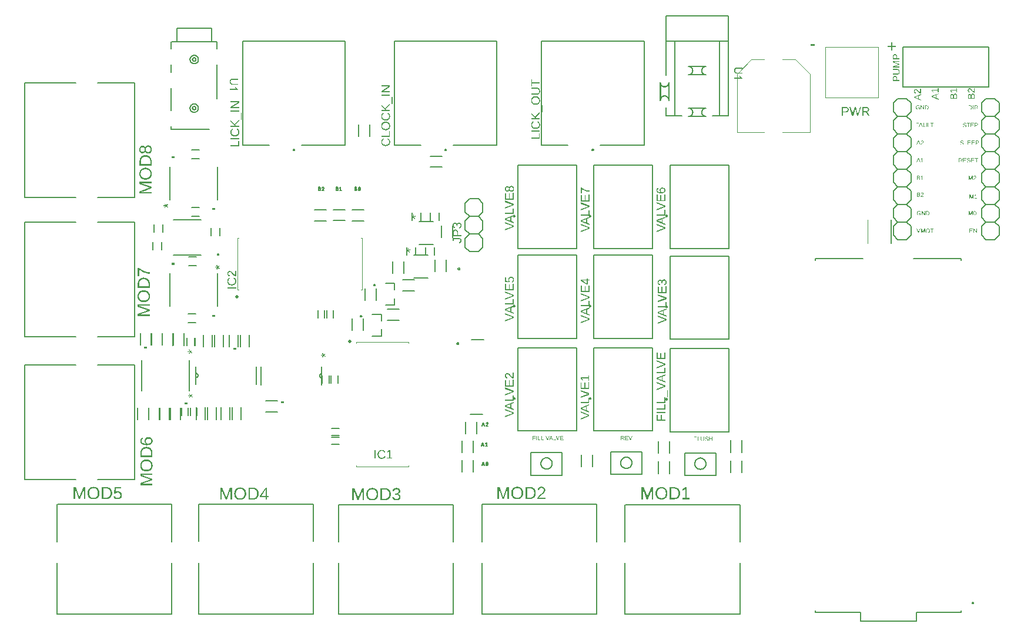
<source format=gbr>
G04 EAGLE Gerber RS-274X export*
G75*
%MOMM*%
%FSLAX34Y34*%
%LPD*%
%INSilkscreen Top*%
%IPPOS*%
%AMOC8*
5,1,8,0,0,1.08239X$1,22.5*%
G01*
G04 Define Apertures*
%ADD10C,0.152400*%
%ADD11C,0.127000*%
%ADD12C,0.120000*%
%ADD13C,0.200000*%
%ADD14C,0.500000*%
%ADD15C,0.100000*%
G36*
X181593Y399899D02*
X177529Y399899D01*
X177529Y402693D01*
X181593Y402693D01*
X181593Y399899D01*
G37*
G36*
X221702Y520319D02*
X217638Y520319D01*
X217638Y523113D01*
X221702Y523113D01*
X221702Y520319D01*
G37*
G36*
X217788Y676783D02*
X221852Y676783D01*
X221852Y673989D01*
X217788Y673989D01*
X217788Y676783D01*
G37*
G36*
X240091Y319127D02*
X236027Y319127D01*
X236027Y321921D01*
X240091Y321921D01*
X240091Y319127D01*
G37*
G36*
X280202Y445643D02*
X276138Y445643D01*
X276138Y448437D01*
X280202Y448437D01*
X280202Y445643D01*
G37*
G36*
X276288Y602107D02*
X280352Y602107D01*
X280352Y599313D01*
X276288Y599313D01*
X276288Y602107D01*
G37*
G36*
X306666Y400836D02*
X310730Y400836D01*
X310730Y398042D01*
X306666Y398042D01*
X306666Y400836D01*
G37*
G36*
X379262Y320889D02*
X375198Y320889D01*
X375198Y323683D01*
X379262Y323683D01*
X379262Y320889D01*
G37*
G36*
X1293425Y618490D02*
X1291025Y618490D01*
X1291025Y624402D01*
X1293173Y624402D01*
X1293661Y624380D01*
X1293881Y624352D01*
X1294084Y624313D01*
X1294271Y624262D01*
X1294442Y624201D01*
X1294596Y624128D01*
X1294734Y624044D01*
X1294856Y623948D01*
X1294962Y623842D01*
X1295051Y623724D01*
X1295125Y623595D01*
X1295182Y623455D01*
X1295222Y623304D01*
X1295247Y623141D01*
X1295255Y622967D01*
X1295236Y622716D01*
X1295181Y622485D01*
X1295089Y622275D01*
X1294961Y622086D01*
X1294835Y621959D01*
X1294799Y621922D01*
X1294606Y621788D01*
X1294383Y621683D01*
X1294130Y621608D01*
X1294462Y621547D01*
X1294754Y621448D01*
X1295006Y621311D01*
X1295166Y621178D01*
X1295217Y621136D01*
X1295384Y620929D01*
X1295503Y620697D01*
X1295575Y620439D01*
X1295599Y620156D01*
X1295590Y619964D01*
X1295563Y619783D01*
X1295518Y619613D01*
X1295455Y619455D01*
X1295374Y619307D01*
X1295275Y619170D01*
X1295159Y619044D01*
X1295024Y618928D01*
X1294873Y618826D01*
X1294708Y618737D01*
X1294530Y618661D01*
X1294337Y618600D01*
X1294130Y618552D01*
X1293909Y618517D01*
X1293674Y618497D01*
X1293425Y618490D01*
G37*
%LPC*%
G36*
X1293383Y619132D02*
X1293725Y619149D01*
X1294018Y619200D01*
X1294260Y619285D01*
X1294453Y619405D01*
X1294600Y619558D01*
X1294705Y619745D01*
X1294768Y619965D01*
X1294789Y620219D01*
X1294766Y620464D01*
X1294697Y620676D01*
X1294582Y620856D01*
X1294422Y621002D01*
X1294215Y621117D01*
X1293963Y621198D01*
X1293664Y621247D01*
X1293320Y621264D01*
X1291826Y621264D01*
X1291826Y619132D01*
X1293383Y619132D01*
G37*
G36*
X1293173Y621889D02*
X1293474Y621904D01*
X1293734Y621949D01*
X1293953Y622025D01*
X1294132Y622130D01*
X1294271Y622267D01*
X1294370Y622436D01*
X1294429Y622637D01*
X1294449Y622871D01*
X1294429Y623093D01*
X1294367Y623281D01*
X1294265Y623435D01*
X1294122Y623555D01*
X1293940Y623645D01*
X1293721Y623709D01*
X1293466Y623748D01*
X1293173Y623760D01*
X1291826Y623760D01*
X1291826Y621889D01*
X1293173Y621889D01*
G37*
%LPD*%
G36*
X1300386Y618490D02*
X1296471Y618490D01*
X1296471Y619023D01*
X1296584Y619261D01*
X1296709Y619485D01*
X1296845Y619694D01*
X1296993Y619889D01*
X1297310Y620247D01*
X1297642Y620569D01*
X1298315Y621134D01*
X1298633Y621394D01*
X1298917Y621654D01*
X1299160Y621920D01*
X1299352Y622199D01*
X1299424Y622347D01*
X1299476Y622504D01*
X1299507Y622670D01*
X1299517Y622846D01*
X1299500Y623075D01*
X1299446Y623278D01*
X1299357Y623453D01*
X1299232Y623601D01*
X1299075Y623718D01*
X1298891Y623802D01*
X1298679Y623853D01*
X1298439Y623869D01*
X1298208Y623853D01*
X1297999Y623804D01*
X1297811Y623722D01*
X1297644Y623607D01*
X1297504Y623463D01*
X1297396Y623292D01*
X1297320Y623095D01*
X1297277Y622871D01*
X1296505Y622942D01*
X1296532Y623115D01*
X1296574Y623279D01*
X1296629Y623433D01*
X1296697Y623579D01*
X1296779Y623715D01*
X1296875Y623843D01*
X1297107Y624071D01*
X1297384Y624254D01*
X1297537Y624327D01*
X1297699Y624386D01*
X1297870Y624432D01*
X1298050Y624464D01*
X1298240Y624484D01*
X1298439Y624491D01*
X1298656Y624484D01*
X1298860Y624464D01*
X1299051Y624431D01*
X1299229Y624385D01*
X1299395Y624326D01*
X1299547Y624253D01*
X1299687Y624168D01*
X1299813Y624069D01*
X1299926Y623958D01*
X1300023Y623836D01*
X1300106Y623703D01*
X1300174Y623558D01*
X1300226Y623403D01*
X1300264Y623237D01*
X1300286Y623059D01*
X1300294Y622871D01*
X1300284Y622699D01*
X1300254Y622528D01*
X1300205Y622357D01*
X1300136Y622187D01*
X1300048Y622017D01*
X1299941Y621847D01*
X1299668Y621507D01*
X1299216Y621074D01*
X1298481Y620454D01*
X1298048Y620079D01*
X1297713Y619743D01*
X1297468Y619432D01*
X1297375Y619280D01*
X1297302Y619132D01*
X1300386Y619132D01*
X1300386Y618490D01*
G37*
G36*
X1293425Y642620D02*
X1291025Y642620D01*
X1291025Y648532D01*
X1293173Y648532D01*
X1293661Y648510D01*
X1293881Y648482D01*
X1294084Y648443D01*
X1294271Y648392D01*
X1294442Y648331D01*
X1294596Y648258D01*
X1294734Y648174D01*
X1294856Y648078D01*
X1294962Y647972D01*
X1295051Y647854D01*
X1295125Y647725D01*
X1295182Y647585D01*
X1295222Y647434D01*
X1295247Y647271D01*
X1295255Y647097D01*
X1295236Y646846D01*
X1295181Y646615D01*
X1295089Y646405D01*
X1294961Y646216D01*
X1294835Y646089D01*
X1294799Y646052D01*
X1294606Y645918D01*
X1294383Y645813D01*
X1294130Y645738D01*
X1294462Y645677D01*
X1294754Y645578D01*
X1295006Y645441D01*
X1295166Y645308D01*
X1295217Y645266D01*
X1295384Y645059D01*
X1295503Y644827D01*
X1295575Y644569D01*
X1295599Y644286D01*
X1295590Y644094D01*
X1295563Y643913D01*
X1295518Y643743D01*
X1295455Y643585D01*
X1295374Y643437D01*
X1295275Y643300D01*
X1295159Y643174D01*
X1295024Y643058D01*
X1294873Y642956D01*
X1294708Y642867D01*
X1294530Y642791D01*
X1294337Y642730D01*
X1294130Y642682D01*
X1293909Y642647D01*
X1293674Y642627D01*
X1293425Y642620D01*
G37*
%LPC*%
G36*
X1293383Y643262D02*
X1293725Y643279D01*
X1294018Y643330D01*
X1294260Y643415D01*
X1294453Y643535D01*
X1294600Y643688D01*
X1294705Y643875D01*
X1294768Y644095D01*
X1294789Y644349D01*
X1294766Y644594D01*
X1294697Y644806D01*
X1294582Y644986D01*
X1294422Y645132D01*
X1294215Y645247D01*
X1293963Y645328D01*
X1293664Y645377D01*
X1293320Y645394D01*
X1291826Y645394D01*
X1291826Y643262D01*
X1293383Y643262D01*
G37*
G36*
X1293173Y646019D02*
X1293474Y646034D01*
X1293734Y646079D01*
X1293953Y646155D01*
X1294132Y646260D01*
X1294271Y646397D01*
X1294370Y646566D01*
X1294429Y646767D01*
X1294449Y647001D01*
X1294429Y647223D01*
X1294367Y647411D01*
X1294265Y647565D01*
X1294122Y647685D01*
X1293940Y647775D01*
X1293721Y647839D01*
X1293466Y647878D01*
X1293173Y647890D01*
X1291826Y647890D01*
X1291826Y646019D01*
X1293173Y646019D01*
G37*
%LPD*%
G36*
X1300399Y642620D02*
X1296693Y642620D01*
X1296693Y643262D01*
X1298200Y643262D01*
X1298200Y647811D01*
X1296865Y646858D01*
X1296865Y647571D01*
X1298263Y648532D01*
X1298959Y648532D01*
X1298959Y643262D01*
X1300399Y643262D01*
X1300399Y642620D01*
G37*
G36*
X1291168Y668020D02*
X1290337Y668020D01*
X1292750Y673932D01*
X1293660Y673932D01*
X1296035Y668020D01*
X1295217Y668020D01*
X1294541Y669749D01*
X1291847Y669749D01*
X1291168Y668020D01*
G37*
%LPC*%
G36*
X1294302Y670374D02*
X1293543Y672325D01*
X1293308Y672980D01*
X1293194Y673328D01*
X1293157Y673211D01*
X1293027Y672813D01*
X1292846Y672317D01*
X1292091Y670374D01*
X1294302Y670374D01*
G37*
%LPD*%
G36*
X1300399Y668020D02*
X1296693Y668020D01*
X1296693Y668662D01*
X1298200Y668662D01*
X1298200Y673211D01*
X1296865Y672258D01*
X1296865Y672971D01*
X1298263Y673932D01*
X1298959Y673932D01*
X1298959Y668662D01*
X1300399Y668662D01*
X1300399Y668020D01*
G37*
G36*
X1291168Y693420D02*
X1290337Y693420D01*
X1292750Y699332D01*
X1293660Y699332D01*
X1296035Y693420D01*
X1295217Y693420D01*
X1294541Y695149D01*
X1291847Y695149D01*
X1291168Y693420D01*
G37*
%LPC*%
G36*
X1294302Y695774D02*
X1293543Y697725D01*
X1293308Y698380D01*
X1293194Y698728D01*
X1293157Y698611D01*
X1293027Y698213D01*
X1292846Y697717D01*
X1292091Y695774D01*
X1294302Y695774D01*
G37*
%LPD*%
G36*
X1300386Y693420D02*
X1296471Y693420D01*
X1296471Y693953D01*
X1296584Y694191D01*
X1296709Y694415D01*
X1296845Y694624D01*
X1296993Y694819D01*
X1297310Y695177D01*
X1297642Y695499D01*
X1298315Y696064D01*
X1298633Y696324D01*
X1298917Y696584D01*
X1299160Y696850D01*
X1299352Y697129D01*
X1299424Y697277D01*
X1299476Y697434D01*
X1299507Y697600D01*
X1299517Y697776D01*
X1299500Y698005D01*
X1299446Y698208D01*
X1299357Y698383D01*
X1299232Y698531D01*
X1299075Y698648D01*
X1298891Y698732D01*
X1298679Y698783D01*
X1298439Y698799D01*
X1298208Y698783D01*
X1297999Y698734D01*
X1297811Y698652D01*
X1297644Y698537D01*
X1297504Y698393D01*
X1297396Y698222D01*
X1297320Y698025D01*
X1297277Y697801D01*
X1296505Y697872D01*
X1296532Y698045D01*
X1296574Y698209D01*
X1296629Y698363D01*
X1296697Y698509D01*
X1296779Y698645D01*
X1296875Y698773D01*
X1297107Y699001D01*
X1297384Y699184D01*
X1297537Y699257D01*
X1297699Y699316D01*
X1297870Y699362D01*
X1298050Y699394D01*
X1298240Y699414D01*
X1298439Y699421D01*
X1298656Y699414D01*
X1298860Y699394D01*
X1299051Y699361D01*
X1299229Y699315D01*
X1299395Y699256D01*
X1299547Y699183D01*
X1299687Y699098D01*
X1299813Y698999D01*
X1299926Y698888D01*
X1300023Y698766D01*
X1300106Y698633D01*
X1300174Y698488D01*
X1300226Y698333D01*
X1300264Y698167D01*
X1300286Y697989D01*
X1300294Y697801D01*
X1300284Y697629D01*
X1300254Y697458D01*
X1300205Y697287D01*
X1300136Y697117D01*
X1300048Y696947D01*
X1299941Y696777D01*
X1299668Y696437D01*
X1299216Y696004D01*
X1298481Y695384D01*
X1298048Y695009D01*
X1297713Y694673D01*
X1297468Y694362D01*
X1297375Y694210D01*
X1297302Y694062D01*
X1300386Y694062D01*
X1300386Y693420D01*
G37*
G36*
X1306531Y566336D02*
X1306091Y566359D01*
X1305683Y566428D01*
X1305306Y566544D01*
X1304959Y566705D01*
X1304649Y566911D01*
X1304377Y567157D01*
X1304144Y567445D01*
X1303950Y567773D01*
X1303798Y568137D01*
X1303689Y568530D01*
X1303624Y568952D01*
X1303602Y569403D01*
X1303614Y569748D01*
X1303651Y570074D01*
X1303711Y570380D01*
X1303796Y570667D01*
X1303905Y570935D01*
X1304039Y571183D01*
X1304196Y571412D01*
X1304378Y571621D01*
X1304582Y571809D01*
X1304804Y571971D01*
X1305046Y572108D01*
X1305307Y572221D01*
X1305586Y572308D01*
X1305885Y572371D01*
X1306203Y572408D01*
X1306539Y572421D01*
X1306975Y572398D01*
X1307382Y572331D01*
X1307758Y572219D01*
X1308105Y572062D01*
X1308416Y571862D01*
X1308689Y571622D01*
X1308923Y571341D01*
X1309118Y571019D01*
X1309271Y570662D01*
X1309381Y570273D01*
X1309446Y569854D01*
X1309468Y569403D01*
X1309446Y568954D01*
X1309380Y568534D01*
X1309269Y568142D01*
X1309114Y567780D01*
X1308917Y567451D01*
X1308682Y567164D01*
X1308408Y566916D01*
X1308096Y566710D01*
X1307750Y566546D01*
X1307373Y566429D01*
X1306967Y566359D01*
X1306531Y566336D01*
G37*
%LPC*%
G36*
X1306531Y566986D02*
X1306779Y566996D01*
X1307013Y567026D01*
X1307232Y567075D01*
X1307436Y567144D01*
X1307625Y567233D01*
X1307799Y567342D01*
X1307958Y567470D01*
X1308102Y567618D01*
X1308231Y567784D01*
X1308342Y567966D01*
X1308436Y568165D01*
X1308513Y568380D01*
X1308573Y568611D01*
X1308616Y568859D01*
X1308641Y569123D01*
X1308650Y569403D01*
X1308641Y569672D01*
X1308616Y569926D01*
X1308572Y570164D01*
X1308512Y570389D01*
X1308434Y570598D01*
X1308340Y570792D01*
X1308228Y570972D01*
X1308098Y571136D01*
X1307953Y571284D01*
X1307794Y571412D01*
X1307620Y571520D01*
X1307433Y571609D01*
X1307231Y571677D01*
X1307014Y571727D01*
X1306784Y571756D01*
X1306539Y571766D01*
X1306293Y571756D01*
X1306060Y571727D01*
X1305843Y571679D01*
X1305639Y571611D01*
X1305450Y571523D01*
X1305276Y571417D01*
X1305116Y571290D01*
X1304970Y571145D01*
X1304840Y570982D01*
X1304728Y570803D01*
X1304632Y570609D01*
X1304555Y570399D01*
X1304494Y570174D01*
X1304451Y569932D01*
X1304425Y569676D01*
X1304416Y569403D01*
X1304425Y569133D01*
X1304451Y568876D01*
X1304495Y568634D01*
X1304556Y568406D01*
X1304635Y568193D01*
X1304731Y567994D01*
X1304845Y567809D01*
X1304976Y567639D01*
X1305123Y567486D01*
X1305284Y567354D01*
X1305457Y567241D01*
X1305645Y567150D01*
X1305846Y567078D01*
X1306061Y567027D01*
X1306289Y566997D01*
X1306531Y566986D01*
G37*
%LPD*%
G36*
X1297457Y566420D02*
X1296744Y566420D01*
X1296744Y572332D01*
X1297797Y572332D01*
X1299371Y568233D01*
X1299532Y567702D01*
X1299635Y567293D01*
X1299775Y567803D01*
X1299920Y568233D01*
X1301464Y572332D01*
X1302492Y572332D01*
X1302492Y566420D01*
X1301771Y566420D01*
X1301771Y570364D01*
X1301780Y571006D01*
X1301808Y571623D01*
X1301613Y570954D01*
X1301439Y570448D01*
X1299912Y566420D01*
X1299350Y566420D01*
X1297801Y570448D01*
X1297566Y571162D01*
X1297428Y571623D01*
X1297440Y571157D01*
X1297457Y570364D01*
X1297457Y566420D01*
G37*
G36*
X1293601Y566420D02*
X1292771Y566420D01*
X1290358Y572332D01*
X1291201Y572332D01*
X1292838Y568170D01*
X1293190Y567125D01*
X1293543Y568170D01*
X1295171Y572332D01*
X1296014Y572332D01*
X1293601Y566420D01*
G37*
G36*
X1312904Y566420D02*
X1312106Y566420D01*
X1312106Y571678D01*
X1310076Y571678D01*
X1310076Y572332D01*
X1314935Y572332D01*
X1314935Y571678D01*
X1312904Y571678D01*
X1312904Y566420D01*
G37*
G36*
X1306111Y591820D02*
X1303900Y591820D01*
X1303900Y597732D01*
X1305855Y597732D01*
X1306220Y597721D01*
X1306564Y597685D01*
X1306886Y597626D01*
X1307186Y597544D01*
X1307465Y597438D01*
X1307723Y597309D01*
X1307959Y597156D01*
X1308174Y596979D01*
X1308365Y596781D01*
X1308531Y596563D01*
X1308671Y596325D01*
X1308786Y596067D01*
X1308875Y595789D01*
X1308939Y595492D01*
X1308977Y595174D01*
X1308990Y594837D01*
X1308968Y594394D01*
X1308901Y593979D01*
X1308789Y593594D01*
X1308633Y593236D01*
X1308436Y592913D01*
X1308202Y592630D01*
X1307931Y592388D01*
X1307622Y592185D01*
X1307282Y592025D01*
X1306917Y591911D01*
X1306527Y591843D01*
X1306111Y591820D01*
G37*
%LPC*%
G36*
X1306019Y592462D02*
X1306334Y592480D01*
X1306630Y592533D01*
X1306906Y592623D01*
X1307162Y592747D01*
X1307395Y592906D01*
X1307598Y593096D01*
X1307773Y593317D01*
X1307920Y593570D01*
X1308036Y593850D01*
X1308118Y594155D01*
X1308168Y594484D01*
X1308184Y594837D01*
X1308175Y595104D01*
X1308147Y595354D01*
X1308100Y595588D01*
X1308034Y595806D01*
X1307949Y596007D01*
X1307846Y596192D01*
X1307723Y596361D01*
X1307582Y596513D01*
X1307423Y596649D01*
X1307247Y596766D01*
X1307055Y596865D01*
X1306845Y596946D01*
X1306619Y597009D01*
X1306376Y597054D01*
X1306115Y597081D01*
X1305839Y597090D01*
X1304701Y597090D01*
X1304701Y592462D01*
X1306019Y592462D01*
G37*
%LPD*%
G36*
X1298395Y591820D02*
X1297681Y591820D01*
X1297681Y597732D01*
X1298613Y597732D01*
X1301810Y592663D01*
X1301772Y593373D01*
X1301760Y593855D01*
X1301760Y597732D01*
X1302482Y597732D01*
X1302482Y591820D01*
X1301517Y591820D01*
X1298353Y596855D01*
X1298374Y596448D01*
X1298395Y595748D01*
X1298395Y591820D01*
G37*
G36*
X1293731Y591736D02*
X1293284Y591759D01*
X1292868Y591828D01*
X1292484Y591944D01*
X1292133Y592105D01*
X1291817Y592310D01*
X1291541Y592556D01*
X1291304Y592842D01*
X1291107Y593169D01*
X1290952Y593532D01*
X1290841Y593925D01*
X1290774Y594349D01*
X1290752Y594803D01*
X1290764Y595153D01*
X1290800Y595482D01*
X1290861Y595791D01*
X1290945Y596080D01*
X1291054Y596349D01*
X1291187Y596597D01*
X1291343Y596824D01*
X1291524Y597032D01*
X1291727Y597217D01*
X1291949Y597377D01*
X1292191Y597512D01*
X1292453Y597623D01*
X1292734Y597710D01*
X1293034Y597771D01*
X1293354Y597808D01*
X1293694Y597821D01*
X1294162Y597800D01*
X1294583Y597738D01*
X1294959Y597634D01*
X1295288Y597489D01*
X1295577Y597298D01*
X1295831Y597058D01*
X1296049Y596768D01*
X1296232Y596427D01*
X1295469Y596201D01*
X1295331Y596436D01*
X1295169Y596636D01*
X1294984Y596803D01*
X1294774Y596935D01*
X1294539Y597036D01*
X1294278Y597108D01*
X1293989Y597151D01*
X1293673Y597166D01*
X1293424Y597156D01*
X1293191Y597127D01*
X1292973Y597079D01*
X1292770Y597011D01*
X1292581Y596924D01*
X1292408Y596818D01*
X1292250Y596692D01*
X1292108Y596547D01*
X1291981Y596384D01*
X1291871Y596206D01*
X1291778Y596012D01*
X1291702Y595802D01*
X1291642Y595576D01*
X1291600Y595334D01*
X1291575Y595077D01*
X1291566Y594803D01*
X1291575Y594531D01*
X1291602Y594273D01*
X1291647Y594030D01*
X1291710Y593801D01*
X1291791Y593587D01*
X1291890Y593388D01*
X1292006Y593204D01*
X1292141Y593035D01*
X1292292Y592883D01*
X1292456Y592751D01*
X1292634Y592640D01*
X1292826Y592549D01*
X1293032Y592478D01*
X1293251Y592427D01*
X1293484Y592397D01*
X1293731Y592386D01*
X1294016Y592397D01*
X1294291Y592431D01*
X1294556Y592486D01*
X1294812Y592563D01*
X1295051Y592659D01*
X1295266Y592770D01*
X1295457Y592898D01*
X1295624Y593041D01*
X1295624Y594107D01*
X1293857Y594107D01*
X1293857Y594778D01*
X1296362Y594778D01*
X1296362Y592739D01*
X1296114Y592513D01*
X1295840Y592315D01*
X1295538Y592143D01*
X1295211Y591998D01*
X1294862Y591884D01*
X1294500Y591802D01*
X1294123Y591752D01*
X1293731Y591736D01*
G37*
G36*
X1367337Y744220D02*
X1365126Y744220D01*
X1365126Y750132D01*
X1367081Y750132D01*
X1367446Y750121D01*
X1367789Y750085D01*
X1368111Y750026D01*
X1368412Y749944D01*
X1368691Y749838D01*
X1368948Y749709D01*
X1369185Y749556D01*
X1369399Y749379D01*
X1369591Y749181D01*
X1369757Y748963D01*
X1369897Y748725D01*
X1370012Y748467D01*
X1370101Y748189D01*
X1370165Y747892D01*
X1370203Y747574D01*
X1370216Y747237D01*
X1370193Y746794D01*
X1370126Y746379D01*
X1370015Y745994D01*
X1369859Y745636D01*
X1369662Y745313D01*
X1369428Y745030D01*
X1369156Y744788D01*
X1368848Y744585D01*
X1368508Y744425D01*
X1368143Y744311D01*
X1367752Y744243D01*
X1367337Y744220D01*
G37*
%LPC*%
G36*
X1367245Y744862D02*
X1367560Y744880D01*
X1367856Y744933D01*
X1368132Y745023D01*
X1368388Y745147D01*
X1368620Y745306D01*
X1368824Y745496D01*
X1368999Y745717D01*
X1369146Y745970D01*
X1369261Y746250D01*
X1369344Y746555D01*
X1369393Y746884D01*
X1369410Y747237D01*
X1369401Y747504D01*
X1369372Y747754D01*
X1369325Y747988D01*
X1369259Y748206D01*
X1369175Y748407D01*
X1369071Y748592D01*
X1368949Y748761D01*
X1368808Y748913D01*
X1368649Y749049D01*
X1368473Y749166D01*
X1368280Y749265D01*
X1368071Y749346D01*
X1367844Y749409D01*
X1367601Y749454D01*
X1367341Y749481D01*
X1367064Y749490D01*
X1365927Y749490D01*
X1365927Y744862D01*
X1367245Y744862D01*
G37*
%LPD*%
G36*
X1374490Y744220D02*
X1373688Y744220D01*
X1373688Y750132D01*
X1376470Y750132D01*
X1376713Y750125D01*
X1376941Y750104D01*
X1377155Y750070D01*
X1377355Y750021D01*
X1377541Y749958D01*
X1377712Y749881D01*
X1377869Y749790D01*
X1378012Y749686D01*
X1378140Y749568D01*
X1378250Y749440D01*
X1378343Y749301D01*
X1378420Y749151D01*
X1378479Y748990D01*
X1378522Y748818D01*
X1378547Y748635D01*
X1378556Y748441D01*
X1378532Y748125D01*
X1378460Y747835D01*
X1378340Y747571D01*
X1378172Y747334D01*
X1377962Y747130D01*
X1377790Y747017D01*
X1377715Y746967D01*
X1377432Y746847D01*
X1377112Y746767D01*
X1377827Y745683D01*
X1378791Y744220D01*
X1377868Y744220D01*
X1376332Y746675D01*
X1374490Y746675D01*
X1374490Y744220D01*
G37*
%LPC*%
G36*
X1376424Y747308D02*
X1376723Y747327D01*
X1376986Y747382D01*
X1377213Y747475D01*
X1377404Y747604D01*
X1377555Y747767D01*
X1377663Y747959D01*
X1377728Y748181D01*
X1377750Y748433D01*
X1377728Y748676D01*
X1377662Y748888D01*
X1377553Y749069D01*
X1377400Y749220D01*
X1377205Y749338D01*
X1376972Y749423D01*
X1376701Y749473D01*
X1376390Y749490D01*
X1374490Y749490D01*
X1374490Y747308D01*
X1376424Y747308D01*
G37*
%LPD*%
G36*
X1372203Y744220D02*
X1371401Y744220D01*
X1371401Y750132D01*
X1372203Y750132D01*
X1372203Y744220D01*
G37*
G36*
X1374969Y718820D02*
X1374168Y718820D01*
X1374168Y724732D01*
X1376656Y724732D01*
X1376898Y724725D01*
X1377125Y724703D01*
X1377339Y724667D01*
X1377538Y724616D01*
X1377724Y724550D01*
X1377895Y724470D01*
X1378053Y724376D01*
X1378196Y724267D01*
X1378324Y724144D01*
X1378435Y724010D01*
X1378528Y723864D01*
X1378605Y723705D01*
X1378665Y723535D01*
X1378707Y723353D01*
X1378733Y723159D01*
X1378741Y722953D01*
X1378733Y722749D01*
X1378707Y722555D01*
X1378664Y722372D01*
X1378605Y722200D01*
X1378528Y722039D01*
X1378433Y721888D01*
X1378322Y721748D01*
X1378194Y721619D01*
X1378051Y721503D01*
X1377896Y721402D01*
X1377728Y721317D01*
X1377548Y721247D01*
X1377356Y721193D01*
X1377152Y721155D01*
X1376935Y721131D01*
X1376706Y721124D01*
X1374969Y721124D01*
X1374969Y718820D01*
G37*
%LPC*%
G36*
X1376593Y721757D02*
X1376908Y721776D01*
X1377180Y721832D01*
X1377411Y721924D01*
X1377600Y722054D01*
X1377747Y722221D01*
X1377852Y722425D01*
X1377915Y722667D01*
X1377936Y722945D01*
X1377914Y723213D01*
X1377850Y723446D01*
X1377742Y723643D01*
X1377592Y723804D01*
X1377398Y723929D01*
X1377162Y724019D01*
X1376882Y724072D01*
X1376559Y724090D01*
X1374969Y724090D01*
X1374969Y721757D01*
X1376593Y721757D01*
G37*
%LPD*%
G36*
X1373107Y718820D02*
X1368449Y718820D01*
X1368449Y724732D01*
X1372935Y724732D01*
X1372935Y724078D01*
X1369250Y724078D01*
X1369250Y722181D01*
X1372683Y722181D01*
X1372683Y721535D01*
X1369250Y721535D01*
X1369250Y719475D01*
X1373107Y719475D01*
X1373107Y718820D01*
G37*
G36*
X1359671Y718736D02*
X1359408Y718742D01*
X1359159Y718760D01*
X1358924Y718789D01*
X1358704Y718830D01*
X1358497Y718883D01*
X1358305Y718947D01*
X1358127Y719024D01*
X1357964Y719112D01*
X1357814Y719211D01*
X1357679Y719323D01*
X1357558Y719446D01*
X1357451Y719581D01*
X1357358Y719728D01*
X1357280Y719886D01*
X1357216Y720056D01*
X1357165Y720238D01*
X1357942Y720394D01*
X1358028Y720145D01*
X1358152Y719931D01*
X1358313Y719754D01*
X1358512Y719611D01*
X1358750Y719502D01*
X1359027Y719424D01*
X1359344Y719377D01*
X1359700Y719361D01*
X1360066Y719378D01*
X1360388Y719428D01*
X1360665Y719511D01*
X1360898Y719628D01*
X1361082Y719777D01*
X1361214Y719957D01*
X1361293Y720168D01*
X1361313Y720285D01*
X1361320Y720410D01*
X1361311Y720548D01*
X1361287Y720673D01*
X1361245Y720783D01*
X1361187Y720880D01*
X1361029Y721045D01*
X1360816Y721178D01*
X1360554Y721286D01*
X1360245Y721375D01*
X1359511Y721548D01*
X1358895Y721703D01*
X1358447Y721858D01*
X1358123Y722022D01*
X1357875Y722204D01*
X1357689Y722411D01*
X1357554Y722651D01*
X1357505Y722784D01*
X1357470Y722926D01*
X1357449Y723078D01*
X1357442Y723239D01*
X1357451Y723423D01*
X1357479Y723597D01*
X1357524Y723759D01*
X1357588Y723911D01*
X1357669Y724052D01*
X1357769Y724182D01*
X1357887Y724301D01*
X1358024Y724409D01*
X1358177Y724506D01*
X1358345Y724589D01*
X1358530Y724660D01*
X1358730Y724718D01*
X1358946Y724763D01*
X1359177Y724795D01*
X1359425Y724814D01*
X1359687Y724821D01*
X1360161Y724801D01*
X1360576Y724743D01*
X1360931Y724647D01*
X1361227Y724512D01*
X1361356Y724428D01*
X1361474Y724331D01*
X1361681Y724095D01*
X1361847Y723805D01*
X1361974Y723461D01*
X1361185Y723322D01*
X1361106Y723541D01*
X1360997Y723728D01*
X1360858Y723882D01*
X1360690Y724004D01*
X1360490Y724097D01*
X1360255Y724163D01*
X1359984Y724203D01*
X1359679Y724216D01*
X1359345Y724202D01*
X1359054Y724158D01*
X1358804Y724084D01*
X1358596Y723981D01*
X1358433Y723849D01*
X1358316Y723689D01*
X1358246Y723499D01*
X1358223Y723281D01*
X1358232Y723150D01*
X1358259Y723031D01*
X1358304Y722925D01*
X1358368Y722829D01*
X1358544Y722665D01*
X1358785Y722527D01*
X1358955Y722462D01*
X1359193Y722389D01*
X1359872Y722223D01*
X1360415Y722095D01*
X1360680Y722024D01*
X1360934Y721940D01*
X1361173Y721842D01*
X1361397Y721728D01*
X1361599Y721593D01*
X1361773Y721430D01*
X1361915Y721238D01*
X1362022Y721015D01*
X1362090Y720754D01*
X1362113Y720452D01*
X1362103Y720254D01*
X1362073Y720066D01*
X1362023Y719891D01*
X1361953Y719726D01*
X1361863Y719574D01*
X1361753Y719433D01*
X1361623Y719303D01*
X1361473Y719185D01*
X1361305Y719080D01*
X1361120Y718989D01*
X1360919Y718911D01*
X1360702Y718848D01*
X1360469Y718799D01*
X1360219Y718764D01*
X1359953Y718743D01*
X1359671Y718736D01*
G37*
G36*
X1365515Y718820D02*
X1364718Y718820D01*
X1364718Y724078D01*
X1362687Y724078D01*
X1362687Y724732D01*
X1367546Y724732D01*
X1367546Y724078D01*
X1365515Y724078D01*
X1365515Y718820D01*
G37*
G36*
X1294648Y718820D02*
X1293817Y718820D01*
X1296230Y724732D01*
X1297140Y724732D01*
X1299515Y718820D01*
X1298697Y718820D01*
X1298021Y720549D01*
X1295327Y720549D01*
X1294648Y718820D01*
G37*
%LPC*%
G36*
X1297782Y721174D02*
X1297023Y723125D01*
X1296788Y723780D01*
X1296674Y724128D01*
X1296637Y724011D01*
X1296507Y723613D01*
X1296326Y723117D01*
X1295571Y721174D01*
X1297782Y721174D01*
G37*
%LPD*%
G36*
X1302617Y718736D02*
X1302266Y718753D01*
X1301938Y718802D01*
X1301632Y718885D01*
X1301350Y719000D01*
X1301095Y719148D01*
X1300870Y719325D01*
X1300675Y719532D01*
X1300511Y719768D01*
X1300381Y720032D01*
X1300287Y720320D01*
X1300232Y720632D01*
X1300213Y720968D01*
X1300213Y724732D01*
X1301014Y724732D01*
X1301014Y721036D01*
X1301021Y720839D01*
X1301040Y720655D01*
X1301072Y720483D01*
X1301117Y720323D01*
X1301175Y720176D01*
X1301246Y720040D01*
X1301329Y719917D01*
X1301426Y719806D01*
X1301534Y719708D01*
X1301654Y719623D01*
X1301785Y719550D01*
X1301928Y719491D01*
X1302082Y719445D01*
X1302248Y719413D01*
X1302425Y719393D01*
X1302613Y719386D01*
X1302807Y719393D01*
X1302990Y719414D01*
X1303161Y719448D01*
X1303322Y719495D01*
X1303471Y719556D01*
X1303610Y719631D01*
X1303737Y719719D01*
X1303853Y719821D01*
X1303957Y719936D01*
X1304047Y720063D01*
X1304123Y720203D01*
X1304185Y720355D01*
X1304234Y720520D01*
X1304268Y720698D01*
X1304289Y720888D01*
X1304296Y721090D01*
X1304296Y724732D01*
X1305093Y724732D01*
X1305093Y721044D01*
X1305074Y720698D01*
X1305017Y720376D01*
X1304922Y720079D01*
X1304789Y719806D01*
X1304621Y719561D01*
X1304422Y719347D01*
X1304191Y719164D01*
X1303929Y719011D01*
X1303638Y718891D01*
X1303323Y718805D01*
X1302983Y718753D01*
X1302617Y718736D01*
G37*
G36*
X1290556Y718820D02*
X1289755Y718820D01*
X1289755Y724732D01*
X1293955Y724732D01*
X1293955Y724078D01*
X1290556Y724078D01*
X1290556Y721879D01*
X1293855Y721879D01*
X1293855Y721216D01*
X1290556Y721216D01*
X1290556Y718820D01*
G37*
G36*
X1312915Y718820D02*
X1312118Y718820D01*
X1312118Y724078D01*
X1310087Y724078D01*
X1310087Y724732D01*
X1314946Y724732D01*
X1314946Y724078D01*
X1312915Y724078D01*
X1312915Y718820D01*
G37*
G36*
X1310232Y718820D02*
X1306442Y718820D01*
X1306442Y724732D01*
X1307244Y724732D01*
X1307244Y719475D01*
X1310232Y719475D01*
X1310232Y718820D01*
G37*
G36*
X1304841Y744220D02*
X1302630Y744220D01*
X1302630Y750132D01*
X1304585Y750132D01*
X1304950Y750121D01*
X1305294Y750085D01*
X1305616Y750026D01*
X1305916Y749944D01*
X1306195Y749838D01*
X1306453Y749709D01*
X1306689Y749556D01*
X1306904Y749379D01*
X1307095Y749181D01*
X1307261Y748963D01*
X1307401Y748725D01*
X1307516Y748467D01*
X1307605Y748189D01*
X1307669Y747892D01*
X1307707Y747574D01*
X1307720Y747237D01*
X1307698Y746794D01*
X1307631Y746379D01*
X1307519Y745994D01*
X1307363Y745636D01*
X1307166Y745313D01*
X1306932Y745030D01*
X1306661Y744788D01*
X1306352Y744585D01*
X1306012Y744425D01*
X1305647Y744311D01*
X1305257Y744243D01*
X1304841Y744220D01*
G37*
%LPC*%
G36*
X1304749Y744862D02*
X1305064Y744880D01*
X1305360Y744933D01*
X1305636Y745023D01*
X1305892Y745147D01*
X1306125Y745306D01*
X1306328Y745496D01*
X1306503Y745717D01*
X1306650Y745970D01*
X1306766Y746250D01*
X1306848Y746555D01*
X1306898Y746884D01*
X1306914Y747237D01*
X1306905Y747504D01*
X1306877Y747754D01*
X1306830Y747988D01*
X1306764Y748206D01*
X1306679Y748407D01*
X1306576Y748592D01*
X1306453Y748761D01*
X1306312Y748913D01*
X1306153Y749049D01*
X1305977Y749166D01*
X1305785Y749265D01*
X1305575Y749346D01*
X1305349Y749409D01*
X1305106Y749454D01*
X1304845Y749481D01*
X1304569Y749490D01*
X1303431Y749490D01*
X1303431Y744862D01*
X1304749Y744862D01*
G37*
%LPD*%
G36*
X1297125Y744220D02*
X1296411Y744220D01*
X1296411Y750132D01*
X1297343Y750132D01*
X1300540Y745063D01*
X1300502Y745773D01*
X1300490Y746255D01*
X1300490Y750132D01*
X1301212Y750132D01*
X1301212Y744220D01*
X1300247Y744220D01*
X1297083Y749255D01*
X1297104Y748848D01*
X1297125Y748148D01*
X1297125Y744220D01*
G37*
G36*
X1292461Y744136D02*
X1292014Y744159D01*
X1291598Y744228D01*
X1291214Y744344D01*
X1290863Y744505D01*
X1290547Y744710D01*
X1290271Y744956D01*
X1290034Y745242D01*
X1289837Y745569D01*
X1289682Y745932D01*
X1289571Y746325D01*
X1289504Y746749D01*
X1289482Y747203D01*
X1289494Y747553D01*
X1289530Y747882D01*
X1289591Y748191D01*
X1289675Y748480D01*
X1289784Y748749D01*
X1289917Y748997D01*
X1290073Y749224D01*
X1290254Y749432D01*
X1290457Y749617D01*
X1290679Y749777D01*
X1290921Y749912D01*
X1291183Y750023D01*
X1291464Y750110D01*
X1291764Y750171D01*
X1292084Y750208D01*
X1292424Y750221D01*
X1292892Y750200D01*
X1293313Y750138D01*
X1293689Y750034D01*
X1294018Y749889D01*
X1294307Y749698D01*
X1294561Y749458D01*
X1294779Y749168D01*
X1294962Y748827D01*
X1294199Y748601D01*
X1294061Y748836D01*
X1293899Y749036D01*
X1293714Y749203D01*
X1293504Y749335D01*
X1293269Y749436D01*
X1293008Y749508D01*
X1292719Y749551D01*
X1292403Y749566D01*
X1292154Y749556D01*
X1291921Y749527D01*
X1291703Y749479D01*
X1291500Y749411D01*
X1291311Y749324D01*
X1291138Y749218D01*
X1290980Y749092D01*
X1290838Y748947D01*
X1290711Y748784D01*
X1290601Y748606D01*
X1290508Y748412D01*
X1290432Y748202D01*
X1290372Y747976D01*
X1290330Y747734D01*
X1290305Y747477D01*
X1290296Y747203D01*
X1290305Y746931D01*
X1290332Y746673D01*
X1290377Y746430D01*
X1290440Y746201D01*
X1290521Y745987D01*
X1290620Y745788D01*
X1290736Y745604D01*
X1290871Y745435D01*
X1291022Y745283D01*
X1291186Y745151D01*
X1291364Y745040D01*
X1291556Y744949D01*
X1291762Y744878D01*
X1291981Y744827D01*
X1292214Y744797D01*
X1292461Y744786D01*
X1292746Y744797D01*
X1293021Y744831D01*
X1293286Y744886D01*
X1293542Y744963D01*
X1293781Y745059D01*
X1293996Y745170D01*
X1294187Y745298D01*
X1294354Y745441D01*
X1294354Y746507D01*
X1292587Y746507D01*
X1292587Y747178D01*
X1295092Y747178D01*
X1295092Y745139D01*
X1294844Y744913D01*
X1294570Y744715D01*
X1294268Y744543D01*
X1293941Y744398D01*
X1293592Y744284D01*
X1293230Y744202D01*
X1292853Y744152D01*
X1292461Y744136D01*
G37*
G36*
X1376258Y693420D02*
X1375457Y693420D01*
X1375457Y699332D01*
X1377945Y699332D01*
X1378187Y699325D01*
X1378414Y699303D01*
X1378628Y699267D01*
X1378827Y699216D01*
X1379013Y699150D01*
X1379184Y699070D01*
X1379342Y698976D01*
X1379485Y698867D01*
X1379613Y698744D01*
X1379724Y698610D01*
X1379817Y698464D01*
X1379894Y698305D01*
X1379954Y698135D01*
X1379996Y697953D01*
X1380022Y697759D01*
X1380030Y697553D01*
X1380022Y697349D01*
X1379996Y697155D01*
X1379953Y696972D01*
X1379894Y696800D01*
X1379817Y696639D01*
X1379722Y696488D01*
X1379611Y696348D01*
X1379483Y696219D01*
X1379340Y696103D01*
X1379185Y696002D01*
X1379017Y695917D01*
X1378837Y695847D01*
X1378645Y695793D01*
X1378441Y695755D01*
X1378224Y695731D01*
X1377995Y695724D01*
X1376258Y695724D01*
X1376258Y693420D01*
G37*
%LPC*%
G36*
X1377882Y696357D02*
X1378197Y696376D01*
X1378470Y696432D01*
X1378700Y696524D01*
X1378889Y696654D01*
X1379036Y696821D01*
X1379141Y697025D01*
X1379204Y697267D01*
X1379225Y697545D01*
X1379203Y697813D01*
X1379139Y698046D01*
X1379031Y698243D01*
X1378881Y698404D01*
X1378687Y698529D01*
X1378451Y698619D01*
X1378171Y698672D01*
X1377848Y698690D01*
X1376258Y698690D01*
X1376258Y696357D01*
X1377882Y696357D01*
G37*
%LPD*%
G36*
X1368646Y693420D02*
X1363988Y693420D01*
X1363988Y699332D01*
X1368474Y699332D01*
X1368474Y698678D01*
X1364789Y698678D01*
X1364789Y696781D01*
X1368222Y696781D01*
X1368222Y696135D01*
X1364789Y696135D01*
X1364789Y694075D01*
X1368646Y694075D01*
X1368646Y693420D01*
G37*
G36*
X1374364Y693420D02*
X1369707Y693420D01*
X1369707Y699332D01*
X1374192Y699332D01*
X1374192Y698678D01*
X1370508Y698678D01*
X1370508Y696781D01*
X1373941Y696781D01*
X1373941Y696135D01*
X1370508Y696135D01*
X1370508Y694075D01*
X1374364Y694075D01*
X1374364Y693420D01*
G37*
G36*
X1355678Y693336D02*
X1355415Y693342D01*
X1355166Y693360D01*
X1354932Y693389D01*
X1354711Y693430D01*
X1354505Y693483D01*
X1354313Y693547D01*
X1354135Y693624D01*
X1353972Y693712D01*
X1353822Y693811D01*
X1353687Y693923D01*
X1353566Y694046D01*
X1353459Y694181D01*
X1353366Y694328D01*
X1353288Y694486D01*
X1353223Y694656D01*
X1353173Y694838D01*
X1353950Y694994D01*
X1354036Y694745D01*
X1354159Y694531D01*
X1354321Y694354D01*
X1354520Y694211D01*
X1354758Y694102D01*
X1355035Y694024D01*
X1355352Y693977D01*
X1355708Y693961D01*
X1356074Y693978D01*
X1356395Y694028D01*
X1356673Y694111D01*
X1356906Y694228D01*
X1357090Y694377D01*
X1357222Y694557D01*
X1357301Y694768D01*
X1357321Y694885D01*
X1357327Y695010D01*
X1357319Y695148D01*
X1357294Y695273D01*
X1357253Y695383D01*
X1357195Y695480D01*
X1357036Y695645D01*
X1356824Y695778D01*
X1356562Y695886D01*
X1356253Y695975D01*
X1355519Y696148D01*
X1354903Y696303D01*
X1354455Y696458D01*
X1354130Y696622D01*
X1353882Y696804D01*
X1353697Y697011D01*
X1353561Y697251D01*
X1353513Y697384D01*
X1353478Y697526D01*
X1353457Y697678D01*
X1353450Y697839D01*
X1353459Y698023D01*
X1353486Y698197D01*
X1353532Y698359D01*
X1353595Y698511D01*
X1353677Y698652D01*
X1353777Y698782D01*
X1353895Y698901D01*
X1354031Y699009D01*
X1354184Y699106D01*
X1354353Y699189D01*
X1354538Y699260D01*
X1354738Y699318D01*
X1354954Y699363D01*
X1355185Y699395D01*
X1355432Y699414D01*
X1355695Y699421D01*
X1356169Y699401D01*
X1356584Y699343D01*
X1356939Y699247D01*
X1357235Y699112D01*
X1357363Y699028D01*
X1357482Y698931D01*
X1357688Y698695D01*
X1357855Y698405D01*
X1357982Y698061D01*
X1357193Y697922D01*
X1357113Y698141D01*
X1357004Y698328D01*
X1356866Y698482D01*
X1356698Y698604D01*
X1356498Y698697D01*
X1356263Y698763D01*
X1355992Y698803D01*
X1355687Y698816D01*
X1355353Y698802D01*
X1355061Y698758D01*
X1354812Y698684D01*
X1354604Y698581D01*
X1354441Y698449D01*
X1354324Y698289D01*
X1354254Y698099D01*
X1354231Y697881D01*
X1354240Y697750D01*
X1354267Y697631D01*
X1354312Y697525D01*
X1354375Y697429D01*
X1354552Y697265D01*
X1354793Y697127D01*
X1354963Y697062D01*
X1355201Y696989D01*
X1355880Y696823D01*
X1356423Y696695D01*
X1356688Y696624D01*
X1356941Y696540D01*
X1357181Y696442D01*
X1357405Y696328D01*
X1357607Y696193D01*
X1357781Y696030D01*
X1357923Y695838D01*
X1358030Y695615D01*
X1358098Y695354D01*
X1358120Y695052D01*
X1358110Y694854D01*
X1358080Y694666D01*
X1358031Y694491D01*
X1357961Y694326D01*
X1357871Y694174D01*
X1357761Y694033D01*
X1357631Y693903D01*
X1357481Y693785D01*
X1357312Y693680D01*
X1357128Y693589D01*
X1356927Y693511D01*
X1356710Y693448D01*
X1356477Y693399D01*
X1356227Y693364D01*
X1355961Y693343D01*
X1355678Y693336D01*
G37*
G36*
X1362996Y693420D02*
X1359207Y693420D01*
X1359207Y699332D01*
X1360008Y699332D01*
X1360008Y694075D01*
X1362996Y694075D01*
X1362996Y693420D01*
G37*
G36*
X1352076Y668020D02*
X1351274Y668020D01*
X1351274Y673932D01*
X1354056Y673932D01*
X1354299Y673925D01*
X1354527Y673904D01*
X1354741Y673870D01*
X1354941Y673821D01*
X1355127Y673758D01*
X1355298Y673681D01*
X1355455Y673590D01*
X1355598Y673486D01*
X1355726Y673368D01*
X1355836Y673240D01*
X1355929Y673101D01*
X1356006Y672951D01*
X1356065Y672790D01*
X1356108Y672618D01*
X1356133Y672435D01*
X1356142Y672241D01*
X1356118Y671925D01*
X1356046Y671635D01*
X1355926Y671371D01*
X1355758Y671134D01*
X1355547Y670930D01*
X1355375Y670817D01*
X1355301Y670767D01*
X1355018Y670647D01*
X1354698Y670567D01*
X1355413Y669483D01*
X1356377Y668020D01*
X1355453Y668020D01*
X1353918Y670475D01*
X1352076Y670475D01*
X1352076Y668020D01*
G37*
%LPC*%
G36*
X1354010Y671108D02*
X1354309Y671127D01*
X1354572Y671182D01*
X1354799Y671275D01*
X1354990Y671404D01*
X1355141Y671567D01*
X1355249Y671759D01*
X1355314Y671981D01*
X1355336Y672233D01*
X1355314Y672476D01*
X1355248Y672688D01*
X1355139Y672869D01*
X1354986Y673020D01*
X1354791Y673138D01*
X1354558Y673223D01*
X1354287Y673273D01*
X1353976Y673290D01*
X1352076Y673290D01*
X1352076Y671108D01*
X1354010Y671108D01*
G37*
%LPD*%
G36*
X1362119Y668020D02*
X1357462Y668020D01*
X1357462Y673932D01*
X1361947Y673932D01*
X1361947Y673278D01*
X1358263Y673278D01*
X1358263Y671381D01*
X1361696Y671381D01*
X1361696Y670735D01*
X1358263Y670735D01*
X1358263Y668675D01*
X1362119Y668675D01*
X1362119Y668020D01*
G37*
G36*
X1373588Y668020D02*
X1368930Y668020D01*
X1368930Y673932D01*
X1373416Y673932D01*
X1373416Y673278D01*
X1369732Y673278D01*
X1369732Y671381D01*
X1373164Y671381D01*
X1373164Y670735D01*
X1369732Y670735D01*
X1369732Y668675D01*
X1373588Y668675D01*
X1373588Y668020D01*
G37*
G36*
X1365402Y667936D02*
X1365139Y667942D01*
X1364890Y667960D01*
X1364655Y667989D01*
X1364435Y668030D01*
X1364229Y668083D01*
X1364037Y668147D01*
X1363859Y668224D01*
X1363695Y668312D01*
X1363546Y668411D01*
X1363410Y668523D01*
X1363289Y668646D01*
X1363182Y668781D01*
X1363090Y668928D01*
X1363011Y669086D01*
X1362947Y669256D01*
X1362897Y669438D01*
X1363673Y669594D01*
X1363759Y669345D01*
X1363883Y669131D01*
X1364045Y668954D01*
X1364244Y668811D01*
X1364482Y668702D01*
X1364759Y668624D01*
X1365075Y668577D01*
X1365431Y668561D01*
X1365797Y668578D01*
X1366119Y668628D01*
X1366396Y668711D01*
X1366629Y668828D01*
X1366814Y668977D01*
X1366946Y669157D01*
X1367025Y669368D01*
X1367044Y669485D01*
X1367051Y669610D01*
X1367043Y669748D01*
X1367018Y669873D01*
X1366977Y669983D01*
X1366919Y670080D01*
X1366760Y670245D01*
X1366548Y670378D01*
X1366285Y670486D01*
X1365977Y670575D01*
X1365243Y670748D01*
X1364626Y670903D01*
X1364179Y671058D01*
X1363854Y671222D01*
X1363606Y671404D01*
X1363421Y671611D01*
X1363285Y671851D01*
X1363236Y671984D01*
X1363202Y672126D01*
X1363181Y672278D01*
X1363174Y672439D01*
X1363183Y672623D01*
X1363210Y672797D01*
X1363256Y672959D01*
X1363319Y673111D01*
X1363401Y673252D01*
X1363501Y673382D01*
X1363619Y673501D01*
X1363755Y673609D01*
X1363908Y673706D01*
X1364077Y673789D01*
X1364261Y673860D01*
X1364462Y673918D01*
X1364677Y673963D01*
X1364909Y673995D01*
X1365156Y674014D01*
X1365419Y674021D01*
X1365893Y674001D01*
X1366307Y673943D01*
X1366663Y673847D01*
X1366959Y673712D01*
X1367087Y673628D01*
X1367205Y673531D01*
X1367412Y673295D01*
X1367579Y673005D01*
X1367706Y672661D01*
X1366917Y672522D01*
X1366837Y672741D01*
X1366728Y672928D01*
X1366589Y673082D01*
X1366422Y673204D01*
X1366222Y673297D01*
X1365986Y673363D01*
X1365716Y673403D01*
X1365410Y673416D01*
X1365077Y673402D01*
X1364785Y673358D01*
X1364535Y673284D01*
X1364328Y673181D01*
X1364164Y673049D01*
X1364048Y672889D01*
X1363978Y672699D01*
X1363954Y672481D01*
X1363963Y672350D01*
X1363990Y672231D01*
X1364036Y672125D01*
X1364099Y672029D01*
X1364276Y671865D01*
X1364517Y671727D01*
X1364687Y671662D01*
X1364925Y671589D01*
X1365603Y671423D01*
X1366147Y671295D01*
X1366412Y671224D01*
X1366665Y671140D01*
X1366905Y671042D01*
X1367129Y670928D01*
X1367331Y670793D01*
X1367504Y670630D01*
X1367646Y670438D01*
X1367754Y670215D01*
X1367822Y669954D01*
X1367844Y669652D01*
X1367834Y669454D01*
X1367804Y669266D01*
X1367754Y669091D01*
X1367684Y668926D01*
X1367594Y668774D01*
X1367484Y668633D01*
X1367354Y668503D01*
X1367204Y668385D01*
X1367036Y668280D01*
X1366852Y668189D01*
X1366651Y668111D01*
X1366434Y668048D01*
X1366200Y667999D01*
X1365950Y667964D01*
X1365684Y667943D01*
X1365402Y667936D01*
G37*
G36*
X1376965Y668020D02*
X1376168Y668020D01*
X1376168Y673278D01*
X1374137Y673278D01*
X1374137Y673932D01*
X1378996Y673932D01*
X1378996Y673278D01*
X1376965Y673278D01*
X1376965Y668020D01*
G37*
G36*
X1366161Y642620D02*
X1365447Y642620D01*
X1365447Y648532D01*
X1366501Y648532D01*
X1368074Y644433D01*
X1368236Y643902D01*
X1368339Y643493D01*
X1368479Y644003D01*
X1368624Y644433D01*
X1370168Y648532D01*
X1371196Y648532D01*
X1371196Y642620D01*
X1370474Y642620D01*
X1370474Y646564D01*
X1370484Y647206D01*
X1370512Y647823D01*
X1370317Y647154D01*
X1370143Y646648D01*
X1368616Y642620D01*
X1368053Y642620D01*
X1366505Y646648D01*
X1366270Y647362D01*
X1366131Y647823D01*
X1366144Y647357D01*
X1366161Y646564D01*
X1366161Y642620D01*
G37*
G36*
X1376246Y642620D02*
X1372331Y642620D01*
X1372331Y643153D01*
X1372444Y643391D01*
X1372569Y643615D01*
X1372705Y643824D01*
X1372853Y644019D01*
X1373170Y644377D01*
X1373502Y644699D01*
X1374175Y645264D01*
X1374493Y645524D01*
X1374777Y645784D01*
X1375020Y646050D01*
X1375212Y646329D01*
X1375284Y646477D01*
X1375336Y646634D01*
X1375367Y646800D01*
X1375377Y646976D01*
X1375360Y647205D01*
X1375306Y647408D01*
X1375217Y647583D01*
X1375092Y647731D01*
X1374935Y647848D01*
X1374751Y647932D01*
X1374539Y647983D01*
X1374299Y647999D01*
X1374068Y647983D01*
X1373859Y647934D01*
X1373671Y647852D01*
X1373504Y647737D01*
X1373364Y647593D01*
X1373256Y647422D01*
X1373180Y647225D01*
X1373137Y647001D01*
X1372365Y647072D01*
X1372392Y647245D01*
X1372434Y647409D01*
X1372489Y647563D01*
X1372557Y647709D01*
X1372639Y647845D01*
X1372735Y647973D01*
X1372967Y648201D01*
X1373244Y648384D01*
X1373397Y648457D01*
X1373559Y648516D01*
X1373730Y648562D01*
X1373910Y648594D01*
X1374100Y648614D01*
X1374299Y648621D01*
X1374516Y648614D01*
X1374720Y648594D01*
X1374911Y648561D01*
X1375089Y648515D01*
X1375255Y648456D01*
X1375407Y648383D01*
X1375547Y648298D01*
X1375673Y648199D01*
X1375786Y648088D01*
X1375883Y647966D01*
X1375966Y647833D01*
X1376034Y647688D01*
X1376086Y647533D01*
X1376124Y647367D01*
X1376146Y647189D01*
X1376154Y647001D01*
X1376144Y646829D01*
X1376114Y646658D01*
X1376065Y646487D01*
X1375996Y646317D01*
X1375908Y646147D01*
X1375801Y645977D01*
X1375528Y645637D01*
X1375076Y645204D01*
X1374341Y644584D01*
X1373908Y644209D01*
X1373573Y643873D01*
X1373328Y643562D01*
X1373235Y643410D01*
X1373162Y643262D01*
X1376246Y643262D01*
X1376246Y642620D01*
G37*
G36*
X1367431Y615950D02*
X1366717Y615950D01*
X1366717Y621862D01*
X1367771Y621862D01*
X1369344Y617763D01*
X1369506Y617232D01*
X1369609Y616823D01*
X1369749Y617333D01*
X1369894Y617763D01*
X1371438Y621862D01*
X1372466Y621862D01*
X1372466Y615950D01*
X1371744Y615950D01*
X1371744Y619894D01*
X1371754Y620536D01*
X1371782Y621153D01*
X1371587Y620484D01*
X1371413Y619978D01*
X1369886Y615950D01*
X1369323Y615950D01*
X1367775Y619978D01*
X1367540Y620692D01*
X1367401Y621153D01*
X1367414Y620687D01*
X1367431Y619894D01*
X1367431Y615950D01*
G37*
G36*
X1377529Y615950D02*
X1373823Y615950D01*
X1373823Y616592D01*
X1375330Y616592D01*
X1375330Y621141D01*
X1373995Y620188D01*
X1373995Y620901D01*
X1375393Y621862D01*
X1376089Y621862D01*
X1376089Y616592D01*
X1377529Y616592D01*
X1377529Y615950D01*
G37*
G36*
X1374278Y591736D02*
X1374031Y591748D01*
X1373800Y591785D01*
X1373585Y591845D01*
X1373385Y591930D01*
X1373202Y592039D01*
X1373034Y592173D01*
X1372882Y592330D01*
X1372746Y592512D01*
X1372626Y592718D01*
X1372522Y592945D01*
X1372434Y593195D01*
X1372362Y593467D01*
X1372306Y593761D01*
X1372266Y594078D01*
X1372242Y594417D01*
X1372234Y594778D01*
X1372242Y595147D01*
X1372266Y595492D01*
X1372304Y595813D01*
X1372359Y596111D01*
X1372429Y596384D01*
X1372514Y596634D01*
X1372615Y596859D01*
X1372732Y597061D01*
X1372865Y597239D01*
X1373016Y597393D01*
X1373186Y597524D01*
X1373373Y597631D01*
X1373579Y597714D01*
X1373802Y597773D01*
X1374044Y597809D01*
X1374303Y597821D01*
X1374556Y597809D01*
X1374791Y597773D01*
X1375010Y597713D01*
X1375211Y597629D01*
X1375395Y597521D01*
X1375562Y597389D01*
X1375712Y597233D01*
X1375845Y597053D01*
X1375962Y596849D01*
X1376063Y596623D01*
X1376148Y596373D01*
X1376218Y596100D01*
X1376273Y595804D01*
X1376311Y595485D01*
X1376335Y595143D01*
X1376342Y594778D01*
X1376334Y594419D01*
X1376310Y594081D01*
X1376269Y593766D01*
X1376212Y593472D01*
X1376138Y593200D01*
X1376049Y592951D01*
X1375943Y592723D01*
X1375820Y592517D01*
X1375682Y592334D01*
X1375528Y592175D01*
X1375358Y592041D01*
X1375173Y591931D01*
X1374973Y591846D01*
X1374757Y591785D01*
X1374525Y591748D01*
X1374278Y591736D01*
G37*
%LPC*%
G36*
X1374286Y592353D02*
X1374448Y592362D01*
X1374598Y592390D01*
X1374737Y592437D01*
X1374864Y592502D01*
X1374981Y592586D01*
X1375087Y592688D01*
X1375181Y592809D01*
X1375264Y592949D01*
X1375337Y593108D01*
X1375400Y593287D01*
X1375497Y593704D01*
X1375555Y594201D01*
X1375575Y594778D01*
X1375556Y595374D01*
X1375501Y595882D01*
X1375408Y596302D01*
X1375348Y596478D01*
X1375279Y596633D01*
X1375199Y596768D01*
X1375107Y596885D01*
X1375003Y596983D01*
X1374887Y597064D01*
X1374759Y597127D01*
X1374619Y597172D01*
X1374467Y597199D01*
X1374303Y597208D01*
X1374135Y597199D01*
X1373979Y597172D01*
X1373836Y597128D01*
X1373705Y597066D01*
X1373586Y596987D01*
X1373479Y596889D01*
X1373385Y596774D01*
X1373302Y596641D01*
X1373231Y596488D01*
X1373169Y596313D01*
X1373117Y596114D01*
X1373074Y595892D01*
X1373017Y595381D01*
X1372998Y594778D01*
X1373017Y594191D01*
X1373075Y593688D01*
X1373119Y593469D01*
X1373172Y593270D01*
X1373234Y593093D01*
X1373307Y592936D01*
X1373389Y592799D01*
X1373483Y592681D01*
X1373589Y592581D01*
X1373706Y592499D01*
X1373834Y592435D01*
X1373973Y592389D01*
X1374124Y592362D01*
X1374286Y592353D01*
G37*
%LPD*%
G36*
X1366161Y591820D02*
X1365447Y591820D01*
X1365447Y597732D01*
X1366501Y597732D01*
X1368074Y593633D01*
X1368236Y593102D01*
X1368339Y592693D01*
X1368479Y593203D01*
X1368624Y593633D01*
X1370168Y597732D01*
X1371196Y597732D01*
X1371196Y591820D01*
X1370474Y591820D01*
X1370474Y595764D01*
X1370484Y596406D01*
X1370512Y597023D01*
X1370317Y596354D01*
X1370143Y595848D01*
X1368616Y591820D01*
X1368053Y591820D01*
X1366505Y595848D01*
X1366270Y596562D01*
X1366131Y597023D01*
X1366144Y596557D01*
X1366161Y595764D01*
X1366161Y591820D01*
G37*
G36*
X1373149Y566420D02*
X1372436Y566420D01*
X1372436Y572332D01*
X1373367Y572332D01*
X1376565Y567263D01*
X1376527Y567973D01*
X1376514Y568455D01*
X1376514Y572332D01*
X1377236Y572332D01*
X1377236Y566420D01*
X1376271Y566420D01*
X1373107Y571455D01*
X1373128Y571048D01*
X1373149Y570348D01*
X1373149Y566420D01*
G37*
G36*
X1371375Y566420D02*
X1366717Y566420D01*
X1366717Y572332D01*
X1371203Y572332D01*
X1371203Y571678D01*
X1367518Y571678D01*
X1367518Y569781D01*
X1370951Y569781D01*
X1370951Y569135D01*
X1367518Y569135D01*
X1367518Y567075D01*
X1371375Y567075D01*
X1371375Y566420D01*
G37*
G36*
X1143900Y836272D02*
X1137766Y836272D01*
X1137766Y838235D01*
X1143900Y838235D01*
X1143900Y836272D01*
G37*
G36*
X1255372Y828978D02*
X1253568Y828978D01*
X1253568Y834229D01*
X1248367Y834229D01*
X1248367Y836020D01*
X1253568Y836020D01*
X1253568Y841271D01*
X1255372Y841271D01*
X1255372Y836020D01*
X1260574Y836020D01*
X1260574Y834229D01*
X1255372Y834229D01*
X1255372Y828978D01*
G37*
G36*
X761791Y267970D02*
X760961Y267970D01*
X763373Y273882D01*
X764284Y273882D01*
X766659Y267970D01*
X765841Y267970D01*
X765165Y269699D01*
X762471Y269699D01*
X761791Y267970D01*
G37*
%LPC*%
G36*
X764926Y270324D02*
X764166Y272275D01*
X763931Y272930D01*
X763818Y273278D01*
X763780Y273161D01*
X763650Y272763D01*
X763470Y272267D01*
X762715Y270324D01*
X764926Y270324D01*
G37*
%LPD*%
G36*
X781900Y267970D02*
X777242Y267970D01*
X777242Y273882D01*
X781728Y273882D01*
X781728Y273228D01*
X778044Y273228D01*
X778044Y271331D01*
X781476Y271331D01*
X781476Y270685D01*
X778044Y270685D01*
X778044Y268625D01*
X781900Y268625D01*
X781900Y267970D01*
G37*
G36*
X738106Y267970D02*
X737305Y267970D01*
X737305Y273882D01*
X741505Y273882D01*
X741505Y273228D01*
X738106Y273228D01*
X738106Y271029D01*
X741405Y271029D01*
X741405Y270366D01*
X738106Y270366D01*
X738106Y267970D01*
G37*
G36*
X759131Y267970D02*
X758301Y267970D01*
X755888Y273882D01*
X756731Y273882D01*
X758368Y269720D01*
X758720Y268675D01*
X759073Y269720D01*
X760701Y273882D01*
X761544Y273882D01*
X759131Y267970D01*
G37*
G36*
X774100Y267970D02*
X773269Y267970D01*
X770857Y273882D01*
X771700Y273882D01*
X773336Y269720D01*
X773689Y268675D01*
X774041Y269720D01*
X775670Y273882D01*
X776513Y273882D01*
X774100Y267970D01*
G37*
G36*
X748719Y267970D02*
X744930Y267970D01*
X744930Y273882D01*
X745731Y273882D01*
X745731Y268625D01*
X748719Y268625D01*
X748719Y267970D01*
G37*
G36*
X753500Y267970D02*
X749711Y267970D01*
X749711Y273882D01*
X750513Y273882D01*
X750513Y268625D01*
X753500Y268625D01*
X753500Y267970D01*
G37*
G36*
X771157Y267970D02*
X767367Y267970D01*
X767367Y273882D01*
X768169Y273882D01*
X768169Y268625D01*
X771157Y268625D01*
X771157Y267970D01*
G37*
G36*
X743413Y267970D02*
X742612Y267970D01*
X742612Y273882D01*
X743413Y273882D01*
X743413Y267970D01*
G37*
G36*
X865106Y267970D02*
X864305Y267970D01*
X864305Y273882D01*
X867087Y273882D01*
X867330Y273875D01*
X867558Y273854D01*
X867772Y273820D01*
X867972Y273771D01*
X868158Y273708D01*
X868329Y273631D01*
X868486Y273540D01*
X868629Y273436D01*
X868756Y273318D01*
X868867Y273190D01*
X868960Y273051D01*
X869037Y272901D01*
X869096Y272740D01*
X869139Y272568D01*
X869164Y272385D01*
X869173Y272191D01*
X869149Y271875D01*
X869077Y271585D01*
X868957Y271321D01*
X868789Y271084D01*
X868578Y270880D01*
X868406Y270767D01*
X868332Y270717D01*
X868049Y270597D01*
X867729Y270517D01*
X868444Y269433D01*
X869407Y267970D01*
X868484Y267970D01*
X866949Y270425D01*
X865106Y270425D01*
X865106Y267970D01*
G37*
%LPC*%
G36*
X867041Y271058D02*
X867340Y271077D01*
X867603Y271132D01*
X867830Y271225D01*
X868021Y271354D01*
X868172Y271517D01*
X868280Y271709D01*
X868345Y271931D01*
X868367Y272183D01*
X868345Y272426D01*
X868279Y272638D01*
X868170Y272819D01*
X868016Y272970D01*
X867822Y273088D01*
X867589Y273173D01*
X867317Y273223D01*
X867007Y273240D01*
X865106Y273240D01*
X865106Y271058D01*
X867041Y271058D01*
G37*
%LPD*%
G36*
X875150Y267970D02*
X870492Y267970D01*
X870492Y273882D01*
X874978Y273882D01*
X874978Y273228D01*
X871294Y273228D01*
X871294Y271331D01*
X874726Y271331D01*
X874726Y270685D01*
X871294Y270685D01*
X871294Y268625D01*
X875150Y268625D01*
X875150Y267970D01*
G37*
G36*
X878819Y267970D02*
X877988Y267970D01*
X875575Y273882D01*
X876419Y273882D01*
X878055Y269720D01*
X878408Y268675D01*
X878760Y269720D01*
X880388Y273882D01*
X881232Y273882D01*
X878819Y267970D01*
G37*
G36*
X992454Y266700D02*
X991652Y266700D01*
X991652Y272612D01*
X992454Y272612D01*
X992454Y270111D01*
X995651Y270111D01*
X995651Y272612D01*
X996453Y272612D01*
X996453Y266700D01*
X995651Y266700D01*
X995651Y269440D01*
X992454Y269440D01*
X992454Y266700D01*
G37*
G36*
X988124Y266616D02*
X987861Y266622D01*
X987612Y266640D01*
X987378Y266669D01*
X987157Y266710D01*
X986951Y266763D01*
X986759Y266827D01*
X986581Y266904D01*
X986417Y266992D01*
X986268Y267091D01*
X986133Y267203D01*
X986011Y267326D01*
X985905Y267461D01*
X985812Y267608D01*
X985733Y267766D01*
X985669Y267936D01*
X985619Y268118D01*
X986395Y268274D01*
X986481Y268025D01*
X986605Y267811D01*
X986767Y267634D01*
X986966Y267491D01*
X987204Y267382D01*
X987481Y267304D01*
X987798Y267257D01*
X988153Y267241D01*
X988519Y267258D01*
X988841Y267308D01*
X989118Y267391D01*
X989351Y267508D01*
X989536Y267657D01*
X989668Y267837D01*
X989747Y268048D01*
X989767Y268165D01*
X989773Y268290D01*
X989765Y268428D01*
X989740Y268553D01*
X989699Y268663D01*
X989641Y268760D01*
X989482Y268925D01*
X989270Y269058D01*
X989007Y269166D01*
X988699Y269255D01*
X987965Y269428D01*
X987348Y269583D01*
X986901Y269738D01*
X986576Y269902D01*
X986328Y270084D01*
X986143Y270291D01*
X986007Y270531D01*
X985958Y270664D01*
X985924Y270806D01*
X985903Y270958D01*
X985896Y271119D01*
X985905Y271303D01*
X985932Y271477D01*
X985978Y271639D01*
X986041Y271791D01*
X986123Y271932D01*
X986223Y272062D01*
X986341Y272181D01*
X986477Y272289D01*
X986630Y272386D01*
X986799Y272469D01*
X986984Y272540D01*
X987184Y272598D01*
X987399Y272643D01*
X987631Y272675D01*
X987878Y272694D01*
X988141Y272701D01*
X988615Y272681D01*
X989029Y272623D01*
X989385Y272527D01*
X989681Y272392D01*
X989809Y272308D01*
X989927Y272211D01*
X990134Y271975D01*
X990301Y271685D01*
X990428Y271341D01*
X989639Y271202D01*
X989559Y271421D01*
X989450Y271608D01*
X989312Y271762D01*
X989144Y271884D01*
X988944Y271977D01*
X988708Y272043D01*
X988438Y272083D01*
X988132Y272096D01*
X987799Y272082D01*
X987507Y272038D01*
X987258Y271964D01*
X987050Y271861D01*
X986886Y271729D01*
X986770Y271569D01*
X986700Y271379D01*
X986676Y271161D01*
X986685Y271030D01*
X986713Y270911D01*
X986758Y270805D01*
X986821Y270709D01*
X986998Y270545D01*
X987239Y270407D01*
X987409Y270342D01*
X987647Y270269D01*
X988326Y270103D01*
X988869Y269975D01*
X989134Y269904D01*
X989387Y269820D01*
X989627Y269722D01*
X989851Y269608D01*
X990053Y269473D01*
X990226Y269310D01*
X990369Y269118D01*
X990476Y268895D01*
X990544Y268634D01*
X990566Y268332D01*
X990556Y268134D01*
X990526Y267946D01*
X990476Y267771D01*
X990406Y267606D01*
X990316Y267454D01*
X990206Y267313D01*
X990076Y267183D01*
X989926Y267065D01*
X989758Y266960D01*
X989574Y266869D01*
X989373Y266791D01*
X989156Y266728D01*
X988922Y266679D01*
X988673Y266644D01*
X988407Y266623D01*
X988124Y266616D01*
G37*
G36*
X982077Y266616D02*
X981726Y266633D01*
X981398Y266682D01*
X981092Y266765D01*
X980810Y266880D01*
X980555Y267028D01*
X980330Y267205D01*
X980135Y267412D01*
X979971Y267648D01*
X979841Y267912D01*
X979747Y268200D01*
X979692Y268512D01*
X979673Y268848D01*
X979673Y272612D01*
X980474Y272612D01*
X980474Y268916D01*
X980481Y268719D01*
X980500Y268535D01*
X980532Y268363D01*
X980577Y268203D01*
X980635Y268056D01*
X980706Y267920D01*
X980789Y267797D01*
X980886Y267686D01*
X980994Y267588D01*
X981114Y267503D01*
X981245Y267430D01*
X981388Y267371D01*
X981542Y267325D01*
X981708Y267293D01*
X981885Y267273D01*
X982073Y267266D01*
X982267Y267273D01*
X982450Y267294D01*
X982621Y267328D01*
X982782Y267375D01*
X982931Y267436D01*
X983070Y267511D01*
X983197Y267599D01*
X983313Y267701D01*
X983417Y267816D01*
X983507Y267943D01*
X983583Y268083D01*
X983645Y268235D01*
X983694Y268400D01*
X983728Y268578D01*
X983749Y268768D01*
X983756Y268970D01*
X983756Y272612D01*
X984553Y272612D01*
X984553Y268924D01*
X984534Y268578D01*
X984477Y268256D01*
X984382Y267959D01*
X984249Y267686D01*
X984081Y267441D01*
X983882Y267227D01*
X983651Y267044D01*
X983389Y266891D01*
X983098Y266771D01*
X982783Y266685D01*
X982443Y266633D01*
X982077Y266616D01*
G37*
G36*
X970516Y266700D02*
X969715Y266700D01*
X969715Y272612D01*
X973915Y272612D01*
X973915Y271958D01*
X970516Y271958D01*
X970516Y269759D01*
X973815Y269759D01*
X973815Y269096D01*
X970516Y269096D01*
X970516Y266700D01*
G37*
G36*
X978723Y266700D02*
X974934Y266700D01*
X974934Y272612D01*
X975735Y272612D01*
X975735Y267355D01*
X978723Y267355D01*
X978723Y266700D01*
G37*
G36*
X312727Y779705D02*
X306136Y779705D01*
X305717Y779711D01*
X305320Y779729D01*
X304946Y779759D01*
X304593Y779802D01*
X304263Y779857D01*
X303954Y779924D01*
X303668Y780003D01*
X303404Y780094D01*
X303157Y780201D01*
X302922Y780327D01*
X302699Y780474D01*
X302487Y780639D01*
X302287Y780825D01*
X302099Y781030D01*
X301923Y781254D01*
X301758Y781498D01*
X301610Y781762D01*
X301481Y782046D01*
X301372Y782349D01*
X301283Y782673D01*
X301213Y783016D01*
X301164Y783378D01*
X301134Y783761D01*
X301124Y784164D01*
X301133Y784555D01*
X301159Y784929D01*
X301202Y785284D01*
X301262Y785621D01*
X301340Y785940D01*
X301435Y786240D01*
X301547Y786522D01*
X301677Y786786D01*
X301823Y787032D01*
X301984Y787260D01*
X302161Y787469D01*
X302353Y787660D01*
X302560Y787833D01*
X302784Y787987D01*
X303022Y788123D01*
X303276Y788241D01*
X303550Y788344D01*
X303847Y788432D01*
X304169Y788507D01*
X304514Y788568D01*
X304884Y788616D01*
X305277Y788650D01*
X305695Y788670D01*
X306136Y788677D01*
X312727Y788677D01*
X312727Y787168D01*
X306144Y787168D01*
X305449Y787150D01*
X304853Y787099D01*
X304354Y787012D01*
X304141Y786956D01*
X303953Y786891D01*
X303621Y786728D01*
X303329Y786516D01*
X303078Y786254D01*
X302867Y785942D01*
X302701Y785587D01*
X302581Y785194D01*
X302510Y784764D01*
X302492Y784535D01*
X302486Y784296D01*
X302498Y783895D01*
X302533Y783523D01*
X302592Y783182D01*
X302675Y782870D01*
X302781Y782588D01*
X302911Y782336D01*
X303064Y782115D01*
X303241Y781923D01*
X303451Y781757D01*
X303705Y781613D01*
X304003Y781491D01*
X304344Y781391D01*
X304729Y781314D01*
X305157Y781259D01*
X305628Y781225D01*
X306144Y781214D01*
X312727Y781214D01*
X312727Y779705D01*
G37*
G36*
X312774Y772493D02*
X301319Y772493D01*
X301319Y773893D01*
X310245Y773893D01*
X310004Y774166D01*
X309762Y774478D01*
X309521Y774829D01*
X309280Y775220D01*
X309054Y775620D01*
X308858Y775999D01*
X308692Y776358D01*
X308556Y776695D01*
X309910Y776695D01*
X310201Y776126D01*
X310521Y775594D01*
X310870Y775099D01*
X311249Y774640D01*
X311639Y774233D01*
X312023Y773889D01*
X312401Y773610D01*
X312774Y773395D01*
X312774Y772493D01*
G37*
G36*
X928370Y350606D02*
X916029Y355642D01*
X916029Y357543D01*
X928370Y362500D01*
X928370Y360792D01*
X924762Y359382D01*
X924762Y353759D01*
X928370Y352340D01*
X928370Y350606D01*
G37*
%LPC*%
G36*
X923456Y354267D02*
X923456Y358883D01*
X919384Y357298D01*
X918740Y357052D01*
X918017Y356807D01*
X917290Y356571D01*
X917536Y356492D01*
X918366Y356220D01*
X919401Y355844D01*
X923456Y354267D01*
G37*
%LPD*%
G36*
X928370Y384636D02*
X916029Y384636D01*
X916029Y393999D01*
X917396Y393999D01*
X917396Y386309D01*
X921354Y386309D01*
X921354Y393473D01*
X922703Y393473D01*
X922703Y386309D01*
X927004Y386309D01*
X927004Y394358D01*
X928370Y394358D01*
X928370Y384636D01*
G37*
G36*
X928370Y295574D02*
X916029Y295574D01*
X916029Y304341D01*
X917396Y304341D01*
X917396Y297247D01*
X921985Y297247D01*
X921985Y304131D01*
X923369Y304131D01*
X923369Y297247D01*
X928370Y297247D01*
X928370Y295574D01*
G37*
G36*
X916029Y340025D02*
X916029Y341785D01*
X924718Y345201D01*
X926899Y345937D01*
X924718Y346673D01*
X916029Y350071D01*
X916029Y351831D01*
X928370Y346795D01*
X928370Y345061D01*
X916029Y340025D01*
G37*
G36*
X916029Y371275D02*
X916029Y373035D01*
X924718Y376451D01*
X926899Y377187D01*
X924718Y377923D01*
X916029Y381321D01*
X916029Y383081D01*
X928370Y378045D01*
X928370Y376311D01*
X916029Y371275D01*
G37*
G36*
X928370Y311511D02*
X916029Y311511D01*
X916029Y313184D01*
X927004Y313184D01*
X927004Y319420D01*
X928370Y319420D01*
X928370Y311511D01*
G37*
G36*
X928370Y321480D02*
X916029Y321480D01*
X916029Y323153D01*
X927004Y323153D01*
X927004Y329389D01*
X928370Y329389D01*
X928370Y321480D01*
G37*
G36*
X928370Y364011D02*
X916029Y364011D01*
X916029Y365684D01*
X927004Y365684D01*
X927004Y371920D01*
X928370Y371920D01*
X928370Y364011D01*
G37*
G36*
X928370Y306695D02*
X916029Y306695D01*
X916029Y308368D01*
X928370Y308368D01*
X928370Y306695D01*
G37*
G36*
X931935Y329706D02*
X930796Y329706D01*
X930796Y340155D01*
X931935Y340155D01*
X931935Y329706D01*
G37*
G36*
X520094Y240975D02*
X519636Y240987D01*
X519193Y241023D01*
X518766Y241084D01*
X518355Y241169D01*
X517959Y241278D01*
X517579Y241411D01*
X517215Y241568D01*
X516867Y241750D01*
X516537Y241954D01*
X516226Y242179D01*
X515937Y242425D01*
X515667Y242692D01*
X515418Y242979D01*
X515189Y243287D01*
X514980Y243616D01*
X514791Y243966D01*
X514624Y244334D01*
X514479Y244719D01*
X514356Y245121D01*
X514256Y245539D01*
X514178Y245974D01*
X514122Y246425D01*
X514089Y246893D01*
X514077Y247377D01*
X514084Y247741D01*
X514102Y248095D01*
X514133Y248439D01*
X514177Y248773D01*
X514233Y249097D01*
X514302Y249411D01*
X514382Y249715D01*
X514476Y250009D01*
X514582Y250293D01*
X514700Y250567D01*
X514974Y251085D01*
X515298Y251564D01*
X515671Y252002D01*
X516089Y252394D01*
X516545Y252734D01*
X516787Y252884D01*
X517039Y253021D01*
X517301Y253145D01*
X517572Y253256D01*
X517853Y253355D01*
X518143Y253439D01*
X518443Y253511D01*
X518752Y253570D01*
X519071Y253616D01*
X519400Y253649D01*
X519738Y253668D01*
X520086Y253675D01*
X520568Y253663D01*
X521031Y253627D01*
X521473Y253566D01*
X521894Y253482D01*
X522296Y253374D01*
X522677Y253241D01*
X523038Y253085D01*
X523379Y252904D01*
X523699Y252700D01*
X523996Y252472D01*
X524272Y252221D01*
X524526Y251947D01*
X524758Y251650D01*
X524969Y251329D01*
X525157Y250985D01*
X525323Y250618D01*
X523738Y250092D01*
X523623Y250354D01*
X523491Y250599D01*
X523343Y250829D01*
X523179Y251043D01*
X522998Y251241D01*
X522801Y251423D01*
X522588Y251589D01*
X522359Y251739D01*
X522115Y251873D01*
X521861Y251988D01*
X521596Y252086D01*
X521320Y252166D01*
X521032Y252228D01*
X520734Y252273D01*
X520424Y252299D01*
X520103Y252308D01*
X519605Y252288D01*
X519135Y252226D01*
X518694Y252123D01*
X518281Y251979D01*
X517897Y251793D01*
X517541Y251567D01*
X517214Y251299D01*
X516915Y250990D01*
X516648Y250645D01*
X516417Y250270D01*
X516221Y249864D01*
X516061Y249428D01*
X515937Y248961D01*
X515848Y248464D01*
X515794Y247936D01*
X515777Y247377D01*
X515795Y246824D01*
X515851Y246299D01*
X515943Y245801D01*
X516073Y245331D01*
X516240Y244889D01*
X516444Y244475D01*
X516685Y244088D01*
X516963Y243729D01*
X517273Y243406D01*
X517609Y243126D01*
X517971Y242889D01*
X518359Y242695D01*
X518774Y242544D01*
X519214Y242436D01*
X519681Y242371D01*
X520173Y242350D01*
X520492Y242360D01*
X520801Y242390D01*
X521100Y242440D01*
X521389Y242510D01*
X521668Y242601D01*
X521937Y242711D01*
X522195Y242841D01*
X522444Y242991D01*
X522683Y243162D01*
X522911Y243352D01*
X523129Y243563D01*
X523338Y243793D01*
X523536Y244044D01*
X523724Y244315D01*
X523903Y244605D01*
X524071Y244916D01*
X525437Y244233D01*
X525237Y243846D01*
X525018Y243484D01*
X524779Y243145D01*
X524521Y242829D01*
X524243Y242538D01*
X523947Y242271D01*
X523631Y242027D01*
X523296Y241807D01*
X522944Y241612D01*
X522578Y241443D01*
X522199Y241300D01*
X521806Y241183D01*
X521399Y241092D01*
X520978Y241027D01*
X520543Y240988D01*
X520094Y240975D01*
G37*
G36*
X535204Y241150D02*
X527470Y241150D01*
X527470Y242490D01*
X530615Y242490D01*
X530615Y251984D01*
X527829Y249996D01*
X527829Y251485D01*
X530746Y253491D01*
X532200Y253491D01*
X532200Y242490D01*
X535204Y242490D01*
X535204Y241150D01*
G37*
G36*
X511526Y241150D02*
X509853Y241150D01*
X509853Y253491D01*
X511526Y253491D01*
X511526Y241150D01*
G37*
G36*
X304013Y490803D02*
X303649Y490810D01*
X303295Y490828D01*
X302951Y490859D01*
X302617Y490903D01*
X302293Y490959D01*
X301979Y491028D01*
X301675Y491108D01*
X301381Y491202D01*
X301097Y491308D01*
X300823Y491426D01*
X300305Y491700D01*
X299826Y492024D01*
X299388Y492397D01*
X298996Y492815D01*
X298656Y493271D01*
X298506Y493513D01*
X298369Y493765D01*
X298245Y494027D01*
X298134Y494298D01*
X298036Y494579D01*
X297951Y494869D01*
X297879Y495169D01*
X297820Y495478D01*
X297774Y495797D01*
X297741Y496126D01*
X297722Y496464D01*
X297715Y496812D01*
X297727Y497294D01*
X297763Y497757D01*
X297824Y498199D01*
X297908Y498620D01*
X298016Y499022D01*
X298149Y499403D01*
X298305Y499764D01*
X298486Y500105D01*
X298690Y500425D01*
X298918Y500722D01*
X299169Y500998D01*
X299443Y501252D01*
X299740Y501484D01*
X300061Y501695D01*
X300405Y501883D01*
X300772Y502049D01*
X301298Y500464D01*
X301036Y500349D01*
X300791Y500217D01*
X300561Y500069D01*
X300347Y499905D01*
X300149Y499724D01*
X299967Y499527D01*
X299801Y499314D01*
X299651Y499085D01*
X299518Y498841D01*
X299402Y498587D01*
X299304Y498322D01*
X299224Y498046D01*
X299162Y497758D01*
X299117Y497460D01*
X299091Y497150D01*
X299082Y496829D01*
X299102Y496331D01*
X299164Y495861D01*
X299267Y495420D01*
X299411Y495007D01*
X299597Y494623D01*
X299823Y494267D01*
X300091Y493940D01*
X300400Y493641D01*
X300745Y493374D01*
X301120Y493143D01*
X301526Y492947D01*
X301962Y492787D01*
X302429Y492663D01*
X302926Y492574D01*
X303454Y492520D01*
X304013Y492503D01*
X304566Y492521D01*
X305091Y492577D01*
X305589Y492669D01*
X306059Y492799D01*
X306501Y492966D01*
X306915Y493170D01*
X307302Y493411D01*
X307661Y493689D01*
X307984Y493999D01*
X308264Y494335D01*
X308501Y494697D01*
X308695Y495085D01*
X308846Y495500D01*
X308954Y495940D01*
X309019Y496407D01*
X309040Y496899D01*
X309030Y497218D01*
X309000Y497527D01*
X308950Y497826D01*
X308880Y498115D01*
X308789Y498394D01*
X308679Y498663D01*
X308549Y498921D01*
X308399Y499170D01*
X308228Y499409D01*
X308038Y499637D01*
X307827Y499855D01*
X307597Y500064D01*
X307346Y500262D01*
X307075Y500450D01*
X306785Y500629D01*
X306474Y500797D01*
X307157Y502163D01*
X307544Y501963D01*
X307906Y501744D01*
X308245Y501505D01*
X308561Y501247D01*
X308852Y500969D01*
X309119Y500673D01*
X309363Y500357D01*
X309583Y500022D01*
X309778Y499670D01*
X309947Y499304D01*
X310090Y498925D01*
X310207Y498532D01*
X310298Y498125D01*
X310363Y497704D01*
X310402Y497269D01*
X310415Y496820D01*
X310403Y496362D01*
X310367Y495919D01*
X310306Y495492D01*
X310221Y495081D01*
X310112Y494685D01*
X309979Y494305D01*
X309822Y493941D01*
X309640Y493593D01*
X309436Y493263D01*
X309211Y492952D01*
X308965Y492663D01*
X308699Y492393D01*
X308411Y492144D01*
X308103Y491915D01*
X307774Y491706D01*
X307424Y491517D01*
X307056Y491350D01*
X306671Y491205D01*
X306269Y491082D01*
X305851Y490982D01*
X305416Y490904D01*
X304965Y490848D01*
X304497Y490815D01*
X304013Y490803D01*
G37*
G36*
X310240Y503732D02*
X309128Y503732D01*
X308630Y503968D01*
X308163Y504228D01*
X307726Y504513D01*
X307319Y504823D01*
X306936Y505149D01*
X306572Y505483D01*
X306227Y505825D01*
X305900Y506176D01*
X305288Y506882D01*
X304722Y507581D01*
X304179Y508244D01*
X303636Y508838D01*
X303361Y509105D01*
X303080Y509345D01*
X302792Y509558D01*
X302497Y509745D01*
X302190Y509896D01*
X301862Y510004D01*
X301515Y510069D01*
X301149Y510091D01*
X300902Y510081D01*
X300669Y510054D01*
X300451Y510007D01*
X300247Y509942D01*
X300057Y509858D01*
X299881Y509756D01*
X299719Y509635D01*
X299572Y509495D01*
X299441Y509339D01*
X299327Y509168D01*
X299231Y508983D01*
X299152Y508784D01*
X299090Y508569D01*
X299047Y508341D01*
X299020Y508098D01*
X299012Y507840D01*
X299020Y507594D01*
X299046Y507358D01*
X299089Y507134D01*
X299148Y506921D01*
X299225Y506719D01*
X299319Y506529D01*
X299431Y506349D01*
X299559Y506180D01*
X299703Y506025D01*
X299860Y505888D01*
X300032Y505766D01*
X300217Y505662D01*
X300416Y505575D01*
X300629Y505504D01*
X300856Y505451D01*
X301096Y505414D01*
X300947Y503802D01*
X300587Y503860D01*
X300245Y503946D01*
X299922Y504061D01*
X299618Y504204D01*
X299333Y504375D01*
X299067Y504575D01*
X298820Y504803D01*
X298591Y505059D01*
X298386Y505339D01*
X298208Y505638D01*
X298057Y505957D01*
X297934Y506295D01*
X297838Y506652D01*
X297770Y507029D01*
X297729Y507425D01*
X297715Y507840D01*
X297729Y508293D01*
X297770Y508719D01*
X297839Y509118D01*
X297935Y509490D01*
X298059Y509835D01*
X298210Y510153D01*
X298389Y510444D01*
X298596Y510708D01*
X298827Y510943D01*
X299082Y511147D01*
X299360Y511319D01*
X299661Y511460D01*
X299985Y511570D01*
X300332Y511648D01*
X300703Y511695D01*
X301096Y511711D01*
X301455Y511691D01*
X301812Y511629D01*
X302168Y511526D01*
X302524Y511383D01*
X302878Y511198D01*
X303233Y510974D01*
X303588Y510710D01*
X303943Y510406D01*
X304346Y510008D01*
X304847Y509462D01*
X305445Y508769D01*
X306141Y507927D01*
X306543Y507450D01*
X306924Y507023D01*
X307285Y506648D01*
X307626Y506325D01*
X307953Y506048D01*
X308275Y505812D01*
X308590Y505618D01*
X308900Y505466D01*
X308900Y511904D01*
X310240Y511904D01*
X310240Y503732D01*
G37*
G36*
X310240Y486579D02*
X297899Y486579D01*
X297899Y488252D01*
X310240Y488252D01*
X310240Y486579D01*
G37*
G36*
X314730Y745945D02*
X302389Y745945D01*
X302389Y747889D01*
X312970Y754563D01*
X311489Y754484D01*
X310482Y754458D01*
X302389Y754458D01*
X302389Y755965D01*
X314730Y755965D01*
X314730Y753950D01*
X304220Y747346D01*
X305069Y747390D01*
X306532Y747434D01*
X314730Y747434D01*
X314730Y745945D01*
G37*
G36*
X314730Y719039D02*
X302389Y719039D01*
X302389Y720712D01*
X308573Y720712D01*
X302389Y726659D01*
X302389Y728629D01*
X307749Y723374D01*
X314730Y729330D01*
X314730Y727254D01*
X308774Y722323D01*
X310000Y720712D01*
X314730Y720712D01*
X314730Y719039D01*
G37*
G36*
X308503Y705509D02*
X308139Y705516D01*
X307785Y705534D01*
X307441Y705565D01*
X307107Y705609D01*
X306783Y705665D01*
X306469Y705733D01*
X306165Y705814D01*
X305871Y705908D01*
X305587Y706014D01*
X305313Y706132D01*
X304795Y706406D01*
X304316Y706730D01*
X303878Y707103D01*
X303486Y707521D01*
X303146Y707977D01*
X302996Y708219D01*
X302859Y708471D01*
X302735Y708733D01*
X302624Y709004D01*
X302526Y709285D01*
X302441Y709575D01*
X302369Y709875D01*
X302310Y710184D01*
X302264Y710503D01*
X302231Y710832D01*
X302212Y711170D01*
X302205Y711518D01*
X302217Y712000D01*
X302253Y712463D01*
X302314Y712905D01*
X302398Y713326D01*
X302506Y713728D01*
X302639Y714109D01*
X302795Y714470D01*
X302976Y714811D01*
X303180Y715131D01*
X303408Y715428D01*
X303659Y715704D01*
X303933Y715958D01*
X304230Y716190D01*
X304551Y716401D01*
X304895Y716589D01*
X305262Y716755D01*
X305788Y715170D01*
X305526Y715055D01*
X305281Y714923D01*
X305051Y714775D01*
X304837Y714611D01*
X304639Y714430D01*
X304457Y714233D01*
X304291Y714020D01*
X304141Y713791D01*
X304008Y713547D01*
X303892Y713293D01*
X303794Y713028D01*
X303714Y712752D01*
X303652Y712464D01*
X303607Y712166D01*
X303581Y711856D01*
X303572Y711535D01*
X303592Y711037D01*
X303654Y710567D01*
X303757Y710126D01*
X303901Y709713D01*
X304087Y709329D01*
X304313Y708973D01*
X304581Y708646D01*
X304890Y708347D01*
X305235Y708080D01*
X305610Y707849D01*
X306016Y707653D01*
X306452Y707493D01*
X306919Y707369D01*
X307416Y707280D01*
X307944Y707226D01*
X308503Y707208D01*
X309056Y707227D01*
X309581Y707283D01*
X310079Y707375D01*
X310549Y707505D01*
X310991Y707672D01*
X311405Y707876D01*
X311792Y708117D01*
X312151Y708395D01*
X312474Y708705D01*
X312754Y709041D01*
X312991Y709403D01*
X313185Y709791D01*
X313336Y710205D01*
X313444Y710646D01*
X313509Y711113D01*
X313530Y711605D01*
X313520Y711924D01*
X313490Y712233D01*
X313440Y712532D01*
X313370Y712821D01*
X313279Y713100D01*
X313169Y713369D01*
X313039Y713627D01*
X312889Y713876D01*
X312718Y714114D01*
X312528Y714343D01*
X312317Y714561D01*
X312087Y714770D01*
X311836Y714968D01*
X311565Y715156D01*
X311275Y715335D01*
X310964Y715503D01*
X311647Y716869D01*
X312034Y716669D01*
X312396Y716450D01*
X312735Y716211D01*
X313051Y715953D01*
X313342Y715675D01*
X313609Y715379D01*
X313853Y715063D01*
X314073Y714728D01*
X314268Y714376D01*
X314437Y714010D01*
X314580Y713631D01*
X314697Y713238D01*
X314788Y712831D01*
X314853Y712410D01*
X314892Y711975D01*
X314905Y711526D01*
X314893Y711068D01*
X314857Y710625D01*
X314796Y710198D01*
X314711Y709787D01*
X314602Y709391D01*
X314469Y709011D01*
X314312Y708647D01*
X314130Y708299D01*
X313926Y707969D01*
X313701Y707658D01*
X313455Y707369D01*
X313189Y707099D01*
X312901Y706850D01*
X312593Y706621D01*
X312264Y706412D01*
X311914Y706223D01*
X311546Y706056D01*
X311161Y705911D01*
X310759Y705788D01*
X310341Y705688D01*
X309906Y705610D01*
X309455Y705554D01*
X308987Y705520D01*
X308503Y705509D01*
G37*
G36*
X314730Y691132D02*
X302389Y691132D01*
X302389Y692805D01*
X313364Y692805D01*
X313364Y699041D01*
X314730Y699041D01*
X314730Y691132D01*
G37*
G36*
X314730Y701285D02*
X302389Y701285D01*
X302389Y702958D01*
X314730Y702958D01*
X314730Y701285D01*
G37*
G36*
X314730Y741160D02*
X302389Y741160D01*
X302389Y742833D01*
X314730Y742833D01*
X314730Y741160D01*
G37*
G36*
X318295Y729264D02*
X317156Y729264D01*
X317156Y739713D01*
X318295Y739713D01*
X318295Y729264D01*
G37*
G36*
X741573Y750993D02*
X741208Y751000D01*
X740853Y751019D01*
X740508Y751050D01*
X740173Y751095D01*
X739849Y751152D01*
X739534Y751221D01*
X739230Y751303D01*
X738935Y751398D01*
X738651Y751506D01*
X738377Y751626D01*
X738113Y751759D01*
X737859Y751905D01*
X737381Y752234D01*
X736944Y752614D01*
X736553Y753039D01*
X736377Y753266D01*
X736214Y753503D01*
X736064Y753750D01*
X735927Y754007D01*
X735803Y754275D01*
X735692Y754551D01*
X735595Y754838D01*
X735510Y755135D01*
X735438Y755442D01*
X735380Y755759D01*
X735334Y756085D01*
X735301Y756422D01*
X735282Y756768D01*
X735275Y757124D01*
X735287Y757587D01*
X735322Y758035D01*
X735381Y758466D01*
X735463Y758883D01*
X735568Y759283D01*
X735697Y759668D01*
X735849Y760037D01*
X736024Y760391D01*
X736222Y760727D01*
X736441Y761042D01*
X736681Y761337D01*
X736943Y761612D01*
X737225Y761866D01*
X737529Y762100D01*
X737854Y762313D01*
X738201Y762506D01*
X738566Y762678D01*
X738947Y762826D01*
X739344Y762952D01*
X739757Y763055D01*
X740187Y763135D01*
X740633Y763192D01*
X741095Y763226D01*
X741573Y763238D01*
X742049Y763226D01*
X742510Y763192D01*
X742957Y763134D01*
X743388Y763053D01*
X743804Y762949D01*
X744205Y762821D01*
X744591Y762671D01*
X744962Y762498D01*
X745315Y762303D01*
X745647Y762087D01*
X745958Y761852D01*
X746248Y761597D01*
X746516Y761321D01*
X746764Y761025D01*
X746990Y760710D01*
X747196Y760374D01*
X747378Y760020D01*
X747537Y759651D01*
X747671Y759266D01*
X747780Y758865D01*
X747866Y758449D01*
X747926Y758017D01*
X747963Y757570D01*
X747975Y757107D01*
X747963Y756640D01*
X747927Y756189D01*
X747867Y755755D01*
X747783Y755336D01*
X747674Y754935D01*
X747542Y754549D01*
X747385Y754180D01*
X747204Y753827D01*
X747001Y753492D01*
X746776Y753178D01*
X746530Y752884D01*
X746262Y752610D01*
X745972Y752357D01*
X745662Y752125D01*
X745329Y751912D01*
X744975Y751720D01*
X744603Y751550D01*
X744216Y751402D01*
X743813Y751277D01*
X743396Y751175D01*
X742963Y751096D01*
X742515Y751039D01*
X742051Y751005D01*
X741573Y750993D01*
G37*
%LPC*%
G36*
X741573Y752692D02*
X742138Y752711D01*
X742673Y752766D01*
X743179Y752857D01*
X743654Y752985D01*
X744099Y753149D01*
X744515Y753350D01*
X744900Y753588D01*
X745256Y753862D01*
X745575Y754168D01*
X745852Y754503D01*
X746086Y754866D01*
X746277Y755258D01*
X746426Y755677D01*
X746533Y756126D01*
X746596Y756602D01*
X746618Y757107D01*
X746597Y757626D01*
X746535Y758113D01*
X746432Y758570D01*
X746288Y758995D01*
X746103Y759390D01*
X745876Y759753D01*
X745608Y760086D01*
X745299Y760387D01*
X744953Y760655D01*
X744572Y760887D01*
X744158Y761083D01*
X743709Y761244D01*
X743226Y761369D01*
X742709Y761458D01*
X742158Y761512D01*
X741573Y761530D01*
X741012Y761512D01*
X740483Y761458D01*
X739984Y761368D01*
X739517Y761242D01*
X739080Y761080D01*
X738674Y760882D01*
X738299Y760648D01*
X737955Y760378D01*
X737648Y760075D01*
X737381Y759743D01*
X737155Y759381D01*
X736970Y758989D01*
X736826Y758567D01*
X736724Y758116D01*
X736662Y757635D01*
X736642Y757124D01*
X736662Y756609D01*
X736723Y756125D01*
X736824Y755670D01*
X736966Y755246D01*
X737148Y754851D01*
X737371Y754487D01*
X737634Y754153D01*
X737938Y753849D01*
X738278Y753578D01*
X738651Y753343D01*
X739057Y753144D01*
X739495Y752982D01*
X739965Y752855D01*
X740469Y752765D01*
X741004Y752711D01*
X741573Y752692D01*
G37*
%LPD*%
G36*
X747800Y729678D02*
X735459Y729678D01*
X735459Y731351D01*
X741643Y731351D01*
X735459Y737298D01*
X735459Y739268D01*
X740819Y734013D01*
X747800Y739969D01*
X747800Y737893D01*
X741844Y732962D01*
X743070Y731351D01*
X747800Y731351D01*
X747800Y729678D01*
G37*
G36*
X743316Y765465D02*
X735459Y765465D01*
X735459Y767138D01*
X743176Y767138D01*
X743585Y767151D01*
X743970Y767192D01*
X744329Y767259D01*
X744662Y767353D01*
X744970Y767473D01*
X745253Y767621D01*
X745510Y767795D01*
X745742Y767996D01*
X745947Y768223D01*
X746125Y768473D01*
X746275Y768747D01*
X746399Y769045D01*
X746494Y769367D01*
X746563Y769712D01*
X746604Y770082D01*
X746618Y770475D01*
X746603Y770879D01*
X746561Y771261D01*
X746490Y771619D01*
X746391Y771954D01*
X746264Y772266D01*
X746108Y772555D01*
X745924Y772821D01*
X745711Y773063D01*
X745471Y773280D01*
X745206Y773467D01*
X744914Y773626D01*
X744595Y773756D01*
X744251Y773857D01*
X743881Y773929D01*
X743484Y773973D01*
X743062Y773987D01*
X735459Y773987D01*
X735459Y775651D01*
X743158Y775651D01*
X743526Y775641D01*
X743881Y775612D01*
X744223Y775562D01*
X744553Y775493D01*
X744869Y775403D01*
X745173Y775294D01*
X745464Y775165D01*
X745742Y775016D01*
X746005Y774849D01*
X746253Y774666D01*
X746484Y774466D01*
X746700Y774250D01*
X746899Y774017D01*
X747083Y773768D01*
X747250Y773503D01*
X747402Y773221D01*
X747536Y772924D01*
X747653Y772615D01*
X747751Y772292D01*
X747832Y771956D01*
X747894Y771608D01*
X747939Y771246D01*
X747966Y770871D01*
X747975Y770484D01*
X747967Y770111D01*
X747941Y769750D01*
X747898Y769402D01*
X747837Y769065D01*
X747760Y768740D01*
X747665Y768428D01*
X747553Y768127D01*
X747423Y767839D01*
X747278Y767564D01*
X747116Y767305D01*
X746939Y767063D01*
X746747Y766836D01*
X746539Y766625D01*
X746315Y766430D01*
X746076Y766250D01*
X745821Y766087D01*
X745552Y765941D01*
X745270Y765815D01*
X744976Y765708D01*
X744669Y765621D01*
X744349Y765553D01*
X744017Y765504D01*
X743673Y765475D01*
X743316Y765465D01*
G37*
G36*
X741573Y716148D02*
X741209Y716155D01*
X740855Y716173D01*
X740511Y716204D01*
X740177Y716248D01*
X739853Y716304D01*
X739539Y716373D01*
X739235Y716454D01*
X738941Y716547D01*
X738657Y716653D01*
X738383Y716771D01*
X737865Y717045D01*
X737386Y717369D01*
X736948Y717742D01*
X736556Y718160D01*
X736216Y718616D01*
X736066Y718858D01*
X735929Y719110D01*
X735805Y719372D01*
X735694Y719643D01*
X735596Y719924D01*
X735511Y720214D01*
X735439Y720514D01*
X735380Y720823D01*
X735334Y721142D01*
X735301Y721471D01*
X735282Y721809D01*
X735275Y722157D01*
X735287Y722639D01*
X735323Y723102D01*
X735384Y723544D01*
X735468Y723965D01*
X735576Y724367D01*
X735709Y724748D01*
X735865Y725109D01*
X736046Y725450D01*
X736250Y725770D01*
X736478Y726067D01*
X736729Y726343D01*
X737003Y726597D01*
X737300Y726829D01*
X737621Y727040D01*
X737965Y727228D01*
X738332Y727394D01*
X738858Y725809D01*
X738596Y725694D01*
X738351Y725562D01*
X738121Y725414D01*
X737907Y725250D01*
X737709Y725069D01*
X737527Y724872D01*
X737361Y724659D01*
X737211Y724430D01*
X737078Y724186D01*
X736962Y723932D01*
X736864Y723667D01*
X736784Y723391D01*
X736722Y723103D01*
X736677Y722805D01*
X736651Y722495D01*
X736642Y722174D01*
X736662Y721676D01*
X736724Y721206D01*
X736827Y720765D01*
X736971Y720352D01*
X737157Y719968D01*
X737383Y719612D01*
X737651Y719285D01*
X737960Y718986D01*
X738305Y718719D01*
X738680Y718488D01*
X739086Y718292D01*
X739522Y718132D01*
X739989Y718008D01*
X740486Y717919D01*
X741014Y717865D01*
X741573Y717848D01*
X742126Y717866D01*
X742651Y717922D01*
X743149Y718014D01*
X743619Y718144D01*
X744061Y718311D01*
X744475Y718515D01*
X744862Y718756D01*
X745221Y719034D01*
X745544Y719344D01*
X745824Y719680D01*
X746061Y720042D01*
X746255Y720430D01*
X746406Y720845D01*
X746514Y721285D01*
X746579Y721752D01*
X746600Y722244D01*
X746590Y722563D01*
X746560Y722872D01*
X746510Y723171D01*
X746440Y723460D01*
X746349Y723739D01*
X746239Y724008D01*
X746109Y724266D01*
X745959Y724515D01*
X745788Y724754D01*
X745598Y724982D01*
X745387Y725201D01*
X745157Y725409D01*
X744906Y725607D01*
X744635Y725796D01*
X744345Y725974D01*
X744034Y726142D01*
X744717Y727508D01*
X745104Y727308D01*
X745466Y727089D01*
X745805Y726850D01*
X746121Y726592D01*
X746412Y726315D01*
X746679Y726018D01*
X746923Y725702D01*
X747143Y725367D01*
X747338Y725015D01*
X747507Y724649D01*
X747650Y724270D01*
X747767Y723877D01*
X747858Y723470D01*
X747923Y723049D01*
X747962Y722614D01*
X747975Y722166D01*
X747963Y721707D01*
X747927Y721264D01*
X747866Y720837D01*
X747781Y720426D01*
X747672Y720030D01*
X747539Y719650D01*
X747382Y719286D01*
X747200Y718938D01*
X746996Y718608D01*
X746771Y718298D01*
X746525Y718008D01*
X746259Y717738D01*
X745971Y717489D01*
X745663Y717260D01*
X745334Y717051D01*
X744984Y716862D01*
X744616Y716695D01*
X744231Y716550D01*
X743829Y716427D01*
X743411Y716327D01*
X742976Y716249D01*
X742525Y716193D01*
X742057Y716160D01*
X741573Y716148D01*
G37*
G36*
X736826Y777453D02*
X735459Y777453D01*
X735459Y787595D01*
X736826Y787595D01*
X736826Y783356D01*
X747800Y783356D01*
X747800Y781692D01*
X736826Y781692D01*
X736826Y777453D01*
G37*
G36*
X747800Y701771D02*
X735459Y701771D01*
X735459Y703444D01*
X746434Y703444D01*
X746434Y709680D01*
X747800Y709680D01*
X747800Y701771D01*
G37*
G36*
X747800Y711924D02*
X735459Y711924D01*
X735459Y713597D01*
X747800Y713597D01*
X747800Y711924D01*
G37*
G36*
X751365Y739903D02*
X750226Y739903D01*
X750226Y750352D01*
X751365Y750352D01*
X751365Y739903D01*
G37*
G36*
X922939Y182405D02*
X922285Y182422D01*
X921654Y182472D01*
X921045Y182556D01*
X920460Y182675D01*
X919897Y182826D01*
X919357Y183012D01*
X918839Y183231D01*
X918345Y183484D01*
X917876Y183769D01*
X917436Y184084D01*
X917024Y184429D01*
X916641Y184805D01*
X916287Y185210D01*
X915961Y185645D01*
X915663Y186111D01*
X915395Y186606D01*
X915156Y187128D01*
X914949Y187670D01*
X914774Y188234D01*
X914631Y188819D01*
X914519Y189426D01*
X914440Y190053D01*
X914392Y190702D01*
X914376Y191373D01*
X914385Y191884D01*
X914412Y192381D01*
X914456Y192864D01*
X914518Y193333D01*
X914598Y193788D01*
X914695Y194228D01*
X914811Y194655D01*
X914944Y195067D01*
X915094Y195465D01*
X915263Y195849D01*
X915449Y196219D01*
X915653Y196575D01*
X915875Y196916D01*
X916114Y197244D01*
X916371Y197557D01*
X916646Y197856D01*
X916936Y198139D01*
X917241Y198404D01*
X917559Y198651D01*
X917892Y198879D01*
X918238Y199089D01*
X918598Y199280D01*
X918972Y199454D01*
X919360Y199609D01*
X919762Y199746D01*
X920178Y199865D01*
X920607Y199965D01*
X921051Y200047D01*
X921508Y200111D01*
X921980Y200157D01*
X922465Y200184D01*
X922964Y200193D01*
X923612Y200177D01*
X924239Y200128D01*
X924844Y200046D01*
X925427Y199931D01*
X925988Y199784D01*
X926527Y199603D01*
X927044Y199390D01*
X927540Y199144D01*
X928010Y198867D01*
X928452Y198561D01*
X928865Y198224D01*
X929250Y197858D01*
X929606Y197462D01*
X929933Y197036D01*
X930232Y196581D01*
X930503Y196096D01*
X930743Y195585D01*
X930951Y195051D01*
X931127Y194494D01*
X931271Y193915D01*
X931383Y193313D01*
X931463Y192689D01*
X931511Y192042D01*
X931527Y191373D01*
X931511Y190705D01*
X931462Y190059D01*
X931381Y189434D01*
X931268Y188830D01*
X931122Y188247D01*
X930944Y187685D01*
X930733Y187145D01*
X930490Y186625D01*
X930217Y186130D01*
X929916Y185666D01*
X929586Y185230D01*
X929228Y184825D01*
X928842Y184448D01*
X928428Y184101D01*
X927986Y183784D01*
X927515Y183496D01*
X927020Y183241D01*
X926502Y183019D01*
X925963Y182831D01*
X925402Y182678D01*
X924819Y182558D01*
X924214Y182473D01*
X923588Y182422D01*
X922939Y182405D01*
G37*
%LPC*%
G36*
X922939Y184306D02*
X923308Y184313D01*
X923666Y184335D01*
X924013Y184371D01*
X924349Y184422D01*
X924674Y184486D01*
X924989Y184566D01*
X925292Y184660D01*
X925585Y184768D01*
X925866Y184890D01*
X926137Y185027D01*
X926397Y185179D01*
X926646Y185345D01*
X926884Y185525D01*
X927112Y185720D01*
X927328Y185929D01*
X927534Y186153D01*
X927728Y186389D01*
X927909Y186638D01*
X928078Y186899D01*
X928234Y187171D01*
X928378Y187456D01*
X928509Y187752D01*
X928628Y188060D01*
X928734Y188381D01*
X928828Y188713D01*
X928910Y189057D01*
X928978Y189413D01*
X929035Y189781D01*
X929078Y190161D01*
X929110Y190553D01*
X929128Y190957D01*
X929135Y191373D01*
X929128Y191770D01*
X929110Y192158D01*
X929078Y192534D01*
X929034Y192899D01*
X928977Y193254D01*
X928908Y193598D01*
X928826Y193930D01*
X928731Y194253D01*
X928624Y194564D01*
X928505Y194864D01*
X928372Y195154D01*
X928227Y195433D01*
X928070Y195700D01*
X927900Y195958D01*
X927717Y196204D01*
X927521Y196439D01*
X927315Y196662D01*
X927097Y196871D01*
X926870Y197065D01*
X926632Y197244D01*
X926383Y197410D01*
X926124Y197561D01*
X925855Y197697D01*
X925575Y197819D01*
X925285Y197927D01*
X924985Y198021D01*
X924674Y198100D01*
X924353Y198165D01*
X924021Y198215D01*
X923679Y198251D01*
X923327Y198272D01*
X922964Y198280D01*
X922598Y198272D01*
X922243Y198251D01*
X921898Y198216D01*
X921564Y198166D01*
X921240Y198102D01*
X920927Y198024D01*
X920624Y197932D01*
X920332Y197826D01*
X920051Y197705D01*
X919780Y197570D01*
X919520Y197421D01*
X919270Y197258D01*
X919030Y197081D01*
X918802Y196889D01*
X918583Y196684D01*
X918376Y196464D01*
X918180Y196231D01*
X917996Y195987D01*
X917825Y195732D01*
X917667Y195465D01*
X917522Y195186D01*
X917389Y194897D01*
X917269Y194596D01*
X917161Y194283D01*
X917066Y193959D01*
X916984Y193624D01*
X916914Y193277D01*
X916857Y192919D01*
X916813Y192550D01*
X916782Y192169D01*
X916763Y191776D01*
X916756Y191373D01*
X916763Y190971D01*
X916782Y190581D01*
X916814Y190201D01*
X916859Y189831D01*
X916916Y189472D01*
X916987Y189123D01*
X917070Y188785D01*
X917166Y188457D01*
X917274Y188140D01*
X917396Y187834D01*
X917530Y187537D01*
X917678Y187252D01*
X917837Y186976D01*
X918010Y186712D01*
X918196Y186458D01*
X918394Y186214D01*
X918604Y185983D01*
X918823Y185767D01*
X919053Y185566D01*
X919292Y185379D01*
X919542Y185208D01*
X919801Y185051D01*
X920070Y184910D01*
X920349Y184783D01*
X920638Y184671D01*
X920937Y184574D01*
X921246Y184492D01*
X921565Y184425D01*
X921894Y184373D01*
X922232Y184336D01*
X922581Y184314D01*
X922939Y184306D01*
G37*
%LPD*%
G36*
X941275Y182650D02*
X934810Y182650D01*
X934810Y199936D01*
X940527Y199936D01*
X941068Y199927D01*
X941593Y199901D01*
X942103Y199858D01*
X942597Y199798D01*
X943076Y199721D01*
X943539Y199626D01*
X943986Y199514D01*
X944417Y199385D01*
X944833Y199239D01*
X945233Y199076D01*
X945618Y198895D01*
X945986Y198697D01*
X946339Y198482D01*
X946677Y198250D01*
X946999Y198000D01*
X947305Y197734D01*
X947594Y197451D01*
X947864Y197154D01*
X948116Y196842D01*
X948349Y196516D01*
X948563Y196176D01*
X948759Y195821D01*
X948936Y195451D01*
X949094Y195067D01*
X949234Y194668D01*
X949355Y194255D01*
X949458Y193827D01*
X949542Y193385D01*
X949607Y192928D01*
X949654Y192457D01*
X949682Y191971D01*
X949691Y191471D01*
X949675Y190813D01*
X949626Y190175D01*
X949544Y189559D01*
X949430Y188963D01*
X949284Y188389D01*
X949104Y187835D01*
X948893Y187302D01*
X948648Y186790D01*
X948374Y186304D01*
X948072Y185846D01*
X947744Y185418D01*
X947388Y185019D01*
X947004Y184650D01*
X946594Y184310D01*
X946156Y183999D01*
X945692Y183717D01*
X945204Y183467D01*
X944698Y183250D01*
X944173Y183067D01*
X943631Y182917D01*
X943069Y182800D01*
X942490Y182717D01*
X941892Y182667D01*
X941275Y182650D01*
G37*
%LPC*%
G36*
X941005Y184527D02*
X941473Y184540D01*
X941927Y184579D01*
X942367Y184644D01*
X942792Y184736D01*
X943202Y184853D01*
X943599Y184996D01*
X943981Y185166D01*
X944348Y185361D01*
X944698Y185581D01*
X945027Y185824D01*
X945335Y186090D01*
X945623Y186379D01*
X945889Y186692D01*
X946134Y187027D01*
X946359Y187385D01*
X946563Y187766D01*
X946744Y188167D01*
X946901Y188586D01*
X947034Y189023D01*
X947142Y189477D01*
X947227Y189949D01*
X947287Y190439D01*
X947323Y190946D01*
X947335Y191471D01*
X947329Y191867D01*
X947308Y192250D01*
X947274Y192622D01*
X947225Y192982D01*
X947164Y193330D01*
X947088Y193667D01*
X946999Y193991D01*
X946895Y194303D01*
X946778Y194603D01*
X946648Y194892D01*
X946503Y195168D01*
X946345Y195433D01*
X946173Y195686D01*
X945988Y195926D01*
X945788Y196155D01*
X945575Y196372D01*
X945349Y196576D01*
X945110Y196767D01*
X944859Y196945D01*
X944596Y197110D01*
X944321Y197261D01*
X944033Y197400D01*
X943733Y197525D01*
X943420Y197637D01*
X943096Y197736D01*
X942759Y197821D01*
X942409Y197894D01*
X942048Y197953D01*
X941674Y197999D01*
X941287Y198032D01*
X940889Y198052D01*
X940478Y198059D01*
X937153Y198059D01*
X937153Y184527D01*
X941005Y184527D01*
G37*
%LPD*%
G36*
X896427Y182650D02*
X894341Y182650D01*
X894341Y199936D01*
X897420Y199936D01*
X902021Y187950D01*
X902262Y187200D01*
X902493Y186398D01*
X902682Y185685D01*
X902794Y185202D01*
X902946Y185820D01*
X903205Y186692D01*
X903467Y187507D01*
X903628Y187950D01*
X908143Y199936D01*
X911148Y199936D01*
X911148Y182650D01*
X909038Y182650D01*
X909038Y194182D01*
X909045Y195130D01*
X909066Y196059D01*
X909100Y196970D01*
X909149Y197862D01*
X908856Y196824D01*
X908578Y195906D01*
X908316Y195107D01*
X908069Y194427D01*
X903603Y182650D01*
X901960Y182650D01*
X897433Y194427D01*
X896746Y196513D01*
X896341Y197862D01*
X896378Y196501D01*
X896427Y194182D01*
X896427Y182650D01*
G37*
G36*
X963620Y182650D02*
X952788Y182650D01*
X952788Y184527D01*
X957192Y184527D01*
X957192Y197826D01*
X953291Y195041D01*
X953291Y197126D01*
X957376Y199936D01*
X959412Y199936D01*
X959412Y184527D01*
X963620Y184527D01*
X963620Y182650D01*
G37*
G36*
X715160Y182905D02*
X714506Y182922D01*
X713874Y182973D01*
X713266Y183057D01*
X712680Y183175D01*
X712117Y183327D01*
X711577Y183512D01*
X711060Y183732D01*
X710566Y183985D01*
X710097Y184270D01*
X709657Y184585D01*
X709245Y184930D01*
X708862Y185305D01*
X708507Y185710D01*
X708181Y186146D01*
X707884Y186611D01*
X707615Y187107D01*
X707376Y187628D01*
X707170Y188171D01*
X706995Y188735D01*
X706851Y189320D01*
X706740Y189926D01*
X706660Y190554D01*
X706613Y191203D01*
X706597Y191873D01*
X706606Y192384D01*
X706632Y192882D01*
X706677Y193365D01*
X706739Y193833D01*
X706818Y194288D01*
X706916Y194729D01*
X707031Y195155D01*
X707164Y195567D01*
X707315Y195966D01*
X707483Y196350D01*
X707670Y196719D01*
X707873Y197075D01*
X708095Y197417D01*
X708334Y197744D01*
X708592Y198058D01*
X708866Y198357D01*
X709157Y198640D01*
X709462Y198905D01*
X709780Y199151D01*
X710112Y199379D01*
X710459Y199589D01*
X710819Y199781D01*
X711193Y199954D01*
X711581Y200110D01*
X711983Y200247D01*
X712398Y200365D01*
X712828Y200466D01*
X713271Y200548D01*
X713729Y200612D01*
X714200Y200657D01*
X714685Y200685D01*
X715184Y200694D01*
X715833Y200678D01*
X716460Y200628D01*
X717064Y200546D01*
X717647Y200432D01*
X718208Y200284D01*
X718748Y200104D01*
X719265Y199891D01*
X719760Y199645D01*
X720231Y199368D01*
X720673Y199061D01*
X721086Y198725D01*
X721470Y198358D01*
X721826Y197962D01*
X722154Y197537D01*
X722453Y197081D01*
X722723Y196596D01*
X722963Y196085D01*
X723171Y195551D01*
X723347Y194995D01*
X723491Y194416D01*
X723604Y193814D01*
X723684Y193190D01*
X723732Y192543D01*
X723748Y191873D01*
X723731Y191206D01*
X723683Y190560D01*
X723602Y189935D01*
X723488Y189331D01*
X723343Y188748D01*
X723164Y188186D01*
X722954Y187645D01*
X722711Y187125D01*
X722438Y186631D01*
X722136Y186166D01*
X721807Y185731D01*
X721449Y185325D01*
X721063Y184949D01*
X720649Y184602D01*
X720206Y184285D01*
X719736Y183997D01*
X719240Y183741D01*
X718723Y183519D01*
X718184Y183332D01*
X717623Y183178D01*
X717040Y183059D01*
X716435Y182973D01*
X715808Y182922D01*
X715160Y182905D01*
G37*
%LPC*%
G36*
X715160Y184807D02*
X715529Y184814D01*
X715887Y184836D01*
X716234Y184872D01*
X716570Y184922D01*
X716895Y184987D01*
X717209Y185066D01*
X717513Y185160D01*
X717805Y185268D01*
X718087Y185391D01*
X718358Y185528D01*
X718618Y185679D01*
X718867Y185845D01*
X719105Y186026D01*
X719332Y186220D01*
X719549Y186430D01*
X719754Y186653D01*
X719948Y186890D01*
X720130Y187139D01*
X720298Y187399D01*
X720455Y187672D01*
X720599Y187956D01*
X720730Y188253D01*
X720849Y188561D01*
X720955Y188881D01*
X721049Y189214D01*
X721130Y189558D01*
X721199Y189914D01*
X721255Y190282D01*
X721299Y190662D01*
X721330Y191054D01*
X721349Y191457D01*
X721355Y191873D01*
X721349Y192271D01*
X721330Y192658D01*
X721299Y193034D01*
X721254Y193400D01*
X721198Y193754D01*
X721128Y194098D01*
X721047Y194431D01*
X720952Y194753D01*
X720845Y195064D01*
X720725Y195365D01*
X720593Y195654D01*
X720448Y195933D01*
X720290Y196201D01*
X720120Y196458D01*
X719937Y196704D01*
X719742Y196940D01*
X719535Y197163D01*
X719318Y197371D01*
X719090Y197565D01*
X718852Y197745D01*
X718604Y197910D01*
X718345Y198061D01*
X718076Y198198D01*
X717796Y198320D01*
X717506Y198428D01*
X717206Y198521D01*
X716895Y198600D01*
X716573Y198665D01*
X716242Y198715D01*
X715900Y198751D01*
X715547Y198773D01*
X715184Y198780D01*
X714819Y198773D01*
X714463Y198752D01*
X714119Y198716D01*
X713784Y198667D01*
X713461Y198603D01*
X713148Y198525D01*
X712845Y198433D01*
X712553Y198326D01*
X712271Y198206D01*
X712001Y198071D01*
X711740Y197922D01*
X711490Y197759D01*
X711251Y197581D01*
X711022Y197390D01*
X710804Y197184D01*
X710596Y196964D01*
X710400Y196732D01*
X710217Y196488D01*
X710046Y196232D01*
X709888Y195965D01*
X709742Y195687D01*
X709609Y195397D01*
X709489Y195096D01*
X709382Y194784D01*
X709287Y194460D01*
X709205Y194125D01*
X709135Y193778D01*
X709078Y193420D01*
X709034Y193050D01*
X709002Y192669D01*
X708983Y192277D01*
X708977Y191873D01*
X708983Y191472D01*
X709002Y191081D01*
X709034Y190701D01*
X709079Y190332D01*
X709137Y189972D01*
X709207Y189624D01*
X709290Y189286D01*
X709386Y188958D01*
X709495Y188641D01*
X709617Y188334D01*
X709751Y188038D01*
X709898Y187752D01*
X710058Y187477D01*
X710231Y187212D01*
X710416Y186958D01*
X710615Y186714D01*
X710824Y186483D01*
X711044Y186267D01*
X711273Y186066D01*
X711513Y185880D01*
X711762Y185708D01*
X712022Y185552D01*
X712291Y185410D01*
X712570Y185284D01*
X712859Y185172D01*
X713158Y185075D01*
X713467Y184993D01*
X713786Y184926D01*
X714114Y184874D01*
X714453Y184837D01*
X714801Y184814D01*
X715160Y184807D01*
G37*
%LPD*%
G36*
X733496Y183151D02*
X727030Y183151D01*
X727030Y200436D01*
X732747Y200436D01*
X733288Y200428D01*
X733814Y200402D01*
X734324Y200359D01*
X734818Y200299D01*
X735296Y200221D01*
X735759Y200127D01*
X736206Y200015D01*
X736638Y199886D01*
X737054Y199740D01*
X737454Y199576D01*
X737838Y199395D01*
X738207Y199198D01*
X738560Y198983D01*
X738897Y198750D01*
X739219Y198501D01*
X739525Y198234D01*
X739814Y197952D01*
X740085Y197655D01*
X740336Y197343D01*
X740569Y197017D01*
X740784Y196676D01*
X740979Y196321D01*
X741157Y195952D01*
X741315Y195567D01*
X741455Y195169D01*
X741576Y194755D01*
X741678Y194328D01*
X741762Y193886D01*
X741828Y193429D01*
X741874Y192957D01*
X741902Y192472D01*
X741912Y191971D01*
X741895Y191313D01*
X741846Y190676D01*
X741765Y190059D01*
X741651Y189464D01*
X741504Y188889D01*
X741325Y188336D01*
X741113Y187803D01*
X740869Y187291D01*
X740594Y186804D01*
X740293Y186347D01*
X739964Y185919D01*
X739608Y185520D01*
X739225Y185150D01*
X738815Y184810D01*
X738377Y184499D01*
X737912Y184218D01*
X737424Y183968D01*
X736918Y183751D01*
X736394Y183567D01*
X735851Y183417D01*
X735290Y183301D01*
X734710Y183217D01*
X734112Y183167D01*
X733496Y183151D01*
G37*
%LPC*%
G36*
X733226Y185028D02*
X733694Y185041D01*
X734148Y185080D01*
X734587Y185145D01*
X735012Y185236D01*
X735423Y185353D01*
X735819Y185497D01*
X736201Y185666D01*
X736569Y185862D01*
X736919Y186082D01*
X737248Y186325D01*
X737556Y186591D01*
X737843Y186880D01*
X738109Y187192D01*
X738355Y187527D01*
X738579Y187885D01*
X738783Y188266D01*
X738964Y188668D01*
X739121Y189087D01*
X739254Y189523D01*
X739363Y189978D01*
X739447Y190450D01*
X739508Y190939D01*
X739544Y191446D01*
X739556Y191971D01*
X739549Y192367D01*
X739529Y192751D01*
X739494Y193123D01*
X739446Y193483D01*
X739384Y193831D01*
X739308Y194167D01*
X739219Y194491D01*
X739116Y194804D01*
X738999Y195104D01*
X738868Y195392D01*
X738724Y195669D01*
X738566Y195934D01*
X738394Y196186D01*
X738208Y196427D01*
X738009Y196656D01*
X737796Y196872D01*
X737569Y197077D01*
X737331Y197268D01*
X737080Y197446D01*
X736817Y197610D01*
X736541Y197762D01*
X736254Y197900D01*
X735953Y198026D01*
X735641Y198138D01*
X735316Y198236D01*
X734979Y198322D01*
X734630Y198395D01*
X734268Y198454D01*
X733894Y198500D01*
X733508Y198533D01*
X733109Y198553D01*
X732698Y198559D01*
X729374Y198559D01*
X729374Y185028D01*
X733226Y185028D01*
G37*
%LPD*%
G36*
X688647Y183151D02*
X686562Y183151D01*
X686562Y200436D01*
X689641Y200436D01*
X694241Y188450D01*
X694482Y187700D01*
X694714Y186898D01*
X694902Y186185D01*
X695014Y185702D01*
X695166Y186320D01*
X695425Y187193D01*
X695688Y188007D01*
X695849Y188450D01*
X700363Y200436D01*
X703369Y200436D01*
X703369Y183151D01*
X701259Y183151D01*
X701259Y194683D01*
X701266Y195630D01*
X701286Y196560D01*
X701321Y197470D01*
X701369Y198363D01*
X701076Y197325D01*
X700799Y196406D01*
X700536Y195607D01*
X700290Y194928D01*
X695824Y183151D01*
X694180Y183151D01*
X689653Y194928D01*
X688966Y197013D01*
X688561Y198363D01*
X688598Y197001D01*
X688647Y194683D01*
X688647Y183151D01*
G37*
G36*
X755804Y183151D02*
X744358Y183151D01*
X744358Y184709D01*
X744688Y185405D01*
X745053Y186060D01*
X745452Y186672D01*
X745885Y187242D01*
X746342Y187778D01*
X746810Y188288D01*
X747290Y188772D01*
X747781Y189229D01*
X748770Y190087D01*
X749750Y190879D01*
X750678Y191640D01*
X751510Y192401D01*
X751884Y192786D01*
X752220Y193180D01*
X752519Y193583D01*
X752780Y193996D01*
X752894Y194208D01*
X752992Y194426D01*
X753075Y194652D01*
X753143Y194885D01*
X753196Y195125D01*
X753234Y195371D01*
X753257Y195625D01*
X753265Y195885D01*
X753252Y196231D01*
X753212Y196556D01*
X753147Y196862D01*
X753056Y197148D01*
X752939Y197414D01*
X752795Y197661D01*
X752626Y197887D01*
X752430Y198093D01*
X752212Y198277D01*
X751973Y198437D01*
X751713Y198572D01*
X751434Y198682D01*
X751134Y198768D01*
X750813Y198829D01*
X750473Y198866D01*
X750112Y198878D01*
X749767Y198866D01*
X749437Y198830D01*
X749123Y198770D01*
X748825Y198687D01*
X748542Y198579D01*
X748275Y198447D01*
X748023Y198291D01*
X747787Y198111D01*
X747570Y197910D01*
X747377Y197689D01*
X747207Y197449D01*
X747061Y197190D01*
X746939Y196911D01*
X746840Y196613D01*
X746765Y196295D01*
X746713Y195958D01*
X744456Y196167D01*
X744537Y196672D01*
X744658Y197151D01*
X744819Y197603D01*
X745019Y198029D01*
X745259Y198428D01*
X745538Y198801D01*
X745858Y199147D01*
X746217Y199467D01*
X746609Y199755D01*
X747028Y200004D01*
X747474Y200215D01*
X747948Y200387D01*
X748448Y200521D01*
X748976Y200617D01*
X749530Y200675D01*
X750112Y200694D01*
X750746Y200675D01*
X751343Y200617D01*
X751902Y200521D01*
X752423Y200386D01*
X752906Y200212D01*
X753352Y200000D01*
X753759Y199750D01*
X754129Y199461D01*
X754459Y199137D01*
X754744Y198780D01*
X754985Y198390D01*
X755183Y197969D01*
X755337Y197515D01*
X755446Y197028D01*
X755512Y196510D01*
X755534Y195958D01*
X755527Y195707D01*
X755505Y195456D01*
X755469Y195206D01*
X755419Y194956D01*
X755275Y194456D01*
X755074Y193959D01*
X754816Y193462D01*
X754502Y192965D01*
X754132Y192468D01*
X753706Y191971D01*
X753149Y191406D01*
X752384Y190705D01*
X751413Y189867D01*
X750234Y188892D01*
X749565Y188330D01*
X748968Y187796D01*
X748442Y187290D01*
X747989Y186813D01*
X747601Y186354D01*
X747272Y185903D01*
X747000Y185461D01*
X746787Y185028D01*
X755804Y185028D01*
X755804Y183151D01*
G37*
G36*
X506379Y181135D02*
X505725Y181152D01*
X505094Y181202D01*
X504485Y181286D01*
X503900Y181405D01*
X503337Y181556D01*
X502797Y181742D01*
X502279Y181961D01*
X501785Y182214D01*
X501316Y182499D01*
X500876Y182814D01*
X500464Y183159D01*
X500081Y183535D01*
X499727Y183940D01*
X499401Y184375D01*
X499103Y184841D01*
X498835Y185336D01*
X498596Y185858D01*
X498389Y186400D01*
X498214Y186964D01*
X498071Y187549D01*
X497959Y188156D01*
X497880Y188783D01*
X497832Y189432D01*
X497816Y190103D01*
X497825Y190614D01*
X497852Y191111D01*
X497896Y191594D01*
X497958Y192063D01*
X498038Y192518D01*
X498135Y192958D01*
X498251Y193385D01*
X498384Y193797D01*
X498534Y194195D01*
X498703Y194579D01*
X498889Y194949D01*
X499093Y195305D01*
X499315Y195646D01*
X499554Y195974D01*
X499811Y196287D01*
X500086Y196586D01*
X500376Y196869D01*
X500681Y197134D01*
X500999Y197381D01*
X501332Y197609D01*
X501678Y197819D01*
X502038Y198010D01*
X502412Y198184D01*
X502800Y198339D01*
X503202Y198476D01*
X503618Y198595D01*
X504047Y198695D01*
X504491Y198777D01*
X504948Y198841D01*
X505420Y198887D01*
X505905Y198914D01*
X506404Y198923D01*
X507052Y198907D01*
X507679Y198858D01*
X508284Y198776D01*
X508867Y198661D01*
X509428Y198514D01*
X509967Y198333D01*
X510484Y198120D01*
X510980Y197874D01*
X511450Y197597D01*
X511892Y197291D01*
X512305Y196954D01*
X512690Y196588D01*
X513046Y196192D01*
X513373Y195766D01*
X513672Y195311D01*
X513943Y194826D01*
X514183Y194315D01*
X514391Y193781D01*
X514567Y193224D01*
X514711Y192645D01*
X514823Y192043D01*
X514903Y191419D01*
X514951Y190772D01*
X514967Y190103D01*
X514951Y189435D01*
X514902Y188789D01*
X514821Y188164D01*
X514708Y187560D01*
X514562Y186977D01*
X514384Y186415D01*
X514173Y185875D01*
X513930Y185355D01*
X513657Y184860D01*
X513356Y184396D01*
X513026Y183960D01*
X512668Y183555D01*
X512282Y183178D01*
X511868Y182831D01*
X511426Y182514D01*
X510955Y182226D01*
X510460Y181971D01*
X509942Y181749D01*
X509403Y181561D01*
X508842Y181408D01*
X508259Y181288D01*
X507654Y181203D01*
X507028Y181152D01*
X506379Y181135D01*
G37*
%LPC*%
G36*
X506379Y183036D02*
X506748Y183043D01*
X507106Y183065D01*
X507453Y183101D01*
X507789Y183152D01*
X508114Y183216D01*
X508429Y183296D01*
X508732Y183390D01*
X509025Y183498D01*
X509306Y183620D01*
X509577Y183757D01*
X509837Y183909D01*
X510086Y184075D01*
X510324Y184255D01*
X510552Y184450D01*
X510768Y184659D01*
X510974Y184883D01*
X511168Y185119D01*
X511349Y185368D01*
X511518Y185629D01*
X511674Y185901D01*
X511818Y186186D01*
X511949Y186482D01*
X512068Y186790D01*
X512174Y187111D01*
X512268Y187443D01*
X512350Y187787D01*
X512418Y188143D01*
X512475Y188511D01*
X512518Y188891D01*
X512550Y189283D01*
X512568Y189687D01*
X512575Y190103D01*
X512568Y190500D01*
X512550Y190888D01*
X512518Y191264D01*
X512474Y191629D01*
X512417Y191984D01*
X512348Y192328D01*
X512266Y192660D01*
X512171Y192983D01*
X512064Y193294D01*
X511945Y193594D01*
X511812Y193884D01*
X511667Y194163D01*
X511510Y194430D01*
X511340Y194688D01*
X511157Y194934D01*
X510961Y195169D01*
X510755Y195392D01*
X510537Y195601D01*
X510310Y195795D01*
X510072Y195974D01*
X509823Y196140D01*
X509564Y196291D01*
X509295Y196427D01*
X509015Y196549D01*
X508725Y196657D01*
X508425Y196751D01*
X508114Y196830D01*
X507793Y196895D01*
X507461Y196945D01*
X507119Y196981D01*
X506767Y197002D01*
X506404Y197010D01*
X506038Y197002D01*
X505683Y196981D01*
X505338Y196946D01*
X505004Y196896D01*
X504680Y196832D01*
X504367Y196754D01*
X504064Y196662D01*
X503772Y196556D01*
X503491Y196435D01*
X503220Y196300D01*
X502960Y196151D01*
X502710Y195988D01*
X502470Y195811D01*
X502242Y195619D01*
X502023Y195414D01*
X501816Y195194D01*
X501620Y194961D01*
X501436Y194717D01*
X501265Y194462D01*
X501107Y194195D01*
X500962Y193916D01*
X500829Y193627D01*
X500709Y193326D01*
X500601Y193013D01*
X500506Y192689D01*
X500424Y192354D01*
X500354Y192007D01*
X500297Y191649D01*
X500253Y191280D01*
X500222Y190899D01*
X500203Y190506D01*
X500196Y190103D01*
X500203Y189701D01*
X500222Y189311D01*
X500254Y188931D01*
X500299Y188561D01*
X500356Y188202D01*
X500427Y187853D01*
X500510Y187515D01*
X500606Y187187D01*
X500714Y186870D01*
X500836Y186564D01*
X500970Y186267D01*
X501118Y185982D01*
X501277Y185706D01*
X501450Y185442D01*
X501636Y185188D01*
X501834Y184944D01*
X502044Y184713D01*
X502263Y184497D01*
X502493Y184296D01*
X502732Y184109D01*
X502982Y183938D01*
X503241Y183781D01*
X503510Y183640D01*
X503789Y183513D01*
X504078Y183401D01*
X504377Y183304D01*
X504686Y183222D01*
X505005Y183155D01*
X505334Y183103D01*
X505672Y183066D01*
X506021Y183044D01*
X506379Y183036D01*
G37*
%LPD*%
G36*
X524715Y181380D02*
X518250Y181380D01*
X518250Y198666D01*
X523967Y198666D01*
X524508Y198657D01*
X525033Y198631D01*
X525543Y198588D01*
X526037Y198528D01*
X526516Y198451D01*
X526979Y198356D01*
X527426Y198244D01*
X527857Y198115D01*
X528273Y197969D01*
X528673Y197806D01*
X529058Y197625D01*
X529426Y197427D01*
X529779Y197212D01*
X530117Y196980D01*
X530439Y196730D01*
X530745Y196464D01*
X531034Y196181D01*
X531304Y195884D01*
X531556Y195572D01*
X531789Y195246D01*
X532003Y194906D01*
X532199Y194551D01*
X532376Y194181D01*
X532534Y193797D01*
X532674Y193398D01*
X532795Y192985D01*
X532898Y192557D01*
X532982Y192115D01*
X533047Y191658D01*
X533094Y191187D01*
X533122Y190701D01*
X533131Y190201D01*
X533115Y189543D01*
X533066Y188905D01*
X532984Y188289D01*
X532870Y187693D01*
X532724Y187119D01*
X532544Y186565D01*
X532333Y186032D01*
X532088Y185520D01*
X531814Y185034D01*
X531512Y184576D01*
X531184Y184148D01*
X530828Y183749D01*
X530444Y183380D01*
X530034Y183040D01*
X529596Y182729D01*
X529132Y182447D01*
X528644Y182197D01*
X528138Y181980D01*
X527613Y181797D01*
X527071Y181647D01*
X526509Y181530D01*
X525930Y181447D01*
X525332Y181397D01*
X524715Y181380D01*
G37*
%LPC*%
G36*
X524445Y183257D02*
X524913Y183270D01*
X525367Y183309D01*
X525807Y183374D01*
X526232Y183466D01*
X526642Y183583D01*
X527039Y183726D01*
X527421Y183896D01*
X527788Y184091D01*
X528138Y184311D01*
X528467Y184554D01*
X528775Y184820D01*
X529063Y185109D01*
X529329Y185422D01*
X529574Y185757D01*
X529799Y186115D01*
X530003Y186496D01*
X530184Y186897D01*
X530341Y187316D01*
X530474Y187753D01*
X530582Y188207D01*
X530667Y188679D01*
X530727Y189169D01*
X530763Y189676D01*
X530775Y190201D01*
X530769Y190597D01*
X530748Y190980D01*
X530714Y191352D01*
X530665Y191712D01*
X530604Y192060D01*
X530528Y192397D01*
X530439Y192721D01*
X530335Y193033D01*
X530218Y193333D01*
X530088Y193622D01*
X529943Y193898D01*
X529785Y194163D01*
X529613Y194416D01*
X529428Y194656D01*
X529228Y194885D01*
X529015Y195102D01*
X528789Y195306D01*
X528550Y195497D01*
X528299Y195675D01*
X528036Y195840D01*
X527761Y195991D01*
X527473Y196130D01*
X527173Y196255D01*
X526860Y196367D01*
X526536Y196466D01*
X526199Y196551D01*
X525849Y196624D01*
X525488Y196683D01*
X525114Y196729D01*
X524727Y196762D01*
X524329Y196782D01*
X523918Y196789D01*
X520593Y196789D01*
X520593Y183257D01*
X524445Y183257D01*
G37*
%LPD*%
G36*
X479867Y181380D02*
X477781Y181380D01*
X477781Y198666D01*
X480860Y198666D01*
X485461Y186680D01*
X485702Y185930D01*
X485933Y185128D01*
X486122Y184415D01*
X486234Y183932D01*
X486386Y184550D01*
X486645Y185422D01*
X486907Y186237D01*
X487068Y186680D01*
X491583Y198666D01*
X494588Y198666D01*
X494588Y181380D01*
X492478Y181380D01*
X492478Y192912D01*
X492485Y193860D01*
X492506Y194789D01*
X492540Y195700D01*
X492589Y196592D01*
X492296Y195554D01*
X492018Y194636D01*
X491756Y193837D01*
X491509Y193157D01*
X487043Y181380D01*
X485400Y181380D01*
X480873Y193157D01*
X480186Y195243D01*
X479781Y196592D01*
X479818Y195231D01*
X479867Y192912D01*
X479867Y181380D01*
G37*
G36*
X541319Y181135D02*
X540679Y181153D01*
X540072Y181209D01*
X539499Y181301D01*
X538959Y181431D01*
X538452Y181597D01*
X537978Y181801D01*
X537537Y182041D01*
X537129Y182319D01*
X536758Y182632D01*
X536427Y182981D01*
X536135Y183366D01*
X535883Y183786D01*
X535670Y184242D01*
X535497Y184733D01*
X535364Y185259D01*
X535271Y185821D01*
X537553Y186030D01*
X537619Y185658D01*
X537708Y185311D01*
X537819Y184987D01*
X537954Y184688D01*
X538110Y184412D01*
X538289Y184161D01*
X538491Y183933D01*
X538715Y183729D01*
X538962Y183550D01*
X539231Y183394D01*
X539522Y183262D01*
X539837Y183154D01*
X540173Y183070D01*
X540533Y183011D01*
X540914Y182975D01*
X541319Y182963D01*
X541725Y182975D01*
X542108Y183014D01*
X542469Y183078D01*
X542808Y183168D01*
X543124Y183284D01*
X543418Y183425D01*
X543689Y183592D01*
X543938Y183785D01*
X544161Y184002D01*
X544354Y184245D01*
X544517Y184513D01*
X544651Y184806D01*
X544755Y185123D01*
X544829Y185466D01*
X544874Y185833D01*
X544889Y186226D01*
X544872Y186569D01*
X544821Y186893D01*
X544736Y187197D01*
X544617Y187482D01*
X544465Y187747D01*
X544278Y187994D01*
X544058Y188221D01*
X543803Y188428D01*
X543517Y188613D01*
X543200Y188774D01*
X542853Y188910D01*
X542477Y189021D01*
X542070Y189108D01*
X541633Y189170D01*
X541166Y189207D01*
X540669Y189219D01*
X539417Y189219D01*
X539417Y191133D01*
X540620Y191133D01*
X541061Y191145D01*
X541476Y191183D01*
X541867Y191244D01*
X542231Y191331D01*
X542570Y191442D01*
X542884Y191578D01*
X543172Y191739D01*
X543435Y191924D01*
X543669Y192132D01*
X543872Y192358D01*
X544044Y192603D01*
X544185Y192868D01*
X544294Y193151D01*
X544372Y193453D01*
X544419Y193774D01*
X544435Y194114D01*
X544422Y194452D01*
X544384Y194771D01*
X544320Y195072D01*
X544231Y195355D01*
X544116Y195619D01*
X543976Y195866D01*
X543810Y196094D01*
X543619Y196304D01*
X543403Y196492D01*
X543162Y196656D01*
X542896Y196794D01*
X542605Y196907D01*
X542290Y196995D01*
X541950Y197057D01*
X541586Y197095D01*
X541196Y197108D01*
X540840Y197096D01*
X540501Y197061D01*
X540180Y197002D01*
X539876Y196921D01*
X539589Y196815D01*
X539320Y196687D01*
X539069Y196535D01*
X538835Y196359D01*
X538621Y196163D01*
X538431Y195947D01*
X538264Y195712D01*
X538121Y195458D01*
X538002Y195184D01*
X537906Y194892D01*
X537834Y194580D01*
X537786Y194249D01*
X535565Y194421D01*
X535646Y194937D01*
X535767Y195424D01*
X535928Y195882D01*
X536128Y196310D01*
X536368Y196710D01*
X536647Y197080D01*
X536967Y197421D01*
X537326Y197733D01*
X537718Y198012D01*
X538137Y198254D01*
X538584Y198458D01*
X539057Y198626D01*
X539557Y198756D01*
X540085Y198849D01*
X540639Y198905D01*
X541221Y198923D01*
X541853Y198904D01*
X542449Y198848D01*
X543008Y198753D01*
X543532Y198621D01*
X544019Y198451D01*
X544470Y198244D01*
X544885Y197998D01*
X545263Y197715D01*
X545601Y197398D01*
X545894Y197051D01*
X546141Y196675D01*
X546344Y196269D01*
X546502Y195833D01*
X546614Y195368D01*
X546682Y194872D01*
X546704Y194347D01*
X546690Y193943D01*
X546647Y193558D01*
X546574Y193192D01*
X546473Y192846D01*
X546343Y192519D01*
X546183Y192212D01*
X545995Y191923D01*
X545778Y191655D01*
X545534Y191406D01*
X545263Y191178D01*
X544965Y190971D01*
X544642Y190785D01*
X544292Y190620D01*
X543916Y190476D01*
X543514Y190352D01*
X543085Y190250D01*
X543085Y190201D01*
X543557Y190135D01*
X544001Y190041D01*
X544418Y189920D01*
X544809Y189771D01*
X545173Y189595D01*
X545510Y189391D01*
X545820Y189159D01*
X546103Y188900D01*
X546356Y188619D01*
X546576Y188319D01*
X546761Y188002D01*
X546913Y187667D01*
X547031Y187315D01*
X547115Y186945D01*
X547166Y186558D01*
X547183Y186152D01*
X547177Y185857D01*
X547159Y185571D01*
X547088Y185024D01*
X546969Y184510D01*
X546803Y184030D01*
X546589Y183584D01*
X546327Y183171D01*
X546018Y182792D01*
X545662Y182447D01*
X545261Y182140D01*
X544820Y181873D01*
X544338Y181647D01*
X543815Y181463D01*
X543252Y181319D01*
X542648Y181217D01*
X542004Y181155D01*
X541319Y181135D01*
G37*
G36*
X316150Y181865D02*
X315496Y181882D01*
X314864Y181933D01*
X314256Y182017D01*
X313670Y182135D01*
X313107Y182287D01*
X312567Y182472D01*
X312050Y182692D01*
X311556Y182945D01*
X311087Y183230D01*
X310647Y183545D01*
X310235Y183890D01*
X309852Y184265D01*
X309497Y184670D01*
X309171Y185106D01*
X308874Y185571D01*
X308605Y186067D01*
X308366Y186588D01*
X308160Y187131D01*
X307985Y187695D01*
X307841Y188280D01*
X307730Y188886D01*
X307650Y189514D01*
X307603Y190163D01*
X307587Y190833D01*
X307596Y191344D01*
X307622Y191842D01*
X307667Y192325D01*
X307729Y192793D01*
X307808Y193248D01*
X307906Y193689D01*
X308021Y194115D01*
X308154Y194527D01*
X308305Y194926D01*
X308473Y195310D01*
X308660Y195679D01*
X308863Y196035D01*
X309085Y196377D01*
X309324Y196704D01*
X309582Y197018D01*
X309856Y197317D01*
X310147Y197600D01*
X310452Y197865D01*
X310770Y198111D01*
X311102Y198339D01*
X311449Y198549D01*
X311809Y198741D01*
X312183Y198914D01*
X312571Y199070D01*
X312973Y199207D01*
X313388Y199325D01*
X313818Y199426D01*
X314261Y199508D01*
X314719Y199572D01*
X315190Y199617D01*
X315675Y199645D01*
X316174Y199654D01*
X316823Y199638D01*
X317450Y199588D01*
X318054Y199506D01*
X318637Y199392D01*
X319198Y199244D01*
X319738Y199064D01*
X320255Y198851D01*
X320750Y198605D01*
X321221Y198328D01*
X321663Y198021D01*
X322076Y197685D01*
X322460Y197318D01*
X322816Y196922D01*
X323144Y196497D01*
X323443Y196041D01*
X323713Y195556D01*
X323953Y195045D01*
X324161Y194511D01*
X324337Y193955D01*
X324481Y193376D01*
X324594Y192774D01*
X324674Y192150D01*
X324722Y191503D01*
X324738Y190833D01*
X324721Y190166D01*
X324673Y189520D01*
X324592Y188895D01*
X324478Y188291D01*
X324333Y187708D01*
X324154Y187146D01*
X323944Y186605D01*
X323701Y186085D01*
X323428Y185591D01*
X323126Y185126D01*
X322797Y184691D01*
X322439Y184285D01*
X322053Y183909D01*
X321639Y183562D01*
X321196Y183245D01*
X320726Y182957D01*
X320230Y182701D01*
X319713Y182479D01*
X319174Y182292D01*
X318613Y182138D01*
X318030Y182019D01*
X317425Y181933D01*
X316798Y181882D01*
X316150Y181865D01*
G37*
%LPC*%
G36*
X316150Y183767D02*
X316519Y183774D01*
X316877Y183796D01*
X317224Y183832D01*
X317560Y183882D01*
X317885Y183947D01*
X318199Y184026D01*
X318503Y184120D01*
X318795Y184228D01*
X319077Y184351D01*
X319348Y184488D01*
X319608Y184639D01*
X319857Y184805D01*
X320095Y184986D01*
X320322Y185180D01*
X320539Y185390D01*
X320744Y185613D01*
X320938Y185850D01*
X321120Y186099D01*
X321288Y186359D01*
X321445Y186632D01*
X321589Y186916D01*
X321720Y187213D01*
X321839Y187521D01*
X321945Y187841D01*
X322039Y188174D01*
X322120Y188518D01*
X322189Y188874D01*
X322245Y189242D01*
X322289Y189622D01*
X322320Y190014D01*
X322339Y190417D01*
X322345Y190833D01*
X322339Y191231D01*
X322320Y191618D01*
X322289Y191994D01*
X322244Y192360D01*
X322188Y192714D01*
X322118Y193058D01*
X322037Y193391D01*
X321942Y193713D01*
X321835Y194024D01*
X321715Y194325D01*
X321583Y194614D01*
X321438Y194893D01*
X321280Y195161D01*
X321110Y195418D01*
X320927Y195664D01*
X320732Y195900D01*
X320525Y196123D01*
X320308Y196331D01*
X320080Y196525D01*
X319842Y196705D01*
X319594Y196870D01*
X319335Y197021D01*
X319066Y197158D01*
X318786Y197280D01*
X318496Y197388D01*
X318196Y197481D01*
X317885Y197560D01*
X317563Y197625D01*
X317232Y197675D01*
X316890Y197711D01*
X316537Y197733D01*
X316174Y197740D01*
X315809Y197733D01*
X315453Y197712D01*
X315109Y197676D01*
X314774Y197627D01*
X314451Y197563D01*
X314138Y197485D01*
X313835Y197393D01*
X313543Y197286D01*
X313261Y197166D01*
X312991Y197031D01*
X312730Y196882D01*
X312480Y196719D01*
X312241Y196541D01*
X312012Y196350D01*
X311794Y196144D01*
X311586Y195924D01*
X311390Y195692D01*
X311207Y195448D01*
X311036Y195192D01*
X310878Y194925D01*
X310732Y194647D01*
X310599Y194357D01*
X310479Y194056D01*
X310372Y193744D01*
X310277Y193420D01*
X310195Y193085D01*
X310125Y192738D01*
X310068Y192380D01*
X310024Y192010D01*
X309992Y191629D01*
X309973Y191237D01*
X309967Y190833D01*
X309973Y190432D01*
X309992Y190041D01*
X310024Y189661D01*
X310069Y189292D01*
X310127Y188932D01*
X310197Y188584D01*
X310280Y188246D01*
X310376Y187918D01*
X310485Y187601D01*
X310607Y187294D01*
X310741Y186998D01*
X310888Y186712D01*
X311048Y186437D01*
X311221Y186172D01*
X311406Y185918D01*
X311605Y185674D01*
X311814Y185443D01*
X312034Y185227D01*
X312263Y185026D01*
X312503Y184840D01*
X312752Y184668D01*
X313012Y184512D01*
X313281Y184370D01*
X313560Y184244D01*
X313849Y184132D01*
X314148Y184035D01*
X314457Y183953D01*
X314776Y183886D01*
X315104Y183834D01*
X315443Y183797D01*
X315791Y183774D01*
X316150Y183767D01*
G37*
%LPD*%
G36*
X334486Y182111D02*
X328020Y182111D01*
X328020Y199396D01*
X333737Y199396D01*
X334278Y199388D01*
X334804Y199362D01*
X335314Y199319D01*
X335808Y199259D01*
X336286Y199181D01*
X336749Y199087D01*
X337196Y198975D01*
X337628Y198846D01*
X338044Y198700D01*
X338444Y198536D01*
X338828Y198355D01*
X339197Y198158D01*
X339550Y197943D01*
X339887Y197710D01*
X340209Y197461D01*
X340515Y197194D01*
X340804Y196912D01*
X341075Y196615D01*
X341326Y196303D01*
X341559Y195977D01*
X341774Y195636D01*
X341969Y195281D01*
X342147Y194912D01*
X342305Y194527D01*
X342445Y194129D01*
X342566Y193715D01*
X342668Y193288D01*
X342752Y192846D01*
X342818Y192389D01*
X342864Y191917D01*
X342892Y191432D01*
X342902Y190931D01*
X342885Y190273D01*
X342836Y189636D01*
X342755Y189019D01*
X342641Y188424D01*
X342494Y187849D01*
X342315Y187296D01*
X342103Y186763D01*
X341859Y186251D01*
X341584Y185764D01*
X341283Y185307D01*
X340954Y184879D01*
X340598Y184480D01*
X340215Y184110D01*
X339805Y183770D01*
X339367Y183459D01*
X338902Y183178D01*
X338414Y182928D01*
X337908Y182711D01*
X337384Y182527D01*
X336841Y182377D01*
X336280Y182261D01*
X335700Y182177D01*
X335102Y182127D01*
X334486Y182111D01*
G37*
%LPC*%
G36*
X334216Y183988D02*
X334684Y184001D01*
X335138Y184040D01*
X335577Y184105D01*
X336002Y184196D01*
X336413Y184313D01*
X336809Y184457D01*
X337191Y184626D01*
X337559Y184822D01*
X337909Y185042D01*
X338238Y185285D01*
X338546Y185551D01*
X338833Y185840D01*
X339099Y186152D01*
X339345Y186487D01*
X339569Y186845D01*
X339773Y187226D01*
X339954Y187628D01*
X340111Y188047D01*
X340244Y188483D01*
X340353Y188938D01*
X340437Y189410D01*
X340498Y189899D01*
X340534Y190406D01*
X340546Y190931D01*
X340539Y191327D01*
X340519Y191711D01*
X340484Y192083D01*
X340436Y192443D01*
X340374Y192791D01*
X340298Y193127D01*
X340209Y193451D01*
X340106Y193764D01*
X339989Y194064D01*
X339858Y194352D01*
X339714Y194629D01*
X339556Y194894D01*
X339384Y195146D01*
X339198Y195387D01*
X338999Y195616D01*
X338786Y195832D01*
X338559Y196037D01*
X338321Y196228D01*
X338070Y196406D01*
X337807Y196570D01*
X337531Y196722D01*
X337244Y196860D01*
X336943Y196986D01*
X336631Y197098D01*
X336306Y197196D01*
X335969Y197282D01*
X335620Y197355D01*
X335258Y197414D01*
X334884Y197460D01*
X334498Y197493D01*
X334099Y197513D01*
X333688Y197519D01*
X330364Y197519D01*
X330364Y183988D01*
X334216Y183988D01*
G37*
%LPD*%
G36*
X289637Y182111D02*
X287552Y182111D01*
X287552Y199396D01*
X290631Y199396D01*
X295231Y187410D01*
X295472Y186660D01*
X295704Y185858D01*
X295892Y185145D01*
X296004Y184662D01*
X296156Y185280D01*
X296415Y186153D01*
X296678Y186967D01*
X296839Y187410D01*
X301353Y199396D01*
X304359Y199396D01*
X304359Y182111D01*
X302249Y182111D01*
X302249Y193643D01*
X302256Y194590D01*
X302276Y195520D01*
X302311Y196430D01*
X302359Y197323D01*
X302066Y196285D01*
X301789Y195366D01*
X301526Y194567D01*
X301280Y193888D01*
X296814Y182111D01*
X295170Y182111D01*
X290643Y193888D01*
X289956Y195973D01*
X289551Y197323D01*
X289588Y195961D01*
X289637Y193643D01*
X289637Y182111D01*
G37*
G36*
X354892Y182111D02*
X352807Y182111D01*
X352807Y186024D01*
X344661Y186024D01*
X344661Y187742D01*
X352574Y199396D01*
X354892Y199396D01*
X354892Y187766D01*
X357322Y187766D01*
X357322Y186024D01*
X354892Y186024D01*
X354892Y182111D01*
G37*
%LPC*%
G36*
X352807Y187766D02*
X352807Y196906D01*
X352463Y196256D01*
X352184Y195765D01*
X351985Y195446D01*
X347556Y188919D01*
X346894Y188012D01*
X346697Y187766D01*
X352807Y187766D01*
G37*
%LPD*%
G36*
X104904Y182709D02*
X104250Y182726D01*
X103619Y182777D01*
X103010Y182861D01*
X102424Y182979D01*
X101861Y183131D01*
X101321Y183317D01*
X100804Y183536D01*
X100310Y183789D01*
X99841Y184074D01*
X99401Y184389D01*
X98989Y184734D01*
X98606Y185109D01*
X98251Y185515D01*
X97925Y185950D01*
X97628Y186415D01*
X97359Y186911D01*
X97120Y187432D01*
X96914Y187975D01*
X96739Y188539D01*
X96595Y189124D01*
X96484Y189730D01*
X96405Y190358D01*
X96357Y191007D01*
X96341Y191677D01*
X96350Y192188D01*
X96376Y192686D01*
X96421Y193169D01*
X96483Y193637D01*
X96563Y194092D01*
X96660Y194533D01*
X96775Y194959D01*
X96908Y195371D01*
X97059Y195770D01*
X97227Y196154D01*
X97414Y196524D01*
X97618Y196879D01*
X97839Y197221D01*
X98079Y197548D01*
X98336Y197862D01*
X98610Y198161D01*
X98901Y198444D01*
X99206Y198709D01*
X99524Y198955D01*
X99856Y199183D01*
X100203Y199393D01*
X100563Y199585D01*
X100937Y199758D01*
X101325Y199914D01*
X101727Y200051D01*
X102142Y200169D01*
X102572Y200270D01*
X103015Y200352D01*
X103473Y200416D01*
X103944Y200461D01*
X104429Y200489D01*
X104929Y200498D01*
X105577Y200482D01*
X106204Y200432D01*
X106808Y200350D01*
X107391Y200236D01*
X107952Y200088D01*
X108492Y199908D01*
X109009Y199695D01*
X109505Y199449D01*
X109975Y199172D01*
X110417Y198865D01*
X110830Y198529D01*
X111214Y198162D01*
X111570Y197766D01*
X111898Y197341D01*
X112197Y196885D01*
X112467Y196400D01*
X112707Y195889D01*
X112915Y195355D01*
X113091Y194799D01*
X113236Y194220D01*
X113348Y193618D01*
X113428Y192994D01*
X113476Y192347D01*
X113492Y191677D01*
X113475Y191010D01*
X113427Y190364D01*
X113346Y189739D01*
X113232Y189135D01*
X113087Y188552D01*
X112909Y187990D01*
X112698Y187449D01*
X112455Y186929D01*
X112182Y186435D01*
X111880Y185970D01*
X111551Y185535D01*
X111193Y185129D01*
X110807Y184753D01*
X110393Y184406D01*
X109950Y184089D01*
X109480Y183801D01*
X108984Y183545D01*
X108467Y183323D01*
X107928Y183136D01*
X107367Y182982D01*
X106784Y182863D01*
X106179Y182778D01*
X105552Y182726D01*
X104904Y182709D01*
G37*
%LPC*%
G36*
X104904Y184611D02*
X105273Y184618D01*
X105631Y184640D01*
X105978Y184676D01*
X106314Y184726D01*
X106639Y184791D01*
X106953Y184870D01*
X107257Y184964D01*
X107549Y185072D01*
X107831Y185195D01*
X108102Y185332D01*
X108362Y185483D01*
X108611Y185649D01*
X108849Y185830D01*
X109076Y186024D01*
X109293Y186234D01*
X109498Y186457D01*
X109692Y186694D01*
X109874Y186943D01*
X110042Y187203D01*
X110199Y187476D01*
X110343Y187760D01*
X110474Y188057D01*
X110593Y188365D01*
X110699Y188685D01*
X110793Y189018D01*
X110874Y189362D01*
X110943Y189718D01*
X110999Y190086D01*
X111043Y190466D01*
X111074Y190858D01*
X111093Y191261D01*
X111099Y191677D01*
X111093Y192075D01*
X111074Y192462D01*
X111043Y192838D01*
X110999Y193204D01*
X110942Y193558D01*
X110872Y193902D01*
X110791Y194235D01*
X110696Y194557D01*
X110589Y194868D01*
X110469Y195169D01*
X110337Y195458D01*
X110192Y195737D01*
X110034Y196005D01*
X109864Y196262D01*
X109681Y196508D01*
X109486Y196744D01*
X109279Y196967D01*
X109062Y197175D01*
X108834Y197369D01*
X108596Y197549D01*
X108348Y197714D01*
X108089Y197865D01*
X107820Y198002D01*
X107540Y198124D01*
X107250Y198232D01*
X106950Y198325D01*
X106639Y198404D01*
X106317Y198469D01*
X105986Y198519D01*
X105644Y198555D01*
X105291Y198577D01*
X104929Y198584D01*
X104563Y198577D01*
X104207Y198556D01*
X103863Y198520D01*
X103528Y198471D01*
X103205Y198407D01*
X102892Y198329D01*
X102589Y198237D01*
X102297Y198130D01*
X102016Y198010D01*
X101745Y197875D01*
X101484Y197726D01*
X101234Y197563D01*
X100995Y197386D01*
X100766Y197194D01*
X100548Y196988D01*
X100340Y196768D01*
X100144Y196536D01*
X99961Y196292D01*
X99790Y196036D01*
X99632Y195769D01*
X99486Y195491D01*
X99353Y195201D01*
X99233Y194900D01*
X99126Y194588D01*
X99031Y194264D01*
X98949Y193929D01*
X98879Y193582D01*
X98822Y193224D01*
X98778Y192854D01*
X98746Y192473D01*
X98727Y192081D01*
X98721Y191677D01*
X98727Y191276D01*
X98746Y190885D01*
X98778Y190505D01*
X98823Y190136D01*
X98881Y189777D01*
X98951Y189428D01*
X99034Y189090D01*
X99130Y188762D01*
X99239Y188445D01*
X99361Y188138D01*
X99495Y187842D01*
X99642Y187556D01*
X99802Y187281D01*
X99975Y187016D01*
X100160Y186762D01*
X100359Y186518D01*
X100568Y186287D01*
X100788Y186071D01*
X101017Y185870D01*
X101257Y185684D01*
X101506Y185512D01*
X101766Y185356D01*
X102035Y185214D01*
X102314Y185088D01*
X102603Y184976D01*
X102902Y184879D01*
X103211Y184797D01*
X103530Y184730D01*
X103858Y184678D01*
X104197Y184641D01*
X104546Y184618D01*
X104904Y184611D01*
G37*
%LPD*%
G36*
X123240Y182955D02*
X116774Y182955D01*
X116774Y200240D01*
X122491Y200240D01*
X123032Y200232D01*
X123558Y200206D01*
X124068Y200163D01*
X124562Y200103D01*
X125040Y200025D01*
X125503Y199931D01*
X125950Y199819D01*
X126382Y199690D01*
X126798Y199544D01*
X127198Y199380D01*
X127582Y199199D01*
X127951Y199002D01*
X128304Y198787D01*
X128642Y198554D01*
X128963Y198305D01*
X129269Y198038D01*
X129558Y197756D01*
X129829Y197459D01*
X130080Y197147D01*
X130313Y196821D01*
X130528Y196480D01*
X130723Y196125D01*
X130901Y195756D01*
X131059Y195371D01*
X131199Y194973D01*
X131320Y194560D01*
X131423Y194132D01*
X131506Y193690D01*
X131572Y193233D01*
X131618Y192762D01*
X131646Y192276D01*
X131656Y191775D01*
X131639Y191117D01*
X131590Y190480D01*
X131509Y189864D01*
X131395Y189268D01*
X131248Y188693D01*
X131069Y188140D01*
X130857Y187607D01*
X130613Y187095D01*
X130338Y186608D01*
X130037Y186151D01*
X129708Y185723D01*
X129352Y185324D01*
X128969Y184954D01*
X128559Y184614D01*
X128121Y184303D01*
X127656Y184022D01*
X127169Y183772D01*
X126662Y183555D01*
X126138Y183372D01*
X125595Y183221D01*
X125034Y183105D01*
X124454Y183021D01*
X123856Y182971D01*
X123240Y182955D01*
G37*
%LPC*%
G36*
X122970Y184832D02*
X123438Y184845D01*
X123892Y184884D01*
X124331Y184949D01*
X124756Y185040D01*
X125167Y185158D01*
X125563Y185301D01*
X125945Y185470D01*
X126313Y185666D01*
X126663Y185886D01*
X126992Y186129D01*
X127300Y186395D01*
X127587Y186684D01*
X127854Y186996D01*
X128099Y187331D01*
X128324Y187689D01*
X128527Y188070D01*
X128708Y188472D01*
X128865Y188891D01*
X128998Y189328D01*
X129107Y189782D01*
X129191Y190254D01*
X129252Y190743D01*
X129288Y191251D01*
X129300Y191775D01*
X129293Y192171D01*
X129273Y192555D01*
X129238Y192927D01*
X129190Y193287D01*
X129128Y193635D01*
X129053Y193971D01*
X128963Y194295D01*
X128860Y194608D01*
X128743Y194908D01*
X128612Y195197D01*
X128468Y195473D01*
X128310Y195738D01*
X128138Y195990D01*
X127952Y196231D01*
X127753Y196460D01*
X127540Y196676D01*
X127313Y196881D01*
X127075Y197072D01*
X126824Y197250D01*
X126561Y197414D01*
X126285Y197566D01*
X125998Y197704D01*
X125697Y197830D01*
X125385Y197942D01*
X125060Y198040D01*
X124723Y198126D01*
X124374Y198199D01*
X124012Y198258D01*
X123638Y198304D01*
X123252Y198337D01*
X122853Y198357D01*
X122442Y198363D01*
X119118Y198363D01*
X119118Y184832D01*
X122970Y184832D01*
G37*
%LPD*%
G36*
X78391Y182955D02*
X76306Y182955D01*
X76306Y200240D01*
X79385Y200240D01*
X83985Y188254D01*
X84226Y187505D01*
X84458Y186703D01*
X84646Y185989D01*
X84758Y185506D01*
X84910Y186124D01*
X85169Y186997D01*
X85432Y187811D01*
X85593Y188254D01*
X90107Y200240D01*
X93113Y200240D01*
X93113Y182955D01*
X91003Y182955D01*
X91003Y194487D01*
X91010Y195434D01*
X91030Y196364D01*
X91065Y197275D01*
X91113Y198167D01*
X90820Y197129D01*
X90543Y196210D01*
X90281Y195411D01*
X90034Y194732D01*
X85568Y182955D01*
X83924Y182955D01*
X79397Y194732D01*
X78710Y196818D01*
X78305Y198167D01*
X78342Y196805D01*
X78391Y194487D01*
X78391Y182955D01*
G37*
G36*
X139623Y182709D02*
X139033Y182726D01*
X138472Y182775D01*
X137941Y182858D01*
X137439Y182973D01*
X136966Y183121D01*
X136522Y183303D01*
X136107Y183517D01*
X135721Y183764D01*
X135367Y184043D01*
X135047Y184351D01*
X134762Y184688D01*
X134510Y185056D01*
X134292Y185452D01*
X134109Y185878D01*
X133960Y186334D01*
X133844Y186819D01*
X136077Y187077D01*
X136173Y186766D01*
X136286Y186476D01*
X136417Y186205D01*
X136564Y185955D01*
X136729Y185725D01*
X136910Y185514D01*
X137109Y185324D01*
X137325Y185154D01*
X137559Y185003D01*
X137809Y184873D01*
X138077Y184763D01*
X138361Y184673D01*
X138663Y184603D01*
X138982Y184553D01*
X139318Y184523D01*
X139672Y184513D01*
X140104Y184529D01*
X140513Y184580D01*
X140897Y184664D01*
X141257Y184781D01*
X141593Y184932D01*
X141905Y185116D01*
X142193Y185335D01*
X142457Y185586D01*
X142692Y185867D01*
X142897Y186173D01*
X143070Y186504D01*
X143211Y186860D01*
X143321Y187242D01*
X143400Y187648D01*
X143447Y188080D01*
X143463Y188537D01*
X143447Y188935D01*
X143399Y189313D01*
X143320Y189672D01*
X143209Y190012D01*
X143067Y190332D01*
X142893Y190632D01*
X142688Y190913D01*
X142450Y191174D01*
X142186Y191410D01*
X141900Y191614D01*
X141592Y191787D01*
X141262Y191929D01*
X140910Y192039D01*
X140535Y192117D01*
X140139Y192164D01*
X139721Y192180D01*
X139281Y192163D01*
X138856Y192110D01*
X138446Y192021D01*
X138052Y191898D01*
X137666Y191732D01*
X137279Y191518D01*
X136893Y191254D01*
X136507Y190941D01*
X134347Y190941D01*
X134924Y200240D01*
X144751Y200240D01*
X144751Y198363D01*
X136936Y198363D01*
X136605Y192879D01*
X136974Y193138D01*
X137366Y193363D01*
X137780Y193552D01*
X138215Y193708D01*
X138672Y193828D01*
X139151Y193915D01*
X139652Y193966D01*
X140175Y193984D01*
X140796Y193960D01*
X141386Y193890D01*
X141943Y193773D01*
X142467Y193609D01*
X142959Y193399D01*
X143419Y193142D01*
X143847Y192838D01*
X144242Y192487D01*
X144597Y192099D01*
X144904Y191682D01*
X145165Y191237D01*
X145378Y190763D01*
X145544Y190261D01*
X145662Y189731D01*
X145733Y189173D01*
X145757Y188586D01*
X145750Y188248D01*
X145731Y187920D01*
X145700Y187601D01*
X145655Y187291D01*
X145598Y186990D01*
X145528Y186698D01*
X145446Y186415D01*
X145350Y186141D01*
X145122Y185621D01*
X144842Y185138D01*
X144512Y184690D01*
X144131Y184280D01*
X143705Y183912D01*
X143240Y183593D01*
X142735Y183323D01*
X142191Y183102D01*
X141608Y182930D01*
X141302Y182863D01*
X140986Y182807D01*
X140660Y182765D01*
X140324Y182734D01*
X139978Y182715D01*
X139623Y182709D01*
G37*
G36*
X181037Y222787D02*
X180526Y222796D01*
X180029Y222822D01*
X179546Y222867D01*
X179077Y222929D01*
X178623Y223009D01*
X178182Y223106D01*
X177756Y223221D01*
X177343Y223354D01*
X176945Y223505D01*
X176561Y223673D01*
X176191Y223860D01*
X175835Y224064D01*
X175494Y224285D01*
X175166Y224525D01*
X174853Y224782D01*
X174554Y225057D01*
X174271Y225347D01*
X174006Y225652D01*
X173760Y225970D01*
X173531Y226302D01*
X173321Y226649D01*
X173130Y227009D01*
X172956Y227383D01*
X172801Y227771D01*
X172664Y228173D01*
X172545Y228588D01*
X172445Y229018D01*
X172363Y229462D01*
X172299Y229919D01*
X172253Y230390D01*
X172226Y230875D01*
X172217Y231375D01*
X172233Y232023D01*
X172282Y232650D01*
X172364Y233254D01*
X172479Y233837D01*
X172626Y234398D01*
X172807Y234938D01*
X173020Y235455D01*
X173266Y235951D01*
X173543Y236421D01*
X173849Y236863D01*
X174186Y237276D01*
X174552Y237660D01*
X174948Y238016D01*
X175374Y238344D01*
X175829Y238643D01*
X176314Y238913D01*
X176825Y239153D01*
X177359Y239361D01*
X177916Y239538D01*
X178495Y239682D01*
X179097Y239794D01*
X179721Y239874D01*
X180368Y239922D01*
X181037Y239938D01*
X181705Y239921D01*
X182351Y239873D01*
X182976Y239792D01*
X183580Y239679D01*
X184163Y239533D01*
X184725Y239355D01*
X185266Y239144D01*
X185785Y238901D01*
X186280Y238628D01*
X186744Y238326D01*
X187180Y237997D01*
X187586Y237639D01*
X187962Y237253D01*
X188309Y236839D01*
X188626Y236397D01*
X188914Y235926D01*
X189169Y235430D01*
X189391Y234913D01*
X189579Y234374D01*
X189732Y233813D01*
X189852Y233230D01*
X189937Y232625D01*
X189988Y231999D01*
X190005Y231350D01*
X189988Y230696D01*
X189938Y230065D01*
X189854Y229456D01*
X189735Y228870D01*
X189584Y228307D01*
X189398Y227767D01*
X189179Y227250D01*
X188926Y226756D01*
X188641Y226287D01*
X188326Y225847D01*
X187981Y225435D01*
X187605Y225052D01*
X187200Y224697D01*
X186765Y224371D01*
X186299Y224074D01*
X185804Y223805D01*
X185282Y223567D01*
X184740Y223360D01*
X184176Y223185D01*
X183591Y223041D01*
X182984Y222930D01*
X182357Y222851D01*
X181708Y222803D01*
X181037Y222787D01*
G37*
%LPC*%
G36*
X181037Y225167D02*
X181439Y225173D01*
X181829Y225193D01*
X182209Y225224D01*
X182579Y225269D01*
X182938Y225327D01*
X183287Y225397D01*
X183625Y225480D01*
X183953Y225576D01*
X184270Y225685D01*
X184576Y225807D01*
X184873Y225941D01*
X185158Y226088D01*
X185434Y226248D01*
X185698Y226421D01*
X185952Y226606D01*
X186196Y226805D01*
X186427Y227014D01*
X186643Y227234D01*
X186844Y227464D01*
X187031Y227703D01*
X187202Y227952D01*
X187359Y228212D01*
X187500Y228481D01*
X187627Y228760D01*
X187739Y229049D01*
X187836Y229348D01*
X187918Y229657D01*
X187985Y229976D01*
X188037Y230304D01*
X188074Y230643D01*
X188096Y230992D01*
X188104Y231350D01*
X188097Y231719D01*
X188075Y232077D01*
X188039Y232424D01*
X187988Y232760D01*
X187924Y233085D01*
X187844Y233399D01*
X187750Y233703D01*
X187642Y233995D01*
X187520Y234277D01*
X187383Y234548D01*
X187231Y234808D01*
X187065Y235057D01*
X186885Y235295D01*
X186690Y235522D01*
X186481Y235739D01*
X186257Y235944D01*
X186021Y236138D01*
X185772Y236320D01*
X185511Y236488D01*
X185239Y236645D01*
X184954Y236789D01*
X184658Y236920D01*
X184350Y237039D01*
X184029Y237145D01*
X183697Y237239D01*
X183353Y237320D01*
X182997Y237389D01*
X182629Y237445D01*
X182249Y237489D01*
X181857Y237520D01*
X181453Y237539D01*
X181037Y237545D01*
X180640Y237539D01*
X180252Y237520D01*
X179876Y237489D01*
X179511Y237445D01*
X179156Y237388D01*
X178813Y237319D01*
X178480Y237237D01*
X178158Y237142D01*
X177846Y237035D01*
X177546Y236915D01*
X177256Y236783D01*
X176977Y236638D01*
X176710Y236480D01*
X176452Y236310D01*
X176206Y236127D01*
X175971Y235932D01*
X175748Y235725D01*
X175539Y235508D01*
X175345Y235280D01*
X175166Y235042D01*
X175000Y234794D01*
X174849Y234535D01*
X174713Y234266D01*
X174591Y233986D01*
X174483Y233696D01*
X174389Y233396D01*
X174310Y233085D01*
X174246Y232764D01*
X174195Y232432D01*
X174159Y232090D01*
X174138Y231737D01*
X174131Y231375D01*
X174138Y231009D01*
X174159Y230653D01*
X174194Y230309D01*
X174244Y229974D01*
X174308Y229651D01*
X174386Y229338D01*
X174478Y229035D01*
X174584Y228743D01*
X174705Y228462D01*
X174840Y228191D01*
X174989Y227930D01*
X175152Y227680D01*
X175329Y227441D01*
X175521Y227212D01*
X175726Y226994D01*
X175946Y226786D01*
X176179Y226590D01*
X176423Y226407D01*
X176678Y226236D01*
X176945Y226078D01*
X177224Y225932D01*
X177513Y225799D01*
X177814Y225679D01*
X178127Y225572D01*
X178451Y225477D01*
X178786Y225395D01*
X179133Y225325D01*
X179491Y225268D01*
X179860Y225224D01*
X180241Y225192D01*
X180634Y225173D01*
X181037Y225167D01*
G37*
%LPD*%
G36*
X189760Y243220D02*
X172474Y243220D01*
X172474Y248937D01*
X172483Y249479D01*
X172509Y250004D01*
X172552Y250514D01*
X172612Y251008D01*
X172689Y251486D01*
X172784Y251949D01*
X172896Y252396D01*
X173025Y252828D01*
X173171Y253244D01*
X173335Y253644D01*
X173515Y254028D01*
X173713Y254397D01*
X173928Y254750D01*
X174160Y255088D01*
X174410Y255409D01*
X174676Y255715D01*
X174959Y256004D01*
X175256Y256275D01*
X175568Y256526D01*
X175894Y256759D01*
X176234Y256974D01*
X176589Y257170D01*
X176959Y257347D01*
X177343Y257505D01*
X177742Y257645D01*
X178155Y257766D01*
X178583Y257869D01*
X179025Y257952D01*
X179482Y258018D01*
X179953Y258064D01*
X180439Y258092D01*
X180939Y258102D01*
X181597Y258085D01*
X182235Y258036D01*
X182851Y257955D01*
X183447Y257841D01*
X184021Y257694D01*
X184575Y257515D01*
X185108Y257303D01*
X185620Y257059D01*
X186106Y256785D01*
X186564Y256483D01*
X186992Y256154D01*
X187391Y255798D01*
X187760Y255415D01*
X188100Y255005D01*
X188411Y254567D01*
X188693Y254102D01*
X188943Y253615D01*
X189160Y253109D01*
X189343Y252584D01*
X189493Y252041D01*
X189610Y251480D01*
X189693Y250900D01*
X189743Y250302D01*
X189760Y249686D01*
X189760Y243220D01*
G37*
%LPC*%
G36*
X187883Y245564D02*
X187883Y249416D01*
X187870Y249884D01*
X187831Y250338D01*
X187766Y250777D01*
X187674Y251202D01*
X187557Y251613D01*
X187414Y252009D01*
X187244Y252391D01*
X187049Y252759D01*
X186829Y253109D01*
X186586Y253438D01*
X186320Y253746D01*
X186031Y254033D01*
X185718Y254300D01*
X185383Y254545D01*
X185025Y254770D01*
X184644Y254973D01*
X184243Y255154D01*
X183824Y255311D01*
X183387Y255444D01*
X182933Y255553D01*
X182461Y255637D01*
X181971Y255698D01*
X181464Y255734D01*
X180939Y255746D01*
X180543Y255739D01*
X180160Y255719D01*
X179788Y255684D01*
X179428Y255636D01*
X179080Y255574D01*
X178743Y255499D01*
X178419Y255409D01*
X178107Y255306D01*
X177807Y255189D01*
X177518Y255058D01*
X177242Y254914D01*
X176977Y254756D01*
X176724Y254584D01*
X176484Y254398D01*
X176255Y254199D01*
X176038Y253986D01*
X175834Y253759D01*
X175643Y253521D01*
X175465Y253270D01*
X175300Y253007D01*
X175149Y252731D01*
X175010Y252444D01*
X174885Y252144D01*
X174773Y251831D01*
X174674Y251506D01*
X174589Y251169D01*
X174516Y250820D01*
X174457Y250458D01*
X174411Y250084D01*
X174378Y249698D01*
X174358Y249299D01*
X174351Y248888D01*
X174351Y245564D01*
X187883Y245564D01*
G37*
%LPD*%
G36*
X181516Y260560D02*
X180963Y260567D01*
X180426Y260585D01*
X179905Y260617D01*
X179401Y260661D01*
X178913Y260717D01*
X178442Y260786D01*
X177986Y260868D01*
X177547Y260962D01*
X177124Y261069D01*
X176718Y261188D01*
X176328Y261320D01*
X175954Y261464D01*
X175596Y261621D01*
X175255Y261791D01*
X174930Y261973D01*
X174621Y262167D01*
X174330Y262374D01*
X174058Y262590D01*
X173804Y262818D01*
X173569Y263056D01*
X173353Y263305D01*
X173156Y263564D01*
X172978Y263834D01*
X172818Y264115D01*
X172677Y264406D01*
X172555Y264708D01*
X172452Y265021D01*
X172367Y265344D01*
X172301Y265678D01*
X172254Y266022D01*
X172226Y266378D01*
X172217Y266743D01*
X172230Y267221D01*
X172272Y267677D01*
X172340Y268109D01*
X172437Y268519D01*
X172561Y268907D01*
X172712Y269271D01*
X172891Y269614D01*
X173097Y269933D01*
X173331Y270230D01*
X173592Y270504D01*
X173881Y270756D01*
X174197Y270985D01*
X174541Y271192D01*
X174912Y271375D01*
X175311Y271537D01*
X175738Y271675D01*
X176118Y269565D01*
X175862Y269478D01*
X175623Y269378D01*
X175401Y269267D01*
X175195Y269143D01*
X175005Y269008D01*
X174832Y268860D01*
X174675Y268700D01*
X174535Y268528D01*
X174412Y268344D01*
X174305Y268148D01*
X174214Y267940D01*
X174140Y267720D01*
X174082Y267488D01*
X174041Y267244D01*
X174016Y266987D01*
X174008Y266719D01*
X174015Y266486D01*
X174035Y266260D01*
X174070Y266040D01*
X174118Y265828D01*
X174180Y265621D01*
X174255Y265422D01*
X174448Y265043D01*
X174696Y264690D01*
X174998Y264365D01*
X175356Y264065D01*
X175768Y263793D01*
X176233Y263550D01*
X176747Y263339D01*
X177310Y263161D01*
X177923Y263015D01*
X178585Y262902D01*
X179296Y262821D01*
X180056Y262772D01*
X180866Y262756D01*
X180595Y262914D01*
X180341Y263088D01*
X180103Y263276D01*
X179883Y263480D01*
X179679Y263699D01*
X179491Y263934D01*
X179321Y264184D01*
X179167Y264449D01*
X179030Y264727D01*
X178912Y265015D01*
X178811Y265313D01*
X178730Y265621D01*
X178666Y265939D01*
X178620Y266266D01*
X178593Y266604D01*
X178584Y266952D01*
X178607Y267535D01*
X178677Y268086D01*
X178794Y268607D01*
X178958Y269097D01*
X179168Y269557D01*
X179426Y269985D01*
X179730Y270382D01*
X180081Y270749D01*
X180471Y271078D01*
X180893Y271363D01*
X181348Y271605D01*
X181835Y271802D01*
X182354Y271956D01*
X182905Y272066D01*
X183489Y272132D01*
X184104Y272154D01*
X184770Y272130D01*
X185400Y272061D01*
X185994Y271945D01*
X186552Y271782D01*
X187074Y271574D01*
X187559Y271319D01*
X188009Y271017D01*
X188423Y270669D01*
X188794Y270280D01*
X189115Y269856D01*
X189387Y269397D01*
X189610Y268903D01*
X189783Y268373D01*
X189851Y268095D01*
X189906Y267808D01*
X189950Y267512D01*
X189981Y267207D01*
X189999Y266894D01*
X190005Y266572D01*
X189997Y266212D01*
X189971Y265863D01*
X189929Y265525D01*
X189870Y265198D01*
X189793Y264881D01*
X189700Y264575D01*
X189590Y264280D01*
X189463Y263995D01*
X189318Y263722D01*
X189157Y263459D01*
X188979Y263206D01*
X188784Y262965D01*
X188572Y262734D01*
X188343Y262514D01*
X188097Y262305D01*
X187834Y262106D01*
X187555Y261919D01*
X187260Y261744D01*
X186950Y261581D01*
X186625Y261430D01*
X186284Y261291D01*
X185928Y261164D01*
X185556Y261049D01*
X185169Y260947D01*
X184766Y260856D01*
X184348Y260778D01*
X183915Y260711D01*
X183466Y260657D01*
X183001Y260615D01*
X182522Y260584D01*
X182027Y260566D01*
X181516Y260560D01*
G37*
%LPC*%
G36*
X183675Y262977D02*
X184164Y262993D01*
X184630Y263039D01*
X185073Y263116D01*
X185494Y263224D01*
X185892Y263363D01*
X186267Y263533D01*
X186620Y263733D01*
X186951Y263965D01*
X187250Y264220D01*
X187509Y264493D01*
X187728Y264784D01*
X187908Y265092D01*
X188047Y265417D01*
X188147Y265760D01*
X188207Y266120D01*
X188227Y266498D01*
X188210Y266886D01*
X188159Y267253D01*
X188076Y267598D01*
X187958Y267921D01*
X187807Y268223D01*
X187623Y268504D01*
X187405Y268763D01*
X187153Y269001D01*
X186872Y269213D01*
X186566Y269398D01*
X186235Y269554D01*
X185879Y269682D01*
X185497Y269781D01*
X185091Y269852D01*
X184659Y269894D01*
X184203Y269909D01*
X183747Y269894D01*
X183318Y269851D01*
X182916Y269779D01*
X182540Y269679D01*
X182192Y269549D01*
X181870Y269391D01*
X181575Y269204D01*
X181307Y268988D01*
X181069Y268747D01*
X180862Y268483D01*
X180687Y268197D01*
X180544Y267887D01*
X180432Y267556D01*
X180353Y267201D01*
X180305Y266824D01*
X180289Y266424D01*
X180303Y266047D01*
X180345Y265689D01*
X180416Y265349D01*
X180515Y265027D01*
X180641Y264725D01*
X180796Y264440D01*
X180979Y264175D01*
X181191Y263928D01*
X181427Y263705D01*
X181684Y263512D01*
X181963Y263348D01*
X182263Y263215D01*
X182584Y263111D01*
X182926Y263037D01*
X183290Y262992D01*
X183675Y262977D01*
G37*
%LPD*%
G36*
X189760Y202752D02*
X172474Y202752D01*
X172474Y205831D01*
X184460Y210432D01*
X185210Y210672D01*
X186012Y210904D01*
X186725Y211092D01*
X187208Y211204D01*
X186590Y211356D01*
X185718Y211615D01*
X184903Y211878D01*
X184460Y212039D01*
X172474Y216553D01*
X172474Y219559D01*
X189760Y219559D01*
X189760Y217449D01*
X178228Y217449D01*
X177280Y217456D01*
X176351Y217476D01*
X175440Y217511D01*
X174548Y217559D01*
X175586Y217266D01*
X176504Y216989D01*
X177303Y216727D01*
X177983Y216480D01*
X189760Y212014D01*
X189760Y210370D01*
X177983Y205843D01*
X175897Y205156D01*
X174548Y204751D01*
X175909Y204788D01*
X178228Y204837D01*
X189760Y204837D01*
X189760Y202752D01*
G37*
G36*
X177227Y466627D02*
X176716Y466636D01*
X176219Y466662D01*
X175736Y466707D01*
X175267Y466769D01*
X174813Y466849D01*
X174372Y466946D01*
X173946Y467061D01*
X173533Y467194D01*
X173135Y467345D01*
X172751Y467513D01*
X172381Y467700D01*
X172025Y467904D01*
X171684Y468125D01*
X171356Y468365D01*
X171043Y468622D01*
X170744Y468897D01*
X170461Y469187D01*
X170196Y469492D01*
X169950Y469810D01*
X169721Y470142D01*
X169511Y470489D01*
X169320Y470849D01*
X169146Y471223D01*
X168991Y471611D01*
X168854Y472013D01*
X168735Y472428D01*
X168635Y472858D01*
X168553Y473302D01*
X168489Y473759D01*
X168443Y474230D01*
X168416Y474715D01*
X168407Y475215D01*
X168423Y475863D01*
X168472Y476490D01*
X168554Y477094D01*
X168669Y477677D01*
X168816Y478238D01*
X168997Y478778D01*
X169210Y479295D01*
X169456Y479791D01*
X169733Y480261D01*
X170039Y480703D01*
X170376Y481116D01*
X170742Y481500D01*
X171138Y481856D01*
X171564Y482184D01*
X172019Y482483D01*
X172504Y482753D01*
X173015Y482993D01*
X173549Y483201D01*
X174106Y483378D01*
X174685Y483522D01*
X175287Y483634D01*
X175911Y483714D01*
X176558Y483762D01*
X177227Y483778D01*
X177895Y483761D01*
X178541Y483713D01*
X179166Y483632D01*
X179770Y483519D01*
X180353Y483373D01*
X180915Y483195D01*
X181456Y482984D01*
X181975Y482741D01*
X182470Y482468D01*
X182934Y482166D01*
X183370Y481837D01*
X183776Y481479D01*
X184152Y481093D01*
X184499Y480679D01*
X184816Y480237D01*
X185104Y479766D01*
X185359Y479270D01*
X185581Y478753D01*
X185769Y478214D01*
X185922Y477653D01*
X186042Y477070D01*
X186127Y476465D01*
X186178Y475839D01*
X186195Y475190D01*
X186178Y474536D01*
X186128Y473905D01*
X186044Y473296D01*
X185925Y472710D01*
X185774Y472147D01*
X185588Y471607D01*
X185369Y471090D01*
X185116Y470596D01*
X184831Y470127D01*
X184516Y469687D01*
X184171Y469275D01*
X183795Y468892D01*
X183390Y468537D01*
X182955Y468211D01*
X182489Y467914D01*
X181994Y467645D01*
X181472Y467407D01*
X180930Y467200D01*
X180366Y467025D01*
X179781Y466881D01*
X179174Y466770D01*
X178547Y466691D01*
X177898Y466643D01*
X177227Y466627D01*
G37*
%LPC*%
G36*
X177227Y469007D02*
X177629Y469013D01*
X178019Y469033D01*
X178399Y469064D01*
X178769Y469109D01*
X179128Y469167D01*
X179477Y469237D01*
X179815Y469320D01*
X180143Y469416D01*
X180460Y469525D01*
X180766Y469647D01*
X181063Y469781D01*
X181348Y469928D01*
X181624Y470088D01*
X181888Y470261D01*
X182142Y470446D01*
X182386Y470645D01*
X182617Y470854D01*
X182833Y471074D01*
X183034Y471304D01*
X183221Y471543D01*
X183392Y471792D01*
X183549Y472052D01*
X183690Y472321D01*
X183817Y472600D01*
X183929Y472889D01*
X184026Y473188D01*
X184108Y473497D01*
X184175Y473816D01*
X184227Y474144D01*
X184264Y474483D01*
X184286Y474832D01*
X184294Y475190D01*
X184287Y475559D01*
X184265Y475917D01*
X184229Y476264D01*
X184178Y476600D01*
X184114Y476925D01*
X184034Y477239D01*
X183940Y477543D01*
X183832Y477835D01*
X183710Y478117D01*
X183573Y478388D01*
X183421Y478648D01*
X183255Y478897D01*
X183075Y479135D01*
X182880Y479362D01*
X182671Y479579D01*
X182447Y479784D01*
X182211Y479978D01*
X181962Y480160D01*
X181701Y480328D01*
X181429Y480485D01*
X181144Y480629D01*
X180848Y480760D01*
X180540Y480879D01*
X180219Y480985D01*
X179887Y481079D01*
X179543Y481160D01*
X179187Y481229D01*
X178819Y481285D01*
X178439Y481329D01*
X178047Y481360D01*
X177643Y481379D01*
X177227Y481385D01*
X176830Y481379D01*
X176442Y481360D01*
X176066Y481329D01*
X175701Y481285D01*
X175346Y481228D01*
X175003Y481159D01*
X174670Y481077D01*
X174348Y480982D01*
X174036Y480875D01*
X173736Y480755D01*
X173446Y480623D01*
X173167Y480478D01*
X172900Y480320D01*
X172642Y480150D01*
X172396Y479967D01*
X172161Y479772D01*
X171938Y479565D01*
X171729Y479348D01*
X171535Y479120D01*
X171356Y478882D01*
X171190Y478634D01*
X171039Y478375D01*
X170903Y478106D01*
X170781Y477826D01*
X170673Y477536D01*
X170579Y477236D01*
X170500Y476925D01*
X170436Y476604D01*
X170385Y476272D01*
X170349Y475930D01*
X170328Y475577D01*
X170321Y475215D01*
X170328Y474849D01*
X170349Y474493D01*
X170384Y474149D01*
X170434Y473814D01*
X170498Y473491D01*
X170576Y473178D01*
X170668Y472875D01*
X170774Y472583D01*
X170895Y472302D01*
X171030Y472031D01*
X171179Y471770D01*
X171342Y471520D01*
X171519Y471281D01*
X171711Y471052D01*
X171916Y470834D01*
X172136Y470626D01*
X172369Y470430D01*
X172613Y470247D01*
X172868Y470076D01*
X173135Y469918D01*
X173414Y469772D01*
X173703Y469639D01*
X174004Y469519D01*
X174317Y469412D01*
X174641Y469317D01*
X174976Y469235D01*
X175323Y469165D01*
X175681Y469108D01*
X176050Y469064D01*
X176431Y469032D01*
X176824Y469013D01*
X177227Y469007D01*
G37*
%LPD*%
G36*
X185950Y487060D02*
X168664Y487060D01*
X168664Y492777D01*
X168673Y493319D01*
X168699Y493844D01*
X168742Y494354D01*
X168802Y494848D01*
X168879Y495326D01*
X168974Y495789D01*
X169086Y496236D01*
X169215Y496668D01*
X169361Y497084D01*
X169525Y497484D01*
X169705Y497868D01*
X169903Y498237D01*
X170118Y498590D01*
X170350Y498928D01*
X170600Y499249D01*
X170866Y499555D01*
X171149Y499844D01*
X171446Y500115D01*
X171758Y500366D01*
X172084Y500599D01*
X172424Y500814D01*
X172779Y501010D01*
X173149Y501187D01*
X173533Y501345D01*
X173932Y501485D01*
X174345Y501606D01*
X174773Y501709D01*
X175215Y501792D01*
X175672Y501858D01*
X176143Y501904D01*
X176629Y501932D01*
X177129Y501942D01*
X177787Y501925D01*
X178425Y501876D01*
X179041Y501795D01*
X179637Y501681D01*
X180211Y501534D01*
X180765Y501355D01*
X181298Y501143D01*
X181810Y500899D01*
X182296Y500625D01*
X182754Y500323D01*
X183182Y499994D01*
X183581Y499638D01*
X183950Y499255D01*
X184290Y498845D01*
X184601Y498407D01*
X184883Y497942D01*
X185133Y497455D01*
X185350Y496949D01*
X185533Y496424D01*
X185683Y495881D01*
X185800Y495320D01*
X185883Y494740D01*
X185933Y494142D01*
X185950Y493526D01*
X185950Y487060D01*
G37*
%LPC*%
G36*
X184073Y489404D02*
X184073Y493256D01*
X184060Y493724D01*
X184021Y494178D01*
X183956Y494617D01*
X183864Y495042D01*
X183747Y495453D01*
X183604Y495849D01*
X183434Y496231D01*
X183239Y496599D01*
X183019Y496949D01*
X182776Y497278D01*
X182510Y497586D01*
X182221Y497873D01*
X181908Y498140D01*
X181573Y498385D01*
X181215Y498610D01*
X180834Y498813D01*
X180433Y498994D01*
X180014Y499151D01*
X179577Y499284D01*
X179123Y499393D01*
X178651Y499477D01*
X178161Y499538D01*
X177654Y499574D01*
X177129Y499586D01*
X176733Y499579D01*
X176350Y499559D01*
X175978Y499524D01*
X175618Y499476D01*
X175270Y499414D01*
X174933Y499339D01*
X174609Y499249D01*
X174297Y499146D01*
X173997Y499029D01*
X173708Y498898D01*
X173432Y498754D01*
X173167Y498596D01*
X172914Y498424D01*
X172674Y498238D01*
X172445Y498039D01*
X172228Y497826D01*
X172024Y497599D01*
X171833Y497361D01*
X171655Y497110D01*
X171490Y496847D01*
X171339Y496571D01*
X171200Y496284D01*
X171075Y495984D01*
X170963Y495671D01*
X170864Y495346D01*
X170779Y495009D01*
X170706Y494660D01*
X170647Y494298D01*
X170601Y493924D01*
X170568Y493538D01*
X170548Y493139D01*
X170541Y492728D01*
X170541Y489404D01*
X184073Y489404D01*
G37*
%LPD*%
G36*
X185950Y446592D02*
X168664Y446592D01*
X168664Y449671D01*
X180650Y454272D01*
X181400Y454512D01*
X182202Y454744D01*
X182915Y454932D01*
X183398Y455044D01*
X182780Y455196D01*
X181908Y455455D01*
X181093Y455718D01*
X180650Y455879D01*
X168664Y460393D01*
X168664Y463399D01*
X185950Y463399D01*
X185950Y461289D01*
X174418Y461289D01*
X173470Y461296D01*
X172541Y461316D01*
X171630Y461351D01*
X170738Y461399D01*
X171776Y461106D01*
X172694Y460829D01*
X173493Y460567D01*
X174173Y460320D01*
X185950Y455854D01*
X185950Y454210D01*
X174173Y449683D01*
X172087Y448996D01*
X170738Y448591D01*
X172099Y448628D01*
X174418Y448677D01*
X185950Y448677D01*
X185950Y446592D01*
G37*
G36*
X170541Y504413D02*
X168664Y504413D01*
X168664Y515834D01*
X170455Y515834D01*
X172370Y514607D01*
X174065Y513574D01*
X175541Y512736D01*
X176197Y512390D01*
X176798Y512092D01*
X177941Y511581D01*
X178510Y511350D01*
X179077Y511137D01*
X179642Y510941D01*
X180205Y510762D01*
X180766Y510600D01*
X181325Y510455D01*
X181886Y510327D01*
X182451Y510216D01*
X183022Y510122D01*
X183598Y510045D01*
X184178Y509985D01*
X184764Y509943D01*
X185354Y509917D01*
X185950Y509909D01*
X185950Y507602D01*
X185116Y507624D01*
X184272Y507690D01*
X183417Y507800D01*
X182550Y507953D01*
X181673Y508151D01*
X180785Y508392D01*
X179886Y508678D01*
X178976Y509007D01*
X178043Y509388D01*
X177075Y509827D01*
X176073Y510325D01*
X175036Y510882D01*
X173964Y511498D01*
X172858Y512173D01*
X171717Y512907D01*
X170541Y513699D01*
X170541Y504413D01*
G37*
G36*
X179767Y643157D02*
X179256Y643166D01*
X178759Y643192D01*
X178276Y643237D01*
X177807Y643299D01*
X177353Y643379D01*
X176912Y643476D01*
X176486Y643591D01*
X176073Y643724D01*
X175675Y643875D01*
X175291Y644043D01*
X174921Y644230D01*
X174565Y644434D01*
X174224Y644655D01*
X173896Y644895D01*
X173583Y645152D01*
X173284Y645427D01*
X173001Y645717D01*
X172736Y646022D01*
X172490Y646340D01*
X172261Y646672D01*
X172051Y647019D01*
X171860Y647379D01*
X171686Y647753D01*
X171531Y648141D01*
X171394Y648543D01*
X171275Y648958D01*
X171175Y649388D01*
X171093Y649832D01*
X171029Y650289D01*
X170983Y650760D01*
X170956Y651245D01*
X170947Y651745D01*
X170963Y652393D01*
X171012Y653020D01*
X171094Y653624D01*
X171209Y654207D01*
X171356Y654768D01*
X171537Y655308D01*
X171750Y655825D01*
X171996Y656321D01*
X172273Y656791D01*
X172579Y657233D01*
X172916Y657646D01*
X173282Y658030D01*
X173678Y658386D01*
X174104Y658714D01*
X174559Y659013D01*
X175044Y659283D01*
X175555Y659523D01*
X176089Y659731D01*
X176646Y659908D01*
X177225Y660052D01*
X177827Y660164D01*
X178451Y660244D01*
X179098Y660292D01*
X179767Y660308D01*
X180435Y660291D01*
X181081Y660243D01*
X181706Y660162D01*
X182310Y660049D01*
X182893Y659903D01*
X183455Y659725D01*
X183996Y659514D01*
X184515Y659271D01*
X185010Y658998D01*
X185474Y658696D01*
X185910Y658367D01*
X186316Y658009D01*
X186692Y657623D01*
X187039Y657209D01*
X187356Y656767D01*
X187644Y656296D01*
X187899Y655800D01*
X188121Y655283D01*
X188309Y654744D01*
X188462Y654183D01*
X188582Y653600D01*
X188667Y652995D01*
X188718Y652369D01*
X188735Y651720D01*
X188718Y651066D01*
X188668Y650435D01*
X188584Y649826D01*
X188465Y649240D01*
X188314Y648677D01*
X188128Y648137D01*
X187909Y647620D01*
X187656Y647126D01*
X187371Y646657D01*
X187056Y646217D01*
X186711Y645805D01*
X186335Y645422D01*
X185930Y645067D01*
X185495Y644741D01*
X185029Y644444D01*
X184534Y644175D01*
X184012Y643937D01*
X183470Y643730D01*
X182906Y643555D01*
X182321Y643411D01*
X181714Y643300D01*
X181087Y643221D01*
X180438Y643173D01*
X179767Y643157D01*
G37*
%LPC*%
G36*
X179767Y645537D02*
X180169Y645543D01*
X180559Y645563D01*
X180939Y645594D01*
X181309Y645639D01*
X181668Y645697D01*
X182017Y645767D01*
X182355Y645850D01*
X182683Y645946D01*
X183000Y646055D01*
X183306Y646177D01*
X183603Y646311D01*
X183888Y646458D01*
X184164Y646618D01*
X184428Y646791D01*
X184682Y646976D01*
X184926Y647175D01*
X185157Y647384D01*
X185373Y647604D01*
X185574Y647834D01*
X185761Y648073D01*
X185932Y648322D01*
X186089Y648582D01*
X186230Y648851D01*
X186357Y649130D01*
X186469Y649419D01*
X186566Y649718D01*
X186648Y650027D01*
X186715Y650346D01*
X186767Y650674D01*
X186804Y651013D01*
X186826Y651362D01*
X186834Y651720D01*
X186827Y652089D01*
X186805Y652447D01*
X186769Y652794D01*
X186718Y653130D01*
X186654Y653455D01*
X186574Y653769D01*
X186480Y654073D01*
X186372Y654365D01*
X186250Y654647D01*
X186113Y654918D01*
X185961Y655178D01*
X185795Y655427D01*
X185615Y655665D01*
X185420Y655892D01*
X185211Y656109D01*
X184987Y656314D01*
X184751Y656508D01*
X184502Y656690D01*
X184241Y656858D01*
X183969Y657015D01*
X183684Y657159D01*
X183388Y657290D01*
X183080Y657409D01*
X182759Y657515D01*
X182427Y657609D01*
X182083Y657690D01*
X181727Y657759D01*
X181359Y657815D01*
X180979Y657859D01*
X180587Y657890D01*
X180183Y657909D01*
X179767Y657915D01*
X179370Y657909D01*
X178982Y657890D01*
X178606Y657859D01*
X178241Y657815D01*
X177886Y657758D01*
X177543Y657689D01*
X177210Y657607D01*
X176888Y657512D01*
X176576Y657405D01*
X176276Y657285D01*
X175986Y657153D01*
X175707Y657008D01*
X175440Y656850D01*
X175182Y656680D01*
X174936Y656497D01*
X174701Y656302D01*
X174478Y656095D01*
X174269Y655878D01*
X174075Y655650D01*
X173896Y655412D01*
X173730Y655164D01*
X173579Y654905D01*
X173443Y654636D01*
X173321Y654356D01*
X173213Y654066D01*
X173119Y653766D01*
X173040Y653455D01*
X172976Y653134D01*
X172925Y652802D01*
X172889Y652460D01*
X172868Y652107D01*
X172861Y651745D01*
X172868Y651379D01*
X172889Y651023D01*
X172924Y650679D01*
X172974Y650344D01*
X173038Y650021D01*
X173116Y649708D01*
X173208Y649405D01*
X173314Y649113D01*
X173435Y648832D01*
X173570Y648561D01*
X173719Y648300D01*
X173882Y648050D01*
X174059Y647811D01*
X174251Y647582D01*
X174456Y647364D01*
X174676Y647156D01*
X174909Y646960D01*
X175153Y646777D01*
X175408Y646606D01*
X175675Y646448D01*
X175954Y646302D01*
X176243Y646169D01*
X176544Y646049D01*
X176857Y645942D01*
X177181Y645847D01*
X177516Y645765D01*
X177863Y645695D01*
X178221Y645638D01*
X178590Y645594D01*
X178971Y645562D01*
X179364Y645543D01*
X179767Y645537D01*
G37*
%LPD*%
G36*
X188490Y663590D02*
X171204Y663590D01*
X171204Y669307D01*
X171213Y669849D01*
X171239Y670374D01*
X171282Y670884D01*
X171342Y671378D01*
X171419Y671856D01*
X171514Y672319D01*
X171626Y672766D01*
X171755Y673198D01*
X171901Y673614D01*
X172065Y674014D01*
X172245Y674398D01*
X172443Y674767D01*
X172658Y675120D01*
X172890Y675458D01*
X173140Y675779D01*
X173406Y676085D01*
X173689Y676374D01*
X173986Y676645D01*
X174298Y676896D01*
X174624Y677129D01*
X174964Y677344D01*
X175319Y677540D01*
X175689Y677717D01*
X176073Y677875D01*
X176472Y678015D01*
X176885Y678136D01*
X177313Y678239D01*
X177755Y678322D01*
X178212Y678388D01*
X178683Y678434D01*
X179169Y678462D01*
X179669Y678472D01*
X180327Y678455D01*
X180965Y678406D01*
X181581Y678325D01*
X182177Y678211D01*
X182751Y678064D01*
X183305Y677885D01*
X183838Y677673D01*
X184350Y677429D01*
X184836Y677155D01*
X185294Y676853D01*
X185722Y676524D01*
X186121Y676168D01*
X186490Y675785D01*
X186830Y675375D01*
X187141Y674937D01*
X187423Y674472D01*
X187673Y673985D01*
X187890Y673479D01*
X188073Y672954D01*
X188223Y672411D01*
X188340Y671850D01*
X188423Y671270D01*
X188473Y670672D01*
X188490Y670056D01*
X188490Y663590D01*
G37*
%LPC*%
G36*
X186613Y665934D02*
X186613Y669786D01*
X186600Y670254D01*
X186561Y670708D01*
X186496Y671147D01*
X186404Y671572D01*
X186287Y671983D01*
X186144Y672379D01*
X185974Y672761D01*
X185779Y673129D01*
X185559Y673479D01*
X185316Y673808D01*
X185050Y674116D01*
X184761Y674403D01*
X184448Y674670D01*
X184113Y674915D01*
X183755Y675140D01*
X183374Y675343D01*
X182973Y675524D01*
X182554Y675681D01*
X182117Y675814D01*
X181663Y675923D01*
X181191Y676007D01*
X180701Y676068D01*
X180194Y676104D01*
X179669Y676116D01*
X179273Y676109D01*
X178890Y676089D01*
X178518Y676054D01*
X178158Y676006D01*
X177810Y675944D01*
X177473Y675869D01*
X177149Y675779D01*
X176837Y675676D01*
X176537Y675559D01*
X176248Y675428D01*
X175972Y675284D01*
X175707Y675126D01*
X175454Y674954D01*
X175214Y674768D01*
X174985Y674569D01*
X174768Y674356D01*
X174564Y674129D01*
X174373Y673891D01*
X174195Y673640D01*
X174030Y673377D01*
X173879Y673101D01*
X173740Y672814D01*
X173615Y672514D01*
X173503Y672201D01*
X173404Y671876D01*
X173319Y671539D01*
X173246Y671190D01*
X173187Y670828D01*
X173141Y670454D01*
X173108Y670068D01*
X173088Y669669D01*
X173081Y669258D01*
X173081Y665934D01*
X186613Y665934D01*
G37*
%LPD*%
G36*
X183693Y680746D02*
X183278Y680761D01*
X182880Y680807D01*
X182499Y680883D01*
X182135Y680989D01*
X181788Y681125D01*
X181457Y681291D01*
X181144Y681488D01*
X180847Y681715D01*
X180573Y681966D01*
X180327Y682234D01*
X180110Y682518D01*
X179921Y682820D01*
X179760Y683138D01*
X179628Y683473D01*
X179524Y683825D01*
X179448Y684194D01*
X179399Y684194D01*
X179305Y683850D01*
X179185Y683525D01*
X179042Y683219D01*
X178875Y682932D01*
X178683Y682662D01*
X178468Y682412D01*
X178228Y682180D01*
X177964Y681967D01*
X177682Y681776D01*
X177388Y681610D01*
X177082Y681470D01*
X176765Y681355D01*
X176435Y681266D01*
X176094Y681202D01*
X175741Y681164D01*
X175375Y681151D01*
X174893Y681174D01*
X174435Y681244D01*
X173999Y681359D01*
X173587Y681521D01*
X173199Y681729D01*
X172834Y681983D01*
X172492Y682283D01*
X172174Y682629D01*
X171886Y683015D01*
X171637Y683432D01*
X171426Y683880D01*
X171253Y684361D01*
X171119Y684873D01*
X171023Y685416D01*
X170966Y685991D01*
X170947Y686598D01*
X170965Y687219D01*
X171022Y687807D01*
X171116Y688361D01*
X171247Y688882D01*
X171416Y689369D01*
X171623Y689822D01*
X171867Y690242D01*
X172149Y690628D01*
X172463Y690975D01*
X172803Y691275D01*
X173170Y691529D01*
X173563Y691737D01*
X173982Y691899D01*
X174429Y692014D01*
X174901Y692083D01*
X175400Y692106D01*
X175765Y692094D01*
X176118Y692055D01*
X176460Y691991D01*
X176789Y691901D01*
X177107Y691785D01*
X177413Y691644D01*
X177707Y691477D01*
X177989Y691285D01*
X178252Y691070D01*
X178489Y690836D01*
X178510Y690811D01*
X178701Y690584D01*
X178887Y690312D01*
X179048Y690022D01*
X179182Y689713D01*
X179291Y689386D01*
X179375Y689039D01*
X179424Y689039D01*
X179505Y689442D01*
X179613Y689822D01*
X179748Y690178D01*
X179910Y690512D01*
X180099Y690822D01*
X180315Y691110D01*
X180558Y691374D01*
X180776Y691569D01*
X180829Y691616D01*
X181121Y691831D01*
X181432Y692018D01*
X181760Y692176D01*
X182106Y692306D01*
X182470Y692406D01*
X182852Y692478D01*
X183251Y692521D01*
X183669Y692536D01*
X183964Y692530D01*
X184250Y692512D01*
X184799Y692441D01*
X185315Y692322D01*
X185797Y692156D01*
X186247Y691942D01*
X186664Y691680D01*
X187047Y691371D01*
X187398Y691015D01*
X187712Y690614D01*
X187983Y690171D01*
X188213Y689687D01*
X188401Y689162D01*
X188547Y688596D01*
X188652Y687987D01*
X188714Y687338D01*
X188735Y686647D01*
X188715Y685973D01*
X188653Y685336D01*
X188551Y684738D01*
X188407Y684177D01*
X188223Y683654D01*
X187997Y683168D01*
X187730Y682720D01*
X187423Y682310D01*
X187077Y681944D01*
X186697Y681626D01*
X186283Y681357D01*
X185834Y681137D01*
X185351Y680966D01*
X184833Y680844D01*
X184561Y680801D01*
X184280Y680771D01*
X183991Y680752D01*
X183693Y680746D01*
G37*
%LPC*%
G36*
X183509Y683028D02*
X183942Y683042D01*
X184346Y683085D01*
X184722Y683156D01*
X185071Y683256D01*
X185392Y683384D01*
X185685Y683541D01*
X185950Y683726D01*
X186187Y683939D01*
X186396Y684181D01*
X186577Y684451D01*
X186731Y684750D01*
X186856Y685078D01*
X186954Y685433D01*
X187023Y685818D01*
X187065Y686231D01*
X187079Y686672D01*
X187066Y687108D01*
X187025Y687516D01*
X186958Y687895D01*
X186863Y688245D01*
X186741Y688567D01*
X186593Y688859D01*
X186417Y689123D01*
X186214Y689358D01*
X185982Y689565D01*
X185718Y689745D01*
X185422Y689897D01*
X185093Y690021D01*
X184733Y690118D01*
X184341Y690187D01*
X183916Y690228D01*
X183460Y690242D01*
X183071Y690227D01*
X182706Y690182D01*
X182366Y690107D01*
X182051Y690003D01*
X181760Y689868D01*
X181495Y689703D01*
X181254Y689509D01*
X181037Y689285D01*
X180846Y689034D01*
X180680Y688758D01*
X180540Y688458D01*
X180425Y688135D01*
X180336Y687787D01*
X180272Y687415D01*
X180234Y687019D01*
X180221Y686598D01*
X180235Y686189D01*
X180276Y685804D01*
X180345Y685441D01*
X180441Y685101D01*
X180564Y684785D01*
X180715Y684491D01*
X180893Y684220D01*
X181099Y683973D01*
X181328Y683751D01*
X181578Y683559D01*
X181849Y683397D01*
X182140Y683264D01*
X182451Y683161D01*
X182783Y683087D01*
X183136Y683043D01*
X183509Y683028D01*
G37*
G36*
X175523Y683408D02*
X175883Y683422D01*
X176221Y683461D01*
X176537Y683527D01*
X176831Y683619D01*
X177103Y683737D01*
X177353Y683881D01*
X177580Y684052D01*
X177786Y684249D01*
X177969Y684470D01*
X178127Y684712D01*
X178261Y684977D01*
X178370Y685262D01*
X178456Y685570D01*
X178516Y685899D01*
X178553Y686250D01*
X178565Y686623D01*
X178554Y687001D01*
X178520Y687355D01*
X178464Y687687D01*
X178386Y687995D01*
X178285Y688280D01*
X178161Y688542D01*
X178016Y688781D01*
X177847Y688997D01*
X177654Y689188D01*
X177433Y689353D01*
X177184Y689494D01*
X176907Y689608D01*
X176603Y689698D01*
X176271Y689761D01*
X175911Y689800D01*
X175523Y689812D01*
X175168Y689800D01*
X174835Y689762D01*
X174526Y689699D01*
X174240Y689611D01*
X173976Y689498D01*
X173736Y689360D01*
X173518Y689197D01*
X173324Y689009D01*
X173152Y688795D01*
X173003Y688557D01*
X172877Y688293D01*
X172774Y688004D01*
X172694Y687690D01*
X172636Y687351D01*
X172602Y686987D01*
X172591Y686598D01*
X172602Y686220D01*
X172637Y685865D01*
X172694Y685534D01*
X172775Y685226D01*
X172878Y684941D01*
X173005Y684679D01*
X173154Y684440D01*
X173327Y684224D01*
X173522Y684033D01*
X173740Y683867D01*
X173981Y683727D01*
X174244Y683612D01*
X174530Y683523D01*
X174838Y683459D01*
X175169Y683421D01*
X175523Y683408D01*
G37*
%LPD*%
G36*
X188490Y623122D02*
X171204Y623122D01*
X171204Y626201D01*
X183190Y630802D01*
X183940Y631042D01*
X184742Y631274D01*
X185455Y631462D01*
X185938Y631574D01*
X185320Y631726D01*
X184448Y631985D01*
X183633Y632248D01*
X183190Y632409D01*
X171204Y636923D01*
X171204Y639929D01*
X188490Y639929D01*
X188490Y637819D01*
X176958Y637819D01*
X176010Y637826D01*
X175081Y637846D01*
X174170Y637881D01*
X173278Y637929D01*
X174316Y637636D01*
X175234Y637359D01*
X176033Y637097D01*
X176713Y636850D01*
X188490Y632384D01*
X188490Y630740D01*
X176713Y626213D01*
X174627Y625526D01*
X173278Y625121D01*
X174639Y625158D01*
X176958Y625207D01*
X188490Y625207D01*
X188490Y623122D01*
G37*
G36*
X1039250Y795815D02*
X1032659Y795815D01*
X1032240Y795821D01*
X1031843Y795839D01*
X1031469Y795869D01*
X1031116Y795912D01*
X1030786Y795967D01*
X1030478Y796034D01*
X1030191Y796113D01*
X1029927Y796204D01*
X1029680Y796311D01*
X1029445Y796437D01*
X1029222Y796584D01*
X1029010Y796750D01*
X1028810Y796935D01*
X1028622Y797140D01*
X1028446Y797364D01*
X1028282Y797608D01*
X1028133Y797872D01*
X1028004Y798156D01*
X1027895Y798459D01*
X1027806Y798783D01*
X1027737Y799126D01*
X1027687Y799489D01*
X1027657Y799871D01*
X1027647Y800274D01*
X1027656Y800665D01*
X1027682Y801039D01*
X1027725Y801394D01*
X1027785Y801731D01*
X1027863Y802050D01*
X1027958Y802350D01*
X1028070Y802632D01*
X1028200Y802896D01*
X1028346Y803142D01*
X1028507Y803370D01*
X1028684Y803579D01*
X1028876Y803770D01*
X1029083Y803943D01*
X1029307Y804097D01*
X1029545Y804233D01*
X1029799Y804352D01*
X1030073Y804454D01*
X1030370Y804542D01*
X1030692Y804617D01*
X1031037Y804678D01*
X1031407Y804726D01*
X1031800Y804760D01*
X1032218Y804781D01*
X1032659Y804787D01*
X1039250Y804787D01*
X1039250Y803278D01*
X1032667Y803278D01*
X1031972Y803260D01*
X1031376Y803209D01*
X1030877Y803122D01*
X1030664Y803066D01*
X1030476Y803001D01*
X1030144Y802838D01*
X1029853Y802626D01*
X1029601Y802364D01*
X1029390Y802052D01*
X1029224Y801697D01*
X1029104Y801304D01*
X1029033Y800874D01*
X1029015Y800645D01*
X1029009Y800406D01*
X1029021Y800005D01*
X1029056Y799633D01*
X1029115Y799292D01*
X1029198Y798980D01*
X1029304Y798698D01*
X1029434Y798446D01*
X1029587Y798225D01*
X1029764Y798033D01*
X1029974Y797867D01*
X1030228Y797723D01*
X1030526Y797601D01*
X1030867Y797501D01*
X1031252Y797424D01*
X1031680Y797369D01*
X1032151Y797335D01*
X1032667Y797324D01*
X1039250Y797324D01*
X1039250Y795815D01*
G37*
G36*
X1039297Y788603D02*
X1027842Y788603D01*
X1027842Y790003D01*
X1036768Y790003D01*
X1036527Y790276D01*
X1036285Y790588D01*
X1036044Y790939D01*
X1035803Y791330D01*
X1035577Y791730D01*
X1035381Y792109D01*
X1035215Y792468D01*
X1035079Y792805D01*
X1036433Y792805D01*
X1036724Y792236D01*
X1037044Y791704D01*
X1037393Y791209D01*
X1037772Y790750D01*
X1038162Y790343D01*
X1038546Y789999D01*
X1038924Y789720D01*
X1039297Y789505D01*
X1039297Y788603D01*
G37*
G36*
X1265880Y785195D02*
X1256162Y785195D01*
X1256162Y789285D01*
X1256174Y789682D01*
X1256210Y790056D01*
X1256270Y790407D01*
X1256354Y790735D01*
X1256461Y791040D01*
X1256593Y791321D01*
X1256748Y791580D01*
X1256928Y791816D01*
X1257129Y792026D01*
X1257350Y792208D01*
X1257590Y792362D01*
X1257850Y792488D01*
X1258130Y792586D01*
X1258429Y792656D01*
X1258748Y792698D01*
X1259087Y792712D01*
X1259423Y792698D01*
X1259741Y792656D01*
X1260042Y792586D01*
X1260325Y792487D01*
X1260590Y792361D01*
X1260837Y792206D01*
X1261067Y792023D01*
X1261280Y791812D01*
X1261470Y791577D01*
X1261636Y791322D01*
X1261776Y791047D01*
X1261890Y790751D01*
X1261979Y790435D01*
X1262043Y790099D01*
X1262081Y789743D01*
X1262094Y789367D01*
X1262094Y786512D01*
X1265880Y786512D01*
X1265880Y785195D01*
G37*
%LPC*%
G36*
X1261052Y786512D02*
X1261052Y789181D01*
X1261045Y789448D01*
X1261022Y789698D01*
X1260984Y789931D01*
X1260930Y790147D01*
X1260862Y790345D01*
X1260778Y790526D01*
X1260679Y790690D01*
X1260564Y790836D01*
X1260435Y790966D01*
X1260290Y791078D01*
X1260130Y791173D01*
X1259954Y791250D01*
X1259764Y791311D01*
X1259558Y791354D01*
X1259337Y791380D01*
X1259100Y791388D01*
X1258872Y791379D01*
X1258659Y791353D01*
X1258460Y791309D01*
X1258277Y791247D01*
X1258107Y791167D01*
X1257953Y791070D01*
X1257813Y790955D01*
X1257688Y790823D01*
X1257578Y790672D01*
X1257482Y790504D01*
X1257401Y790319D01*
X1257335Y790116D01*
X1257284Y789895D01*
X1257247Y789656D01*
X1257225Y789400D01*
X1257217Y789126D01*
X1257217Y786512D01*
X1261052Y786512D01*
G37*
%LPD*%
G36*
X1265880Y816570D02*
X1256162Y816570D01*
X1256162Y820660D01*
X1256174Y821057D01*
X1256210Y821431D01*
X1256270Y821782D01*
X1256354Y822110D01*
X1256461Y822415D01*
X1256593Y822696D01*
X1256748Y822955D01*
X1256928Y823191D01*
X1257129Y823401D01*
X1257350Y823583D01*
X1257590Y823737D01*
X1257850Y823863D01*
X1258130Y823961D01*
X1258429Y824031D01*
X1258748Y824073D01*
X1259087Y824087D01*
X1259423Y824073D01*
X1259741Y824031D01*
X1260042Y823961D01*
X1260325Y823862D01*
X1260590Y823736D01*
X1260837Y823581D01*
X1261067Y823398D01*
X1261280Y823187D01*
X1261470Y822952D01*
X1261636Y822697D01*
X1261776Y822422D01*
X1261890Y822126D01*
X1261979Y821810D01*
X1262043Y821474D01*
X1262081Y821118D01*
X1262094Y820742D01*
X1262094Y817887D01*
X1265880Y817887D01*
X1265880Y816570D01*
G37*
%LPC*%
G36*
X1261052Y817887D02*
X1261052Y820556D01*
X1261045Y820823D01*
X1261022Y821073D01*
X1260984Y821306D01*
X1260930Y821522D01*
X1260862Y821720D01*
X1260778Y821901D01*
X1260679Y822065D01*
X1260564Y822211D01*
X1260435Y822341D01*
X1260290Y822453D01*
X1260130Y822548D01*
X1259954Y822625D01*
X1259764Y822686D01*
X1259558Y822729D01*
X1259337Y822755D01*
X1259100Y822763D01*
X1258872Y822754D01*
X1258659Y822728D01*
X1258460Y822684D01*
X1258277Y822622D01*
X1258107Y822542D01*
X1257953Y822445D01*
X1257813Y822330D01*
X1257688Y822198D01*
X1257578Y822047D01*
X1257482Y821879D01*
X1257401Y821694D01*
X1257335Y821491D01*
X1257284Y821270D01*
X1257247Y821031D01*
X1257225Y820775D01*
X1257217Y820501D01*
X1257217Y817887D01*
X1261052Y817887D01*
G37*
%LPD*%
G36*
X1265880Y804788D02*
X1256162Y804788D01*
X1256162Y806520D01*
X1262901Y809106D01*
X1263773Y809371D01*
X1264445Y809540D01*
X1264098Y809626D01*
X1263607Y809771D01*
X1262901Y810009D01*
X1256162Y812548D01*
X1256162Y814237D01*
X1265880Y814237D01*
X1265880Y813051D01*
X1259397Y813051D01*
X1258342Y813067D01*
X1257328Y813113D01*
X1258428Y812792D01*
X1259259Y812506D01*
X1265880Y809996D01*
X1265880Y809071D01*
X1259259Y806526D01*
X1258086Y806140D01*
X1257328Y805913D01*
X1258093Y805933D01*
X1259397Y805961D01*
X1265880Y805961D01*
X1265880Y804788D01*
G37*
G36*
X1262349Y794532D02*
X1256162Y794532D01*
X1256162Y795849D01*
X1262238Y795849D01*
X1262561Y795860D01*
X1262864Y795892D01*
X1263147Y795944D01*
X1263409Y796018D01*
X1263652Y796113D01*
X1263874Y796229D01*
X1264077Y796367D01*
X1264259Y796525D01*
X1264421Y796704D01*
X1264561Y796901D01*
X1264680Y797116D01*
X1264777Y797351D01*
X1264852Y797604D01*
X1264906Y797877D01*
X1264938Y798167D01*
X1264949Y798477D01*
X1264938Y798796D01*
X1264904Y799096D01*
X1264849Y799378D01*
X1264770Y799642D01*
X1264670Y799887D01*
X1264547Y800115D01*
X1264402Y800324D01*
X1264235Y800515D01*
X1264046Y800686D01*
X1263837Y800833D01*
X1263607Y800958D01*
X1263357Y801061D01*
X1263086Y801140D01*
X1262794Y801197D01*
X1262482Y801231D01*
X1262149Y801243D01*
X1256162Y801243D01*
X1256162Y802553D01*
X1262225Y802553D01*
X1262514Y802545D01*
X1262794Y802522D01*
X1263064Y802483D01*
X1263323Y802428D01*
X1263572Y802358D01*
X1263811Y802272D01*
X1264040Y802170D01*
X1264259Y802053D01*
X1264467Y801922D01*
X1264662Y801777D01*
X1264844Y801620D01*
X1265014Y801450D01*
X1265171Y801266D01*
X1265315Y801070D01*
X1265447Y800861D01*
X1265566Y800639D01*
X1265672Y800406D01*
X1265764Y800162D01*
X1265842Y799908D01*
X1265905Y799643D01*
X1265954Y799369D01*
X1265990Y799084D01*
X1266011Y798789D01*
X1266018Y798484D01*
X1266011Y798190D01*
X1265991Y797906D01*
X1265957Y797632D01*
X1265909Y797367D01*
X1265848Y797111D01*
X1265774Y796865D01*
X1265685Y796628D01*
X1265583Y796401D01*
X1265469Y796185D01*
X1265342Y795981D01*
X1265202Y795790D01*
X1265051Y795611D01*
X1264887Y795445D01*
X1264711Y795291D01*
X1264522Y795150D01*
X1264321Y795022D01*
X1264109Y794907D01*
X1263888Y794807D01*
X1263656Y794723D01*
X1263414Y794654D01*
X1263163Y794601D01*
X1262901Y794563D01*
X1262630Y794540D01*
X1262349Y794532D01*
G37*
G36*
X1374140Y768474D02*
X1373251Y768474D01*
X1372853Y768662D01*
X1372479Y768870D01*
X1372130Y769098D01*
X1371804Y769346D01*
X1371207Y769874D01*
X1370670Y770428D01*
X1370180Y770993D01*
X1369728Y771552D01*
X1369293Y772082D01*
X1368859Y772557D01*
X1368639Y772770D01*
X1368414Y772962D01*
X1368184Y773133D01*
X1367949Y773282D01*
X1367703Y773403D01*
X1367441Y773489D01*
X1367163Y773541D01*
X1366870Y773559D01*
X1366673Y773551D01*
X1366487Y773529D01*
X1366312Y773492D01*
X1366149Y773440D01*
X1365997Y773373D01*
X1365856Y773291D01*
X1365727Y773194D01*
X1365609Y773082D01*
X1365504Y772958D01*
X1365413Y772821D01*
X1365336Y772673D01*
X1365273Y772513D01*
X1365224Y772342D01*
X1365189Y772159D01*
X1365168Y771965D01*
X1365161Y771759D01*
X1365168Y771562D01*
X1365189Y771374D01*
X1365223Y771194D01*
X1365271Y771024D01*
X1365332Y770863D01*
X1365407Y770710D01*
X1365599Y770431D01*
X1365714Y770308D01*
X1365840Y770197D01*
X1365977Y770101D01*
X1366125Y770017D01*
X1366284Y769947D01*
X1366454Y769891D01*
X1366636Y769848D01*
X1366828Y769819D01*
X1366709Y768530D01*
X1366421Y768576D01*
X1366147Y768645D01*
X1365889Y768737D01*
X1365646Y768851D01*
X1365418Y768988D01*
X1365205Y769148D01*
X1365008Y769330D01*
X1364825Y769535D01*
X1364661Y769759D01*
X1364519Y769998D01*
X1364398Y770253D01*
X1364300Y770523D01*
X1364223Y770809D01*
X1364168Y771110D01*
X1364136Y771427D01*
X1364125Y771759D01*
X1364136Y772121D01*
X1364169Y772461D01*
X1364224Y772781D01*
X1364301Y773078D01*
X1364400Y773354D01*
X1364521Y773608D01*
X1364664Y773841D01*
X1364829Y774052D01*
X1365014Y774240D01*
X1365217Y774403D01*
X1365440Y774541D01*
X1365680Y774654D01*
X1365940Y774742D01*
X1366217Y774804D01*
X1366513Y774842D01*
X1366828Y774854D01*
X1367115Y774838D01*
X1367401Y774789D01*
X1367686Y774707D01*
X1367970Y774592D01*
X1368253Y774444D01*
X1368537Y774265D01*
X1368821Y774054D01*
X1369104Y773811D01*
X1369427Y773493D01*
X1369827Y773056D01*
X1370306Y772502D01*
X1370862Y771829D01*
X1371488Y771106D01*
X1371777Y770806D01*
X1372049Y770547D01*
X1372311Y770326D01*
X1372569Y770137D01*
X1372821Y769982D01*
X1373068Y769861D01*
X1373068Y775008D01*
X1374140Y775008D01*
X1374140Y768474D01*
G37*
G36*
X1374140Y759367D02*
X1364272Y759367D01*
X1364272Y762953D01*
X1364281Y763373D01*
X1364309Y763767D01*
X1364356Y764133D01*
X1364421Y764472D01*
X1364506Y764785D01*
X1364609Y765069D01*
X1364730Y765327D01*
X1364871Y765558D01*
X1365030Y765762D01*
X1365207Y765938D01*
X1365404Y766087D01*
X1365619Y766209D01*
X1365853Y766304D01*
X1366106Y766372D01*
X1366377Y766413D01*
X1366667Y766426D01*
X1366881Y766419D01*
X1367087Y766396D01*
X1367284Y766358D01*
X1367472Y766304D01*
X1367652Y766235D01*
X1367823Y766151D01*
X1367985Y766051D01*
X1368138Y765936D01*
X1368280Y765807D01*
X1368354Y765728D01*
X1368411Y765666D01*
X1368529Y765511D01*
X1368635Y765344D01*
X1368729Y765165D01*
X1368810Y764972D01*
X1368879Y764767D01*
X1368936Y764549D01*
X1368979Y764835D01*
X1369038Y765104D01*
X1369113Y765356D01*
X1369203Y765591D01*
X1369310Y765810D01*
X1369432Y766011D01*
X1369570Y766196D01*
X1369641Y766273D01*
X1369724Y766363D01*
X1369891Y766513D01*
X1370069Y766642D01*
X1370258Y766752D01*
X1370457Y766841D01*
X1370667Y766911D01*
X1370887Y766961D01*
X1371118Y766991D01*
X1371360Y767001D01*
X1371680Y766986D01*
X1371981Y766941D01*
X1372265Y766866D01*
X1372530Y766761D01*
X1372777Y766626D01*
X1373006Y766461D01*
X1373216Y766266D01*
X1373408Y766041D01*
X1373580Y765790D01*
X1373728Y765515D01*
X1373854Y765216D01*
X1373957Y764894D01*
X1374037Y764549D01*
X1374094Y764180D01*
X1374129Y763788D01*
X1374140Y763373D01*
X1374140Y759367D01*
G37*
%LPC*%
G36*
X1373068Y760704D02*
X1373068Y763303D01*
X1373061Y763599D01*
X1373040Y763874D01*
X1373004Y764128D01*
X1372955Y764362D01*
X1372891Y764575D01*
X1372812Y764767D01*
X1372720Y764938D01*
X1372613Y765089D01*
X1372492Y765220D01*
X1372358Y765334D01*
X1372209Y765430D01*
X1372046Y765509D01*
X1371869Y765570D01*
X1371678Y765614D01*
X1371473Y765640D01*
X1371254Y765649D01*
X1371043Y765639D01*
X1370846Y765611D01*
X1370662Y765563D01*
X1370491Y765496D01*
X1370335Y765410D01*
X1370192Y765304D01*
X1370062Y765180D01*
X1369947Y765036D01*
X1369844Y764873D01*
X1369756Y764691D01*
X1369681Y764490D01*
X1369620Y764270D01*
X1369572Y764031D01*
X1369538Y763772D01*
X1369517Y763495D01*
X1369511Y763198D01*
X1369511Y760704D01*
X1373068Y760704D01*
G37*
G36*
X1368467Y760704D02*
X1368467Y762953D01*
X1368461Y763212D01*
X1368442Y763454D01*
X1368410Y763680D01*
X1368366Y763888D01*
X1368310Y764080D01*
X1368240Y764255D01*
X1368159Y764412D01*
X1368064Y764553D01*
X1367957Y764677D01*
X1367836Y764784D01*
X1367702Y764875D01*
X1367554Y764950D01*
X1367393Y765007D01*
X1367218Y765049D01*
X1367030Y765073D01*
X1366828Y765082D01*
X1366636Y765073D01*
X1366457Y765048D01*
X1366293Y765005D01*
X1366143Y764945D01*
X1366008Y764868D01*
X1365887Y764774D01*
X1365779Y764663D01*
X1365686Y764535D01*
X1365606Y764391D01*
X1365536Y764232D01*
X1365477Y764057D01*
X1365429Y763867D01*
X1365365Y763440D01*
X1365343Y762953D01*
X1365343Y760704D01*
X1368467Y760704D01*
G37*
%LPD*%
G36*
X243542Y392049D02*
X242368Y392443D01*
X243306Y394781D01*
X240704Y394676D01*
X240704Y395867D01*
X243288Y395753D01*
X242386Y398066D01*
X243542Y398460D01*
X244181Y395990D01*
X246371Y397610D01*
X247002Y396568D01*
X244742Y395254D01*
X246984Y393888D01*
X246354Y392846D01*
X244181Y394501D01*
X243542Y392049D01*
G37*
G36*
X1348740Y768845D02*
X1347668Y768845D01*
X1347668Y771359D01*
X1340076Y771359D01*
X1341666Y769132D01*
X1340476Y769132D01*
X1338872Y771465D01*
X1338872Y772627D01*
X1347668Y772627D01*
X1347668Y775029D01*
X1348740Y775029D01*
X1348740Y768845D01*
G37*
G36*
X244077Y328433D02*
X242903Y328827D01*
X243841Y331165D01*
X241239Y331060D01*
X241239Y332251D01*
X243823Y332137D01*
X242921Y334450D01*
X244077Y334844D01*
X244716Y332374D01*
X246906Y333994D01*
X247537Y332952D01*
X245277Y331638D01*
X247519Y330272D01*
X246889Y329230D01*
X244716Y330885D01*
X244077Y328433D01*
G37*
G36*
X1348740Y759367D02*
X1338872Y759367D01*
X1338872Y762953D01*
X1338881Y763373D01*
X1338909Y763767D01*
X1338956Y764133D01*
X1339021Y764472D01*
X1339106Y764785D01*
X1339209Y765069D01*
X1339330Y765327D01*
X1339471Y765558D01*
X1339630Y765762D01*
X1339807Y765938D01*
X1340004Y766087D01*
X1340219Y766209D01*
X1340453Y766304D01*
X1340706Y766372D01*
X1340977Y766413D01*
X1341267Y766426D01*
X1341481Y766419D01*
X1341687Y766396D01*
X1341884Y766358D01*
X1342072Y766304D01*
X1342252Y766235D01*
X1342423Y766151D01*
X1342585Y766051D01*
X1342738Y765936D01*
X1342880Y765807D01*
X1342954Y765728D01*
X1343011Y765666D01*
X1343129Y765511D01*
X1343235Y765344D01*
X1343329Y765165D01*
X1343410Y764972D01*
X1343479Y764767D01*
X1343536Y764549D01*
X1343579Y764835D01*
X1343638Y765104D01*
X1343713Y765356D01*
X1343803Y765591D01*
X1343910Y765810D01*
X1344032Y766011D01*
X1344170Y766196D01*
X1344241Y766273D01*
X1344324Y766363D01*
X1344491Y766513D01*
X1344669Y766642D01*
X1344858Y766752D01*
X1345057Y766841D01*
X1345267Y766911D01*
X1345487Y766961D01*
X1345718Y766991D01*
X1345960Y767001D01*
X1346280Y766986D01*
X1346581Y766941D01*
X1346865Y766866D01*
X1347130Y766761D01*
X1347377Y766626D01*
X1347606Y766461D01*
X1347816Y766266D01*
X1348008Y766041D01*
X1348180Y765790D01*
X1348328Y765515D01*
X1348454Y765216D01*
X1348557Y764894D01*
X1348637Y764549D01*
X1348694Y764180D01*
X1348729Y763788D01*
X1348740Y763373D01*
X1348740Y759367D01*
G37*
%LPC*%
G36*
X1347668Y760704D02*
X1347668Y763303D01*
X1347661Y763599D01*
X1347640Y763874D01*
X1347604Y764128D01*
X1347555Y764362D01*
X1347491Y764575D01*
X1347412Y764767D01*
X1347320Y764938D01*
X1347213Y765089D01*
X1347092Y765220D01*
X1346958Y765334D01*
X1346809Y765430D01*
X1346646Y765509D01*
X1346469Y765570D01*
X1346278Y765614D01*
X1346073Y765640D01*
X1345854Y765649D01*
X1345643Y765639D01*
X1345446Y765611D01*
X1345262Y765563D01*
X1345091Y765496D01*
X1344935Y765410D01*
X1344792Y765304D01*
X1344662Y765180D01*
X1344547Y765036D01*
X1344444Y764873D01*
X1344356Y764691D01*
X1344281Y764490D01*
X1344220Y764270D01*
X1344172Y764031D01*
X1344138Y763772D01*
X1344117Y763495D01*
X1344111Y763198D01*
X1344111Y760704D01*
X1347668Y760704D01*
G37*
G36*
X1343067Y760704D02*
X1343067Y762953D01*
X1343061Y763212D01*
X1343042Y763454D01*
X1343010Y763680D01*
X1342966Y763888D01*
X1342910Y764080D01*
X1342840Y764255D01*
X1342759Y764412D01*
X1342664Y764553D01*
X1342557Y764677D01*
X1342436Y764784D01*
X1342302Y764875D01*
X1342154Y764950D01*
X1341993Y765007D01*
X1341818Y765049D01*
X1341630Y765073D01*
X1341428Y765082D01*
X1341236Y765073D01*
X1341057Y765048D01*
X1340893Y765005D01*
X1340743Y764945D01*
X1340608Y764868D01*
X1340487Y764774D01*
X1340379Y764663D01*
X1340286Y764535D01*
X1340206Y764391D01*
X1340136Y764232D01*
X1340077Y764057D01*
X1340029Y763867D01*
X1339965Y763440D01*
X1339943Y762953D01*
X1339943Y760704D01*
X1343067Y760704D01*
G37*
%LPD*%
G36*
X435545Y386890D02*
X434371Y387284D01*
X435309Y389622D01*
X432707Y389517D01*
X432707Y390708D01*
X435291Y390594D01*
X434389Y392907D01*
X435545Y393301D01*
X436184Y390831D01*
X438374Y392451D01*
X439005Y391409D01*
X436745Y390095D01*
X438987Y388729D01*
X438357Y387687D01*
X436184Y389342D01*
X435545Y386890D01*
G37*
G36*
X818880Y307708D02*
X806539Y312744D01*
X806539Y314645D01*
X818880Y319602D01*
X818880Y317894D01*
X815272Y316484D01*
X815272Y310861D01*
X818880Y309442D01*
X818880Y307708D01*
G37*
%LPC*%
G36*
X813966Y311369D02*
X813966Y315985D01*
X809894Y314399D01*
X809250Y314154D01*
X808527Y313909D01*
X807800Y313672D01*
X808046Y313594D01*
X808876Y313322D01*
X809911Y312945D01*
X813966Y311369D01*
G37*
%LPD*%
G36*
X818880Y341707D02*
X806539Y341707D01*
X806539Y351070D01*
X807906Y351070D01*
X807906Y343380D01*
X811864Y343380D01*
X811864Y350544D01*
X813213Y350544D01*
X813213Y343380D01*
X817514Y343380D01*
X817514Y351429D01*
X818880Y351429D01*
X818880Y341707D01*
G37*
G36*
X806539Y297127D02*
X806539Y298887D01*
X815228Y302303D01*
X817409Y303039D01*
X815228Y303774D01*
X806539Y307173D01*
X806539Y308933D01*
X818880Y303897D01*
X818880Y302163D01*
X806539Y297127D01*
G37*
G36*
X806539Y328345D02*
X806539Y330106D01*
X815228Y333522D01*
X817409Y334257D01*
X815228Y334993D01*
X806539Y338391D01*
X806539Y340152D01*
X818880Y335116D01*
X818880Y333381D01*
X806539Y328345D01*
G37*
G36*
X818880Y353570D02*
X817540Y353570D01*
X817540Y356715D01*
X808046Y356715D01*
X810034Y353929D01*
X808545Y353929D01*
X806539Y356846D01*
X806539Y358300D01*
X817540Y358300D01*
X817540Y361304D01*
X818880Y361304D01*
X818880Y353570D01*
G37*
G36*
X818880Y321113D02*
X806539Y321113D01*
X806539Y322786D01*
X817514Y322786D01*
X817514Y329022D01*
X818880Y329022D01*
X818880Y321113D01*
G37*
G36*
X710200Y311168D02*
X697859Y316204D01*
X697859Y318105D01*
X710200Y323062D01*
X710200Y321354D01*
X706592Y319944D01*
X706592Y314321D01*
X710200Y312902D01*
X710200Y311168D01*
G37*
%LPC*%
G36*
X705286Y314829D02*
X705286Y319445D01*
X701214Y317859D01*
X700570Y317614D01*
X699847Y317369D01*
X699120Y317132D01*
X699366Y317054D01*
X700196Y316782D01*
X701231Y316405D01*
X705286Y314829D01*
G37*
%LPD*%
G36*
X710200Y345167D02*
X697859Y345167D01*
X697859Y354530D01*
X699226Y354530D01*
X699226Y346840D01*
X703184Y346840D01*
X703184Y354004D01*
X704533Y354004D01*
X704533Y346840D01*
X708834Y346840D01*
X708834Y354889D01*
X710200Y354889D01*
X710200Y345167D01*
G37*
G36*
X697859Y300587D02*
X697859Y302347D01*
X706548Y305763D01*
X708729Y306499D01*
X706548Y307234D01*
X697859Y310633D01*
X697859Y312393D01*
X710200Y307357D01*
X710200Y305623D01*
X697859Y300587D01*
G37*
G36*
X697859Y331805D02*
X697859Y333566D01*
X706548Y336982D01*
X708729Y337717D01*
X706548Y338453D01*
X697859Y341851D01*
X697859Y343612D01*
X710200Y338576D01*
X710200Y336841D01*
X697859Y331805D01*
G37*
G36*
X710200Y356566D02*
X709088Y356566D01*
X708590Y356802D01*
X708123Y357062D01*
X707686Y357347D01*
X707279Y357657D01*
X706896Y357983D01*
X706532Y358317D01*
X706187Y358659D01*
X705860Y359010D01*
X705248Y359716D01*
X704682Y360416D01*
X704139Y361078D01*
X703596Y361672D01*
X703321Y361939D01*
X703040Y362179D01*
X702752Y362392D01*
X702457Y362579D01*
X702150Y362730D01*
X701822Y362838D01*
X701475Y362903D01*
X701109Y362925D01*
X700862Y362916D01*
X700629Y362888D01*
X700411Y362841D01*
X700207Y362776D01*
X700017Y362692D01*
X699841Y362590D01*
X699679Y362469D01*
X699532Y362329D01*
X699401Y362173D01*
X699287Y362002D01*
X699191Y361817D01*
X699112Y361618D01*
X699050Y361403D01*
X699007Y361175D01*
X698980Y360932D01*
X698972Y360674D01*
X698980Y360428D01*
X699006Y360192D01*
X699049Y359968D01*
X699108Y359755D01*
X699185Y359553D01*
X699279Y359363D01*
X699391Y359183D01*
X699519Y359014D01*
X699663Y358859D01*
X699820Y358722D01*
X699992Y358601D01*
X700177Y358496D01*
X700376Y358409D01*
X700589Y358338D01*
X700816Y358285D01*
X701056Y358248D01*
X700907Y356636D01*
X700547Y356694D01*
X700205Y356780D01*
X699882Y356895D01*
X699578Y357038D01*
X699293Y357209D01*
X699027Y357409D01*
X698780Y357637D01*
X698551Y357893D01*
X698346Y358173D01*
X698168Y358472D01*
X698017Y358791D01*
X697894Y359129D01*
X697798Y359486D01*
X697730Y359863D01*
X697689Y360259D01*
X697675Y360674D01*
X697689Y361127D01*
X697730Y361553D01*
X697799Y361952D01*
X697895Y362324D01*
X698019Y362669D01*
X698170Y362987D01*
X698349Y363278D01*
X698556Y363542D01*
X698787Y363777D01*
X699042Y363981D01*
X699320Y364153D01*
X699621Y364294D01*
X699945Y364404D01*
X700292Y364482D01*
X700663Y364529D01*
X701056Y364545D01*
X701415Y364525D01*
X701772Y364463D01*
X702128Y364360D01*
X702484Y364217D01*
X702838Y364033D01*
X703193Y363808D01*
X703548Y363544D01*
X703903Y363240D01*
X704306Y362842D01*
X704807Y362296D01*
X705405Y361603D01*
X706101Y360761D01*
X706503Y360284D01*
X706884Y359857D01*
X707245Y359482D01*
X707586Y359159D01*
X707913Y358882D01*
X708235Y358646D01*
X708550Y358453D01*
X708860Y358300D01*
X708860Y364738D01*
X710200Y364738D01*
X710200Y356566D01*
G37*
G36*
X710200Y324573D02*
X697859Y324573D01*
X697859Y326246D01*
X708834Y326246D01*
X708834Y332482D01*
X710200Y332482D01*
X710200Y324573D01*
G37*
G36*
X930010Y445738D02*
X917669Y450774D01*
X917669Y452675D01*
X930010Y457632D01*
X930010Y455924D01*
X926402Y454514D01*
X926402Y448891D01*
X930010Y447472D01*
X930010Y445738D01*
G37*
%LPC*%
G36*
X925096Y449399D02*
X925096Y454015D01*
X921024Y452429D01*
X920380Y452184D01*
X919657Y451939D01*
X918930Y451702D01*
X919176Y451624D01*
X920006Y451352D01*
X921041Y450975D01*
X925096Y449399D01*
G37*
%LPD*%
G36*
X930010Y479737D02*
X917669Y479737D01*
X917669Y489100D01*
X919036Y489100D01*
X919036Y481410D01*
X922994Y481410D01*
X922994Y488574D01*
X924343Y488574D01*
X924343Y481410D01*
X928644Y481410D01*
X928644Y489459D01*
X930010Y489459D01*
X930010Y479737D01*
G37*
G36*
X926839Y490917D02*
X926691Y492546D01*
X926956Y492594D01*
X927204Y492657D01*
X927435Y492737D01*
X927649Y492833D01*
X927845Y492944D01*
X928025Y493072D01*
X928187Y493216D01*
X928333Y493376D01*
X928461Y493552D01*
X928572Y493744D01*
X928666Y493953D01*
X928743Y494177D01*
X928803Y494417D01*
X928846Y494674D01*
X928872Y494946D01*
X928880Y495235D01*
X928871Y495525D01*
X928844Y495799D01*
X928798Y496056D01*
X928733Y496298D01*
X928651Y496524D01*
X928550Y496734D01*
X928431Y496927D01*
X928293Y497105D01*
X928138Y497264D01*
X927964Y497402D01*
X927773Y497519D01*
X927564Y497614D01*
X927337Y497688D01*
X927093Y497741D01*
X926831Y497773D01*
X926550Y497784D01*
X926306Y497772D01*
X926074Y497735D01*
X925857Y497675D01*
X925654Y497590D01*
X925464Y497481D01*
X925288Y497348D01*
X925126Y497190D01*
X924978Y497009D01*
X924846Y496804D01*
X924731Y496578D01*
X924634Y496331D01*
X924555Y496062D01*
X924493Y495771D01*
X924449Y495459D01*
X924422Y495126D01*
X924413Y494771D01*
X924413Y493878D01*
X923047Y493878D01*
X923047Y494736D01*
X923038Y495051D01*
X923012Y495348D01*
X922968Y495626D01*
X922906Y495887D01*
X922826Y496129D01*
X922729Y496353D01*
X922614Y496558D01*
X922482Y496746D01*
X922334Y496913D01*
X922173Y497058D01*
X921997Y497181D01*
X921809Y497281D01*
X921607Y497359D01*
X921391Y497415D01*
X921162Y497449D01*
X920919Y497460D01*
X920678Y497451D01*
X920450Y497423D01*
X920235Y497378D01*
X920033Y497314D01*
X919844Y497232D01*
X919668Y497132D01*
X919505Y497014D01*
X919355Y496877D01*
X919221Y496723D01*
X919104Y496551D01*
X919006Y496361D01*
X918925Y496154D01*
X918862Y495929D01*
X918817Y495686D01*
X918791Y495426D01*
X918782Y495148D01*
X918790Y494893D01*
X918815Y494651D01*
X918857Y494422D01*
X918915Y494205D01*
X918990Y494000D01*
X919082Y493808D01*
X919191Y493629D01*
X919316Y493462D01*
X919456Y493309D01*
X919610Y493173D01*
X919778Y493054D01*
X919960Y492952D01*
X920155Y492867D01*
X920364Y492799D01*
X920586Y492747D01*
X920822Y492713D01*
X920700Y491127D01*
X920331Y491185D01*
X919984Y491272D01*
X919657Y491386D01*
X919351Y491529D01*
X919066Y491700D01*
X918801Y491900D01*
X918558Y492128D01*
X918335Y492384D01*
X918136Y492664D01*
X917963Y492964D01*
X917817Y493282D01*
X917698Y493620D01*
X917605Y493978D01*
X917538Y494354D01*
X917499Y494750D01*
X917485Y495165D01*
X917499Y495616D01*
X917539Y496042D01*
X917607Y496441D01*
X917701Y496815D01*
X917822Y497163D01*
X917971Y497485D01*
X918146Y497781D01*
X918348Y498051D01*
X918574Y498292D01*
X918822Y498501D01*
X919091Y498678D01*
X919380Y498823D01*
X919692Y498935D01*
X920024Y499016D01*
X920377Y499064D01*
X920752Y499080D01*
X921041Y499070D01*
X921316Y499039D01*
X921577Y498987D01*
X921824Y498915D01*
X922057Y498822D01*
X922277Y498708D01*
X922483Y498574D01*
X922675Y498419D01*
X922852Y498244D01*
X923015Y498051D01*
X923163Y497839D01*
X923296Y497608D01*
X923413Y497358D01*
X923516Y497089D01*
X923604Y496802D01*
X923678Y496496D01*
X923713Y496496D01*
X923760Y496833D01*
X923826Y497150D01*
X923913Y497448D01*
X924019Y497727D01*
X924145Y497987D01*
X924291Y498227D01*
X924456Y498449D01*
X924641Y498651D01*
X924842Y498832D01*
X925056Y498988D01*
X925282Y499121D01*
X925521Y499229D01*
X925773Y499313D01*
X926037Y499374D01*
X926314Y499410D01*
X926603Y499422D01*
X927018Y499405D01*
X927409Y499354D01*
X927776Y499269D01*
X928118Y499150D01*
X928437Y498997D01*
X928731Y498811D01*
X929002Y498590D01*
X929248Y498336D01*
X929468Y498050D01*
X929658Y497735D01*
X929819Y497391D01*
X929951Y497017D01*
X930053Y496615D01*
X930127Y496184D01*
X930171Y495724D01*
X930185Y495235D01*
X930172Y494778D01*
X930132Y494345D01*
X930066Y493936D01*
X929974Y493550D01*
X929855Y493188D01*
X929710Y492850D01*
X929538Y492535D01*
X929340Y492244D01*
X929116Y491979D01*
X928867Y491742D01*
X928592Y491534D01*
X928292Y491354D01*
X927967Y491202D01*
X927616Y491079D01*
X927241Y490984D01*
X926839Y490917D01*
G37*
G36*
X917669Y435157D02*
X917669Y436917D01*
X926358Y440333D01*
X928539Y441069D01*
X926358Y441804D01*
X917669Y445203D01*
X917669Y446963D01*
X930010Y441927D01*
X930010Y440193D01*
X917669Y435157D01*
G37*
G36*
X917669Y466375D02*
X917669Y468136D01*
X926358Y471552D01*
X928539Y472287D01*
X926358Y473023D01*
X917669Y476421D01*
X917669Y478182D01*
X930010Y473146D01*
X930010Y471411D01*
X917669Y466375D01*
G37*
G36*
X930010Y459143D02*
X917669Y459143D01*
X917669Y460816D01*
X928644Y460816D01*
X928644Y467052D01*
X930010Y467052D01*
X930010Y459143D01*
G37*
G36*
X819420Y447058D02*
X807079Y452094D01*
X807079Y453995D01*
X819420Y458952D01*
X819420Y457244D01*
X815812Y455834D01*
X815812Y450211D01*
X819420Y448792D01*
X819420Y447058D01*
G37*
%LPC*%
G36*
X814506Y450719D02*
X814506Y455335D01*
X810434Y453749D01*
X809790Y453504D01*
X809067Y453259D01*
X808340Y453022D01*
X808586Y452944D01*
X809416Y452672D01*
X810451Y452295D01*
X814506Y450719D01*
G37*
%LPD*%
G36*
X816626Y491966D02*
X815400Y491966D01*
X807079Y497615D01*
X807079Y499270D01*
X815382Y499270D01*
X815382Y501004D01*
X816626Y501004D01*
X816626Y499270D01*
X819420Y499270D01*
X819420Y497781D01*
X816626Y497781D01*
X816626Y491966D01*
G37*
%LPC*%
G36*
X815382Y493420D02*
X815382Y497781D01*
X808857Y497781D01*
X809321Y497536D01*
X809899Y497195D01*
X814559Y494033D01*
X815207Y493560D01*
X815382Y493420D01*
G37*
%LPD*%
G36*
X819420Y481057D02*
X807079Y481057D01*
X807079Y490420D01*
X808446Y490420D01*
X808446Y482730D01*
X812404Y482730D01*
X812404Y489894D01*
X813753Y489894D01*
X813753Y482730D01*
X818054Y482730D01*
X818054Y490779D01*
X819420Y490779D01*
X819420Y481057D01*
G37*
G36*
X807079Y436477D02*
X807079Y438237D01*
X815768Y441653D01*
X817949Y442389D01*
X815768Y443124D01*
X807079Y446523D01*
X807079Y448283D01*
X819420Y443247D01*
X819420Y441513D01*
X807079Y436477D01*
G37*
G36*
X807079Y467695D02*
X807079Y469456D01*
X815768Y472872D01*
X817949Y473607D01*
X815768Y474343D01*
X807079Y477741D01*
X807079Y479502D01*
X819420Y474466D01*
X819420Y472731D01*
X807079Y467695D01*
G37*
G36*
X819420Y460463D02*
X807079Y460463D01*
X807079Y462136D01*
X818054Y462136D01*
X818054Y468372D01*
X819420Y468372D01*
X819420Y460463D01*
G37*
G36*
X710200Y449598D02*
X697859Y454634D01*
X697859Y456535D01*
X710200Y461492D01*
X710200Y459784D01*
X706592Y458374D01*
X706592Y452751D01*
X710200Y451332D01*
X710200Y449598D01*
G37*
%LPC*%
G36*
X705286Y453259D02*
X705286Y457875D01*
X701214Y456289D01*
X700570Y456044D01*
X699847Y455799D01*
X699120Y455562D01*
X699366Y455484D01*
X700196Y455212D01*
X701231Y454835D01*
X705286Y453259D01*
G37*
%LPD*%
G36*
X710200Y483597D02*
X697859Y483597D01*
X697859Y492960D01*
X699226Y492960D01*
X699226Y485270D01*
X703184Y485270D01*
X703184Y492434D01*
X704533Y492434D01*
X704533Y485270D01*
X708834Y485270D01*
X708834Y493319D01*
X710200Y493319D01*
X710200Y483597D01*
G37*
G36*
X707441Y494812D02*
X707257Y496406D01*
X707479Y496475D01*
X707686Y496556D01*
X707879Y496649D01*
X708058Y496754D01*
X708222Y496871D01*
X708373Y497001D01*
X708509Y497143D01*
X708630Y497297D01*
X708737Y497464D01*
X708830Y497643D01*
X708909Y497834D01*
X708973Y498037D01*
X709023Y498252D01*
X709059Y498480D01*
X709081Y498720D01*
X709088Y498973D01*
X709076Y499281D01*
X709040Y499573D01*
X708980Y499847D01*
X708896Y500105D01*
X708788Y500344D01*
X708657Y500567D01*
X708501Y500773D01*
X708321Y500961D01*
X708121Y501129D01*
X707902Y501275D01*
X707666Y501398D01*
X707412Y501499D01*
X707139Y501578D01*
X706849Y501634D01*
X706541Y501668D01*
X706215Y501679D01*
X705931Y501668D01*
X705660Y501634D01*
X705404Y501577D01*
X705162Y501498D01*
X704933Y501397D01*
X704719Y501272D01*
X704518Y501126D01*
X704332Y500956D01*
X704163Y500768D01*
X704018Y500564D01*
X703894Y500344D01*
X703793Y500108D01*
X703715Y499856D01*
X703658Y499589D01*
X703625Y499306D01*
X703614Y499008D01*
X703626Y498693D01*
X703664Y498390D01*
X703727Y498098D01*
X703815Y497816D01*
X703933Y497540D01*
X704087Y497265D01*
X704275Y496989D01*
X704498Y496713D01*
X704498Y495171D01*
X697859Y495583D01*
X697859Y502599D01*
X699199Y502599D01*
X699199Y497019D01*
X703114Y496783D01*
X702930Y497047D01*
X702770Y497326D01*
X702634Y497622D01*
X702523Y497932D01*
X702437Y498259D01*
X702375Y498601D01*
X702338Y498958D01*
X702326Y499332D01*
X702343Y499775D01*
X702393Y500196D01*
X702476Y500594D01*
X702593Y500968D01*
X702743Y501320D01*
X702927Y501648D01*
X703144Y501953D01*
X703395Y502235D01*
X703672Y502489D01*
X703969Y502708D01*
X704287Y502894D01*
X704625Y503046D01*
X704983Y503165D01*
X705362Y503249D01*
X705761Y503300D01*
X706180Y503317D01*
X706655Y503299D01*
X707104Y503244D01*
X707528Y503154D01*
X707925Y503027D01*
X708296Y502863D01*
X708642Y502664D01*
X708961Y502428D01*
X709254Y502156D01*
X709517Y501852D01*
X709745Y501520D01*
X709937Y501160D01*
X710095Y500771D01*
X710218Y500355D01*
X710305Y499910D01*
X710358Y499438D01*
X710375Y498937D01*
X710363Y498517D01*
X710328Y498116D01*
X710269Y497737D01*
X710187Y497378D01*
X710081Y497041D01*
X709952Y496724D01*
X709799Y496428D01*
X709622Y496152D01*
X709423Y495899D01*
X709203Y495671D01*
X708962Y495467D01*
X708700Y495287D01*
X708417Y495132D01*
X708113Y495001D01*
X707787Y494894D01*
X707441Y494812D01*
G37*
G36*
X697859Y439017D02*
X697859Y440777D01*
X706548Y444193D01*
X708729Y444929D01*
X706548Y445664D01*
X697859Y449063D01*
X697859Y450823D01*
X710200Y445787D01*
X710200Y444053D01*
X697859Y439017D01*
G37*
G36*
X697859Y470235D02*
X697859Y471996D01*
X706548Y475412D01*
X708729Y476147D01*
X706548Y476883D01*
X697859Y480281D01*
X697859Y482042D01*
X710200Y477006D01*
X710200Y475271D01*
X697859Y470235D01*
G37*
G36*
X710200Y463003D02*
X697859Y463003D01*
X697859Y464676D01*
X708834Y464676D01*
X708834Y470912D01*
X710200Y470912D01*
X710200Y463003D01*
G37*
G36*
X922484Y623385D02*
X921706Y623403D01*
X920975Y623457D01*
X920289Y623546D01*
X919651Y623672D01*
X919059Y623833D01*
X918513Y624030D01*
X918014Y624263D01*
X917562Y624532D01*
X917160Y624834D01*
X916811Y625167D01*
X916516Y625530D01*
X916274Y625923D01*
X916087Y626346D01*
X916013Y626569D01*
X915953Y626800D01*
X915906Y627039D01*
X915872Y627284D01*
X915852Y627538D01*
X915845Y627799D01*
X915855Y628140D01*
X915885Y628465D01*
X915934Y628774D01*
X916002Y629067D01*
X916091Y629344D01*
X916199Y629604D01*
X916326Y629848D01*
X916474Y630076D01*
X916641Y630288D01*
X916827Y630484D01*
X917033Y630664D01*
X917259Y630827D01*
X917505Y630975D01*
X917770Y631106D01*
X918055Y631221D01*
X918359Y631320D01*
X918631Y629814D01*
X918277Y629680D01*
X917971Y629513D01*
X917713Y629310D01*
X917501Y629074D01*
X917336Y628802D01*
X917218Y628497D01*
X917148Y628156D01*
X917124Y627782D01*
X917144Y627454D01*
X917203Y627145D01*
X917301Y626856D01*
X917438Y626585D01*
X917615Y626333D01*
X917831Y626101D01*
X918086Y625887D01*
X918381Y625693D01*
X918713Y625519D01*
X919080Y625369D01*
X919482Y625242D01*
X919919Y625138D01*
X920392Y625057D01*
X920899Y624999D01*
X921442Y624964D01*
X922020Y624953D01*
X921645Y625189D01*
X921318Y625469D01*
X921039Y625793D01*
X920807Y626161D01*
X920625Y626565D01*
X920495Y626998D01*
X920450Y627225D01*
X920417Y627459D01*
X920397Y627700D01*
X920391Y627948D01*
X920408Y628364D01*
X920458Y628758D01*
X920541Y629130D01*
X920658Y629480D01*
X920808Y629808D01*
X920992Y630113D01*
X921209Y630397D01*
X921460Y630659D01*
X921738Y630894D01*
X922040Y631098D01*
X922364Y631270D01*
X922712Y631411D01*
X923083Y631521D01*
X923476Y631599D01*
X923893Y631646D01*
X924332Y631662D01*
X924808Y631645D01*
X925257Y631595D01*
X925681Y631513D01*
X926080Y631397D01*
X926452Y631248D01*
X926799Y631066D01*
X927120Y630850D01*
X927415Y630602D01*
X927680Y630324D01*
X927910Y630022D01*
X928104Y629694D01*
X928263Y629341D01*
X928386Y628962D01*
X928475Y628559D01*
X928528Y628130D01*
X928545Y627677D01*
X928539Y627420D01*
X928521Y627171D01*
X928448Y626696D01*
X928327Y626251D01*
X928158Y625837D01*
X927940Y625454D01*
X927673Y625102D01*
X927358Y624780D01*
X926995Y624488D01*
X926585Y624230D01*
X926132Y624006D01*
X925634Y623816D01*
X925092Y623661D01*
X924506Y623540D01*
X923876Y623454D01*
X923202Y623402D01*
X922484Y623385D01*
G37*
%LPC*%
G36*
X924026Y625110D02*
X924375Y625121D01*
X924707Y625154D01*
X925024Y625209D01*
X925324Y625287D01*
X925608Y625386D01*
X925877Y625507D01*
X926129Y625650D01*
X926364Y625815D01*
X926578Y625998D01*
X926763Y626193D01*
X926919Y626400D01*
X927047Y626620D01*
X927147Y626852D01*
X927218Y627097D01*
X927261Y627354D01*
X927275Y627624D01*
X927263Y627901D01*
X927227Y628163D01*
X927167Y628409D01*
X927084Y628640D01*
X926976Y628856D01*
X926844Y629056D01*
X926688Y629241D01*
X926509Y629411D01*
X926308Y629563D01*
X926090Y629694D01*
X925853Y629806D01*
X925599Y629897D01*
X925327Y629968D01*
X925037Y630018D01*
X924728Y630049D01*
X924402Y630059D01*
X924077Y630049D01*
X923771Y630018D01*
X923484Y629967D01*
X923216Y629895D01*
X922967Y629802D01*
X922737Y629689D01*
X922527Y629556D01*
X922335Y629402D01*
X922165Y629230D01*
X922017Y629041D01*
X921892Y628837D01*
X921790Y628616D01*
X921711Y628379D01*
X921654Y628126D01*
X921620Y627857D01*
X921608Y627571D01*
X921618Y627302D01*
X921649Y627046D01*
X921699Y626804D01*
X921769Y626574D01*
X921860Y626358D01*
X921971Y626155D01*
X922101Y625965D01*
X922252Y625789D01*
X922421Y625630D01*
X922604Y625492D01*
X922803Y625375D01*
X923017Y625280D01*
X923247Y625206D01*
X923491Y625153D01*
X923751Y625121D01*
X924026Y625110D01*
G37*
%LPD*%
G36*
X928370Y577978D02*
X916029Y583014D01*
X916029Y584915D01*
X928370Y589872D01*
X928370Y588164D01*
X924762Y586754D01*
X924762Y581131D01*
X928370Y579712D01*
X928370Y577978D01*
G37*
%LPC*%
G36*
X923456Y581639D02*
X923456Y586255D01*
X919384Y584669D01*
X918740Y584424D01*
X918017Y584179D01*
X917290Y583942D01*
X917536Y583864D01*
X918366Y583592D01*
X919401Y583215D01*
X923456Y581639D01*
G37*
%LPD*%
G36*
X928370Y611977D02*
X916029Y611977D01*
X916029Y621340D01*
X917396Y621340D01*
X917396Y613650D01*
X921354Y613650D01*
X921354Y620814D01*
X922703Y620814D01*
X922703Y613650D01*
X927004Y613650D01*
X927004Y621699D01*
X928370Y621699D01*
X928370Y611977D01*
G37*
G36*
X916029Y567397D02*
X916029Y569157D01*
X924718Y572573D01*
X926899Y573309D01*
X924718Y574044D01*
X916029Y577443D01*
X916029Y579203D01*
X928370Y574167D01*
X928370Y572433D01*
X916029Y567397D01*
G37*
G36*
X916029Y598615D02*
X916029Y600376D01*
X924718Y603792D01*
X926899Y604527D01*
X924718Y605263D01*
X916029Y608661D01*
X916029Y610422D01*
X928370Y605386D01*
X928370Y603651D01*
X916029Y598615D01*
G37*
G36*
X928370Y591383D02*
X916029Y591383D01*
X916029Y593056D01*
X927004Y593056D01*
X927004Y599292D01*
X928370Y599292D01*
X928370Y591383D01*
G37*
G36*
X819420Y577868D02*
X807079Y582904D01*
X807079Y584805D01*
X819420Y589762D01*
X819420Y588054D01*
X815812Y586644D01*
X815812Y581021D01*
X819420Y579602D01*
X819420Y577868D01*
G37*
%LPC*%
G36*
X814506Y581529D02*
X814506Y586145D01*
X810434Y584559D01*
X809790Y584314D01*
X809067Y584069D01*
X808340Y583832D01*
X808586Y583754D01*
X809416Y583482D01*
X810451Y583105D01*
X814506Y581529D01*
G37*
%LPD*%
G36*
X819420Y611867D02*
X807079Y611867D01*
X807079Y621230D01*
X808446Y621230D01*
X808446Y613540D01*
X812404Y613540D01*
X812404Y620704D01*
X813753Y620704D01*
X813753Y613540D01*
X818054Y613540D01*
X818054Y621589D01*
X819420Y621589D01*
X819420Y611867D01*
G37*
G36*
X807079Y567287D02*
X807079Y569047D01*
X815768Y572463D01*
X817949Y573199D01*
X815768Y573934D01*
X807079Y577333D01*
X807079Y579093D01*
X819420Y574057D01*
X819420Y572323D01*
X807079Y567287D01*
G37*
G36*
X807079Y598505D02*
X807079Y600266D01*
X815768Y603682D01*
X817949Y604417D01*
X815768Y605153D01*
X807079Y608551D01*
X807079Y610312D01*
X819420Y605276D01*
X819420Y603541D01*
X807079Y598505D01*
G37*
G36*
X819420Y591273D02*
X807079Y591273D01*
X807079Y592946D01*
X818054Y592946D01*
X818054Y599182D01*
X819420Y599182D01*
X819420Y591273D01*
G37*
G36*
X808419Y623284D02*
X807079Y623284D01*
X807079Y631438D01*
X808358Y631438D01*
X809725Y630561D01*
X810935Y629824D01*
X811989Y629226D01*
X812886Y628766D01*
X813702Y628401D01*
X814513Y628084D01*
X815318Y627816D01*
X816118Y627597D01*
X816922Y627427D01*
X817741Y627305D01*
X818573Y627232D01*
X818995Y627214D01*
X819420Y627207D01*
X819420Y625561D01*
X818825Y625577D01*
X818222Y625624D01*
X817611Y625702D01*
X816993Y625812D01*
X816367Y625953D01*
X815732Y626125D01*
X815091Y626329D01*
X814441Y626564D01*
X813775Y626835D01*
X813084Y627149D01*
X812369Y627505D01*
X811628Y627903D01*
X810863Y628342D01*
X810073Y628824D01*
X809259Y629348D01*
X808419Y629914D01*
X808419Y623284D01*
G37*
G36*
X706775Y625684D02*
X706479Y625694D01*
X706195Y625727D01*
X705923Y625781D01*
X705663Y625856D01*
X705415Y625954D01*
X705179Y626073D01*
X704955Y626213D01*
X704743Y626375D01*
X704548Y626554D01*
X704372Y626745D01*
X704217Y626949D01*
X704082Y627164D01*
X703968Y627391D01*
X703873Y627630D01*
X703799Y627881D01*
X703745Y628145D01*
X703710Y628145D01*
X703642Y627899D01*
X703557Y627668D01*
X703455Y627449D01*
X703336Y627244D01*
X703199Y627052D01*
X703045Y626873D01*
X702874Y626707D01*
X702685Y626555D01*
X702484Y626418D01*
X702274Y626300D01*
X702056Y626200D01*
X701829Y626118D01*
X701594Y626054D01*
X701350Y626009D01*
X701098Y625982D01*
X700837Y625973D01*
X700493Y625989D01*
X700165Y626039D01*
X699855Y626121D01*
X699561Y626236D01*
X699283Y626385D01*
X699022Y626566D01*
X698778Y626781D01*
X698551Y627028D01*
X698346Y627303D01*
X698168Y627601D01*
X698017Y627921D01*
X697894Y628264D01*
X697798Y628629D01*
X697730Y629018D01*
X697689Y629428D01*
X697675Y629861D01*
X697689Y630305D01*
X697729Y630724D01*
X697796Y631120D01*
X697890Y631492D01*
X698011Y631839D01*
X698158Y632163D01*
X698332Y632463D01*
X698534Y632739D01*
X698758Y632986D01*
X699001Y633200D01*
X699262Y633382D01*
X699543Y633530D01*
X699843Y633646D01*
X700161Y633728D01*
X700498Y633777D01*
X700855Y633794D01*
X701115Y633785D01*
X701368Y633757D01*
X701611Y633711D01*
X701847Y633647D01*
X702073Y633565D01*
X702292Y633464D01*
X702501Y633345D01*
X702703Y633207D01*
X702891Y633054D01*
X703060Y632887D01*
X703075Y632869D01*
X703211Y632707D01*
X703344Y632513D01*
X703459Y632306D01*
X703555Y632085D01*
X703633Y631852D01*
X703692Y631604D01*
X703727Y631604D01*
X703785Y631892D01*
X703862Y632163D01*
X703959Y632417D01*
X704075Y632655D01*
X704210Y632877D01*
X704364Y633082D01*
X704537Y633271D01*
X704693Y633410D01*
X704730Y633444D01*
X704939Y633598D01*
X705161Y633731D01*
X705395Y633844D01*
X705642Y633936D01*
X705902Y634008D01*
X706175Y634059D01*
X706460Y634090D01*
X706758Y634100D01*
X707173Y634084D01*
X707565Y634033D01*
X707933Y633948D01*
X708278Y633829D01*
X708599Y633676D01*
X708896Y633490D01*
X709170Y633269D01*
X709421Y633014D01*
X709644Y632728D01*
X709838Y632412D01*
X710002Y632067D01*
X710137Y631692D01*
X710241Y631287D01*
X710316Y630853D01*
X710360Y630390D01*
X710375Y629896D01*
X710361Y629415D01*
X710317Y628961D01*
X710243Y628533D01*
X710141Y628133D01*
X710009Y627759D01*
X709848Y627413D01*
X709658Y627093D01*
X709438Y626800D01*
X709191Y626538D01*
X708920Y626312D01*
X708624Y626120D01*
X708304Y625963D01*
X707959Y625841D01*
X707589Y625753D01*
X707194Y625701D01*
X706775Y625684D01*
G37*
%LPC*%
G36*
X706644Y627313D02*
X706953Y627323D01*
X707241Y627353D01*
X707510Y627404D01*
X707759Y627475D01*
X707988Y627567D01*
X708197Y627678D01*
X708386Y627811D01*
X708556Y627963D01*
X708705Y628136D01*
X708834Y628329D01*
X708944Y628542D01*
X709034Y628776D01*
X709103Y629030D01*
X709153Y629304D01*
X709183Y629599D01*
X709193Y629914D01*
X709183Y630226D01*
X709154Y630517D01*
X709106Y630787D01*
X709038Y631037D01*
X708952Y631267D01*
X708845Y631476D01*
X708720Y631664D01*
X708575Y631832D01*
X708410Y631980D01*
X708221Y632108D01*
X708009Y632216D01*
X707775Y632305D01*
X707518Y632374D01*
X707238Y632423D01*
X706935Y632453D01*
X706609Y632463D01*
X706331Y632452D01*
X706071Y632420D01*
X705828Y632367D01*
X705603Y632292D01*
X705395Y632196D01*
X705206Y632078D01*
X705034Y631940D01*
X704879Y631779D01*
X704743Y631600D01*
X704624Y631403D01*
X704524Y631189D01*
X704442Y630958D01*
X704379Y630710D01*
X704333Y630444D01*
X704306Y630161D01*
X704297Y629861D01*
X704307Y629570D01*
X704336Y629294D01*
X704385Y629035D01*
X704453Y628793D01*
X704541Y628567D01*
X704649Y628357D01*
X704776Y628164D01*
X704923Y627987D01*
X705087Y627829D01*
X705265Y627692D01*
X705459Y627576D01*
X705666Y627481D01*
X705889Y627407D01*
X706126Y627355D01*
X706378Y627323D01*
X706644Y627313D01*
G37*
G36*
X700942Y627584D02*
X701199Y627593D01*
X701441Y627622D01*
X701666Y627668D01*
X701876Y627734D01*
X702070Y627818D01*
X702249Y627922D01*
X702411Y628043D01*
X702558Y628184D01*
X702689Y628342D01*
X702802Y628515D01*
X702897Y628704D01*
X702975Y628908D01*
X703036Y629127D01*
X703080Y629362D01*
X703106Y629613D01*
X703114Y629879D01*
X703106Y630149D01*
X703082Y630402D01*
X703042Y630639D01*
X702986Y630859D01*
X702914Y631062D01*
X702826Y631249D01*
X702722Y631420D01*
X702602Y631574D01*
X702464Y631710D01*
X702306Y631828D01*
X702128Y631929D01*
X701931Y632010D01*
X701713Y632074D01*
X701476Y632120D01*
X701219Y632147D01*
X700942Y632156D01*
X700689Y632147D01*
X700452Y632120D01*
X700231Y632075D01*
X700026Y632013D01*
X699838Y631932D01*
X699667Y631833D01*
X699511Y631717D01*
X699372Y631582D01*
X699250Y631430D01*
X699143Y631260D01*
X699053Y631071D01*
X698980Y630865D01*
X698923Y630641D01*
X698882Y630399D01*
X698857Y630139D01*
X698849Y629861D01*
X698857Y629592D01*
X698882Y629338D01*
X698923Y629102D01*
X698980Y628881D01*
X699054Y628678D01*
X699145Y628491D01*
X699251Y628320D01*
X699374Y628167D01*
X699514Y628030D01*
X699670Y627912D01*
X699841Y627812D01*
X700029Y627730D01*
X700233Y627666D01*
X700453Y627621D01*
X700690Y627593D01*
X700942Y627584D01*
G37*
%LPD*%
G36*
X710200Y580408D02*
X697859Y585444D01*
X697859Y587345D01*
X710200Y592302D01*
X710200Y590594D01*
X706592Y589184D01*
X706592Y583561D01*
X710200Y582142D01*
X710200Y580408D01*
G37*
%LPC*%
G36*
X705286Y584069D02*
X705286Y588685D01*
X701214Y587099D01*
X700570Y586854D01*
X699847Y586609D01*
X699120Y586372D01*
X699366Y586294D01*
X700196Y586022D01*
X701231Y585645D01*
X705286Y584069D01*
G37*
%LPD*%
G36*
X710200Y614407D02*
X697859Y614407D01*
X697859Y623770D01*
X699226Y623770D01*
X699226Y616080D01*
X703184Y616080D01*
X703184Y623244D01*
X704533Y623244D01*
X704533Y616080D01*
X708834Y616080D01*
X708834Y624129D01*
X710200Y624129D01*
X710200Y614407D01*
G37*
G36*
X697859Y569827D02*
X697859Y571587D01*
X706548Y575003D01*
X708729Y575739D01*
X70
... [166881 chars truncated]
</source>
